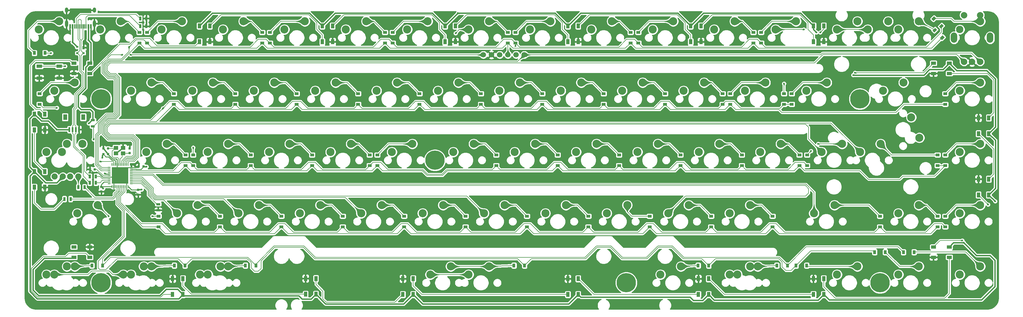
<source format=gbr>
G04 #@! TF.GenerationSoftware,KiCad,Pcbnew,(5.1.10)-1*
G04 #@! TF.CreationDate,2021-06-22T17:57:11+07:00*
G04 #@! TF.ProjectId,averange65,61766572-616e-4676-9536-352e6b696361,rev?*
G04 #@! TF.SameCoordinates,Original*
G04 #@! TF.FileFunction,Copper,L2,Bot*
G04 #@! TF.FilePolarity,Positive*
%FSLAX46Y46*%
G04 Gerber Fmt 4.6, Leading zero omitted, Abs format (unit mm)*
G04 Created by KiCad (PCBNEW (5.1.10)-1) date 2021-06-22 17:57:11*
%MOMM*%
%LPD*%
G01*
G04 APERTURE LIST*
G04 #@! TA.AperFunction,SMDPad,CuDef*
%ADD10R,1.800000X1.100000*%
G04 #@! TD*
G04 #@! TA.AperFunction,SMDPad,CuDef*
%ADD11R,0.900000X1.200000*%
G04 #@! TD*
G04 #@! TA.AperFunction,ComponentPad*
%ADD12C,6.000000*%
G04 #@! TD*
G04 #@! TA.AperFunction,ComponentPad*
%ADD13C,1.000000*%
G04 #@! TD*
G04 #@! TA.AperFunction,SMDPad,CuDef*
%ADD14R,0.700000X1.300000*%
G04 #@! TD*
G04 #@! TA.AperFunction,SMDPad,CuDef*
%ADD15R,0.800000X0.750000*%
G04 #@! TD*
G04 #@! TA.AperFunction,SMDPad,CuDef*
%ADD16R,0.700000X1.000000*%
G04 #@! TD*
G04 #@! TA.AperFunction,SMDPad,CuDef*
%ADD17R,0.700000X0.600000*%
G04 #@! TD*
G04 #@! TA.AperFunction,SMDPad,CuDef*
%ADD18R,0.750000X0.800000*%
G04 #@! TD*
G04 #@! TA.AperFunction,SMDPad,CuDef*
%ADD19R,1.300000X0.700000*%
G04 #@! TD*
G04 #@! TA.AperFunction,ComponentPad*
%ADD20C,2.500000*%
G04 #@! TD*
G04 #@! TA.AperFunction,SMDPad,CuDef*
%ADD21R,1.200000X1.800000*%
G04 #@! TD*
G04 #@! TA.AperFunction,SMDPad,CuDef*
%ADD22R,0.600000X1.550000*%
G04 #@! TD*
G04 #@! TA.AperFunction,ComponentPad*
%ADD23C,1.700000*%
G04 #@! TD*
G04 #@! TA.AperFunction,SMDPad,CuDef*
%ADD24R,1.200000X0.900000*%
G04 #@! TD*
G04 #@! TA.AperFunction,ComponentPad*
%ADD25C,2.000000*%
G04 #@! TD*
G04 #@! TA.AperFunction,ComponentPad*
%ADD26O,2.000000X3.200000*%
G04 #@! TD*
G04 #@! TA.AperFunction,SMDPad,CuDef*
%ADD27R,5.150000X5.150000*%
G04 #@! TD*
G04 #@! TA.AperFunction,ComponentPad*
%ADD28C,1.905000*%
G04 #@! TD*
G04 #@! TA.AperFunction,SMDPad,CuDef*
%ADD29R,1.500000X1.000000*%
G04 #@! TD*
G04 #@! TA.AperFunction,SMDPad,CuDef*
%ADD30R,1.000000X1.500000*%
G04 #@! TD*
G04 #@! TA.AperFunction,SMDPad,CuDef*
%ADD31C,0.100000*%
G04 #@! TD*
G04 #@! TA.AperFunction,ComponentPad*
%ADD32O,1.000000X1.600000*%
G04 #@! TD*
G04 #@! TA.AperFunction,ComponentPad*
%ADD33O,1.000000X2.100000*%
G04 #@! TD*
G04 #@! TA.AperFunction,SMDPad,CuDef*
%ADD34R,0.300000X1.450000*%
G04 #@! TD*
G04 #@! TA.AperFunction,SMDPad,CuDef*
%ADD35R,0.600000X1.450000*%
G04 #@! TD*
G04 #@! TA.AperFunction,SMDPad,CuDef*
%ADD36R,1.400000X1.200000*%
G04 #@! TD*
G04 #@! TA.AperFunction,ComponentPad*
%ADD37C,2.300000*%
G04 #@! TD*
G04 #@! TA.AperFunction,ViaPad*
%ADD38C,0.600000*%
G04 #@! TD*
G04 #@! TA.AperFunction,Conductor*
%ADD39C,0.400000*%
G04 #@! TD*
G04 #@! TA.AperFunction,Conductor*
%ADD40C,0.250000*%
G04 #@! TD*
G04 #@! TA.AperFunction,Conductor*
%ADD41C,0.200000*%
G04 #@! TD*
G04 #@! TA.AperFunction,Conductor*
%ADD42C,0.254000*%
G04 #@! TD*
G04 #@! TA.AperFunction,Conductor*
%ADD43C,0.100000*%
G04 #@! TD*
G04 #@! TA.AperFunction,Conductor*
%ADD44C,0.025400*%
G04 #@! TD*
G04 APERTURE END LIST*
D10*
X40604845Y-69715910D03*
X34404845Y-66015910D03*
X40604845Y-66015910D03*
X34404845Y-69715910D03*
D11*
X185007020Y-127992725D03*
X181707020Y-127992725D03*
D12*
X157162500Y-95250000D03*
D13*
X157162500Y-93500000D03*
X158412500Y-93500000D03*
X155912500Y-93500000D03*
X157162500Y-97000000D03*
X158412500Y-97000000D03*
X155912500Y-97000000D03*
D14*
X51998347Y-102245523D03*
X50098347Y-102245523D03*
X51998347Y-100310746D03*
X50098347Y-100310746D03*
D15*
X50149518Y-98078311D03*
X51649518Y-98078311D03*
D11*
X269218325Y-127992725D03*
X272518325Y-127992725D03*
X266565175Y-127992725D03*
X263265175Y-127992725D03*
X79636265Y-127992725D03*
X76336265Y-127992725D03*
X54037720Y-127992725D03*
X50737720Y-127992725D03*
X302555965Y-123825520D03*
X305855965Y-123825520D03*
X242157260Y-127992725D03*
X238857260Y-127992725D03*
X293626240Y-123825520D03*
X296926240Y-123825520D03*
X101662920Y-127992725D03*
X98362920Y-127992725D03*
D14*
X42230000Y-107315000D03*
X44130000Y-107315000D03*
D16*
X48187600Y-60250000D03*
D17*
X46187600Y-60050000D03*
X48187600Y-61950000D03*
X46187600Y-61950000D03*
D15*
X66790000Y-97218500D03*
X65290000Y-97218500D03*
D18*
X65087500Y-104469500D03*
X65087500Y-105969500D03*
X53657500Y-103505000D03*
X53657500Y-105005000D03*
D19*
X71310500Y-110805000D03*
X71310500Y-108905000D03*
D20*
X210502680Y-111760000D03*
X216852680Y-109220000D03*
D21*
X48043940Y-81862840D03*
X42443940Y-81862840D03*
D22*
X43743940Y-85737840D03*
X44743940Y-85737840D03*
X46743940Y-85737840D03*
X45743940Y-85737840D03*
D23*
X174752000Y-62484000D03*
X172212000Y-62484000D03*
X182372000Y-62484000D03*
X179832000Y-62484000D03*
X177292000Y-62484000D03*
X184912000Y-62484000D03*
D24*
X315516950Y-115950480D03*
X315516950Y-112650480D03*
X242888520Y-115950480D03*
X242888520Y-112650480D03*
X261938600Y-115950480D03*
X261938600Y-112650480D03*
X204788360Y-115950480D03*
X204788360Y-112650480D03*
X147638120Y-115950480D03*
X147638120Y-112650480D03*
X128588040Y-115950480D03*
X128588040Y-112650480D03*
X166688200Y-115950480D03*
X166688200Y-112650480D03*
X313135690Y-115950480D03*
X313135690Y-112650480D03*
X185738280Y-115950480D03*
X185738280Y-112650480D03*
X109537960Y-115950480D03*
X109537960Y-112650480D03*
X90487880Y-115950480D03*
X90487880Y-112650480D03*
X71437800Y-115950480D03*
X71437800Y-112650480D03*
X295276240Y-115950480D03*
X295276240Y-112650480D03*
D20*
X320040272Y-111760000D03*
X326390272Y-109220000D03*
X67627560Y-92710000D03*
X73977560Y-90170000D03*
D25*
X326350000Y-50150000D03*
X321350000Y-50150000D03*
D26*
X329450000Y-57150000D03*
X318250000Y-57150000D03*
D25*
X326350000Y-64650000D03*
X323850000Y-64650000D03*
X321350000Y-64650000D03*
G04 #@! TA.AperFunction,SMDPad,CuDef*
G36*
G01*
X55656500Y-102575420D02*
X55656500Y-102450420D01*
G75*
G02*
X55719000Y-102387920I62500J0D01*
G01*
X56469000Y-102387920D01*
G75*
G02*
X56531500Y-102450420I0J-62500D01*
G01*
X56531500Y-102575420D01*
G75*
G02*
X56469000Y-102637920I-62500J0D01*
G01*
X55719000Y-102637920D01*
G75*
G02*
X55656500Y-102575420I0J62500D01*
G01*
G37*
G04 #@! TD.AperFunction*
G04 #@! TA.AperFunction,SMDPad,CuDef*
G36*
G01*
X55656500Y-102075420D02*
X55656500Y-101950420D01*
G75*
G02*
X55719000Y-101887920I62500J0D01*
G01*
X56469000Y-101887920D01*
G75*
G02*
X56531500Y-101950420I0J-62500D01*
G01*
X56531500Y-102075420D01*
G75*
G02*
X56469000Y-102137920I-62500J0D01*
G01*
X55719000Y-102137920D01*
G75*
G02*
X55656500Y-102075420I0J62500D01*
G01*
G37*
G04 #@! TD.AperFunction*
G04 #@! TA.AperFunction,SMDPad,CuDef*
G36*
G01*
X55656500Y-101575420D02*
X55656500Y-101450420D01*
G75*
G02*
X55719000Y-101387920I62500J0D01*
G01*
X56469000Y-101387920D01*
G75*
G02*
X56531500Y-101450420I0J-62500D01*
G01*
X56531500Y-101575420D01*
G75*
G02*
X56469000Y-101637920I-62500J0D01*
G01*
X55719000Y-101637920D01*
G75*
G02*
X55656500Y-101575420I0J62500D01*
G01*
G37*
G04 #@! TD.AperFunction*
G04 #@! TA.AperFunction,SMDPad,CuDef*
G36*
G01*
X55656500Y-101075420D02*
X55656500Y-100950420D01*
G75*
G02*
X55719000Y-100887920I62500J0D01*
G01*
X56469000Y-100887920D01*
G75*
G02*
X56531500Y-100950420I0J-62500D01*
G01*
X56531500Y-101075420D01*
G75*
G02*
X56469000Y-101137920I-62500J0D01*
G01*
X55719000Y-101137920D01*
G75*
G02*
X55656500Y-101075420I0J62500D01*
G01*
G37*
G04 #@! TD.AperFunction*
G04 #@! TA.AperFunction,SMDPad,CuDef*
G36*
G01*
X55656500Y-100575420D02*
X55656500Y-100450420D01*
G75*
G02*
X55719000Y-100387920I62500J0D01*
G01*
X56469000Y-100387920D01*
G75*
G02*
X56531500Y-100450420I0J-62500D01*
G01*
X56531500Y-100575420D01*
G75*
G02*
X56469000Y-100637920I-62500J0D01*
G01*
X55719000Y-100637920D01*
G75*
G02*
X55656500Y-100575420I0J62500D01*
G01*
G37*
G04 #@! TD.AperFunction*
G04 #@! TA.AperFunction,SMDPad,CuDef*
G36*
G01*
X55656500Y-100075420D02*
X55656500Y-99950420D01*
G75*
G02*
X55719000Y-99887920I62500J0D01*
G01*
X56469000Y-99887920D01*
G75*
G02*
X56531500Y-99950420I0J-62500D01*
G01*
X56531500Y-100075420D01*
G75*
G02*
X56469000Y-100137920I-62500J0D01*
G01*
X55719000Y-100137920D01*
G75*
G02*
X55656500Y-100075420I0J62500D01*
G01*
G37*
G04 #@! TD.AperFunction*
G04 #@! TA.AperFunction,SMDPad,CuDef*
G36*
G01*
X55656500Y-99575420D02*
X55656500Y-99450420D01*
G75*
G02*
X55719000Y-99387920I62500J0D01*
G01*
X56469000Y-99387920D01*
G75*
G02*
X56531500Y-99450420I0J-62500D01*
G01*
X56531500Y-99575420D01*
G75*
G02*
X56469000Y-99637920I-62500J0D01*
G01*
X55719000Y-99637920D01*
G75*
G02*
X55656500Y-99575420I0J62500D01*
G01*
G37*
G04 #@! TD.AperFunction*
G04 #@! TA.AperFunction,SMDPad,CuDef*
G36*
G01*
X55656500Y-99075420D02*
X55656500Y-98950420D01*
G75*
G02*
X55719000Y-98887920I62500J0D01*
G01*
X56469000Y-98887920D01*
G75*
G02*
X56531500Y-98950420I0J-62500D01*
G01*
X56531500Y-99075420D01*
G75*
G02*
X56469000Y-99137920I-62500J0D01*
G01*
X55719000Y-99137920D01*
G75*
G02*
X55656500Y-99075420I0J62500D01*
G01*
G37*
G04 #@! TD.AperFunction*
G04 #@! TA.AperFunction,SMDPad,CuDef*
G36*
G01*
X55656500Y-98575420D02*
X55656500Y-98450420D01*
G75*
G02*
X55719000Y-98387920I62500J0D01*
G01*
X56469000Y-98387920D01*
G75*
G02*
X56531500Y-98450420I0J-62500D01*
G01*
X56531500Y-98575420D01*
G75*
G02*
X56469000Y-98637920I-62500J0D01*
G01*
X55719000Y-98637920D01*
G75*
G02*
X55656500Y-98575420I0J62500D01*
G01*
G37*
G04 #@! TD.AperFunction*
G04 #@! TA.AperFunction,SMDPad,CuDef*
G36*
G01*
X55656500Y-98075420D02*
X55656500Y-97950420D01*
G75*
G02*
X55719000Y-97887920I62500J0D01*
G01*
X56469000Y-97887920D01*
G75*
G02*
X56531500Y-97950420I0J-62500D01*
G01*
X56531500Y-98075420D01*
G75*
G02*
X56469000Y-98137920I-62500J0D01*
G01*
X55719000Y-98137920D01*
G75*
G02*
X55656500Y-98075420I0J62500D01*
G01*
G37*
G04 #@! TD.AperFunction*
G04 #@! TA.AperFunction,SMDPad,CuDef*
G36*
G01*
X55656500Y-97575420D02*
X55656500Y-97450420D01*
G75*
G02*
X55719000Y-97387920I62500J0D01*
G01*
X56469000Y-97387920D01*
G75*
G02*
X56531500Y-97450420I0J-62500D01*
G01*
X56531500Y-97575420D01*
G75*
G02*
X56469000Y-97637920I-62500J0D01*
G01*
X55719000Y-97637920D01*
G75*
G02*
X55656500Y-97575420I0J62500D01*
G01*
G37*
G04 #@! TD.AperFunction*
G04 #@! TA.AperFunction,SMDPad,CuDef*
G36*
G01*
X56906500Y-96950420D02*
X56906500Y-96200420D01*
G75*
G02*
X56969000Y-96137920I62500J0D01*
G01*
X57094000Y-96137920D01*
G75*
G02*
X57156500Y-96200420I0J-62500D01*
G01*
X57156500Y-96950420D01*
G75*
G02*
X57094000Y-97012920I-62500J0D01*
G01*
X56969000Y-97012920D01*
G75*
G02*
X56906500Y-96950420I0J62500D01*
G01*
G37*
G04 #@! TD.AperFunction*
G04 #@! TA.AperFunction,SMDPad,CuDef*
G36*
G01*
X57406500Y-96950420D02*
X57406500Y-96200420D01*
G75*
G02*
X57469000Y-96137920I62500J0D01*
G01*
X57594000Y-96137920D01*
G75*
G02*
X57656500Y-96200420I0J-62500D01*
G01*
X57656500Y-96950420D01*
G75*
G02*
X57594000Y-97012920I-62500J0D01*
G01*
X57469000Y-97012920D01*
G75*
G02*
X57406500Y-96950420I0J62500D01*
G01*
G37*
G04 #@! TD.AperFunction*
G04 #@! TA.AperFunction,SMDPad,CuDef*
G36*
G01*
X57906500Y-96950420D02*
X57906500Y-96200420D01*
G75*
G02*
X57969000Y-96137920I62500J0D01*
G01*
X58094000Y-96137920D01*
G75*
G02*
X58156500Y-96200420I0J-62500D01*
G01*
X58156500Y-96950420D01*
G75*
G02*
X58094000Y-97012920I-62500J0D01*
G01*
X57969000Y-97012920D01*
G75*
G02*
X57906500Y-96950420I0J62500D01*
G01*
G37*
G04 #@! TD.AperFunction*
G04 #@! TA.AperFunction,SMDPad,CuDef*
G36*
G01*
X58406500Y-96950420D02*
X58406500Y-96200420D01*
G75*
G02*
X58469000Y-96137920I62500J0D01*
G01*
X58594000Y-96137920D01*
G75*
G02*
X58656500Y-96200420I0J-62500D01*
G01*
X58656500Y-96950420D01*
G75*
G02*
X58594000Y-97012920I-62500J0D01*
G01*
X58469000Y-97012920D01*
G75*
G02*
X58406500Y-96950420I0J62500D01*
G01*
G37*
G04 #@! TD.AperFunction*
G04 #@! TA.AperFunction,SMDPad,CuDef*
G36*
G01*
X58906500Y-96950420D02*
X58906500Y-96200420D01*
G75*
G02*
X58969000Y-96137920I62500J0D01*
G01*
X59094000Y-96137920D01*
G75*
G02*
X59156500Y-96200420I0J-62500D01*
G01*
X59156500Y-96950420D01*
G75*
G02*
X59094000Y-97012920I-62500J0D01*
G01*
X58969000Y-97012920D01*
G75*
G02*
X58906500Y-96950420I0J62500D01*
G01*
G37*
G04 #@! TD.AperFunction*
G04 #@! TA.AperFunction,SMDPad,CuDef*
G36*
G01*
X59406500Y-96950420D02*
X59406500Y-96200420D01*
G75*
G02*
X59469000Y-96137920I62500J0D01*
G01*
X59594000Y-96137920D01*
G75*
G02*
X59656500Y-96200420I0J-62500D01*
G01*
X59656500Y-96950420D01*
G75*
G02*
X59594000Y-97012920I-62500J0D01*
G01*
X59469000Y-97012920D01*
G75*
G02*
X59406500Y-96950420I0J62500D01*
G01*
G37*
G04 #@! TD.AperFunction*
G04 #@! TA.AperFunction,SMDPad,CuDef*
G36*
G01*
X59906500Y-96950420D02*
X59906500Y-96200420D01*
G75*
G02*
X59969000Y-96137920I62500J0D01*
G01*
X60094000Y-96137920D01*
G75*
G02*
X60156500Y-96200420I0J-62500D01*
G01*
X60156500Y-96950420D01*
G75*
G02*
X60094000Y-97012920I-62500J0D01*
G01*
X59969000Y-97012920D01*
G75*
G02*
X59906500Y-96950420I0J62500D01*
G01*
G37*
G04 #@! TD.AperFunction*
G04 #@! TA.AperFunction,SMDPad,CuDef*
G36*
G01*
X60406500Y-96950420D02*
X60406500Y-96200420D01*
G75*
G02*
X60469000Y-96137920I62500J0D01*
G01*
X60594000Y-96137920D01*
G75*
G02*
X60656500Y-96200420I0J-62500D01*
G01*
X60656500Y-96950420D01*
G75*
G02*
X60594000Y-97012920I-62500J0D01*
G01*
X60469000Y-97012920D01*
G75*
G02*
X60406500Y-96950420I0J62500D01*
G01*
G37*
G04 #@! TD.AperFunction*
G04 #@! TA.AperFunction,SMDPad,CuDef*
G36*
G01*
X60906500Y-96950420D02*
X60906500Y-96200420D01*
G75*
G02*
X60969000Y-96137920I62500J0D01*
G01*
X61094000Y-96137920D01*
G75*
G02*
X61156500Y-96200420I0J-62500D01*
G01*
X61156500Y-96950420D01*
G75*
G02*
X61094000Y-97012920I-62500J0D01*
G01*
X60969000Y-97012920D01*
G75*
G02*
X60906500Y-96950420I0J62500D01*
G01*
G37*
G04 #@! TD.AperFunction*
G04 #@! TA.AperFunction,SMDPad,CuDef*
G36*
G01*
X61406500Y-96950420D02*
X61406500Y-96200420D01*
G75*
G02*
X61469000Y-96137920I62500J0D01*
G01*
X61594000Y-96137920D01*
G75*
G02*
X61656500Y-96200420I0J-62500D01*
G01*
X61656500Y-96950420D01*
G75*
G02*
X61594000Y-97012920I-62500J0D01*
G01*
X61469000Y-97012920D01*
G75*
G02*
X61406500Y-96950420I0J62500D01*
G01*
G37*
G04 #@! TD.AperFunction*
G04 #@! TA.AperFunction,SMDPad,CuDef*
G36*
G01*
X61906500Y-96950420D02*
X61906500Y-96200420D01*
G75*
G02*
X61969000Y-96137920I62500J0D01*
G01*
X62094000Y-96137920D01*
G75*
G02*
X62156500Y-96200420I0J-62500D01*
G01*
X62156500Y-96950420D01*
G75*
G02*
X62094000Y-97012920I-62500J0D01*
G01*
X61969000Y-97012920D01*
G75*
G02*
X61906500Y-96950420I0J62500D01*
G01*
G37*
G04 #@! TD.AperFunction*
G04 #@! TA.AperFunction,SMDPad,CuDef*
G36*
G01*
X62531500Y-97575420D02*
X62531500Y-97450420D01*
G75*
G02*
X62594000Y-97387920I62500J0D01*
G01*
X63344000Y-97387920D01*
G75*
G02*
X63406500Y-97450420I0J-62500D01*
G01*
X63406500Y-97575420D01*
G75*
G02*
X63344000Y-97637920I-62500J0D01*
G01*
X62594000Y-97637920D01*
G75*
G02*
X62531500Y-97575420I0J62500D01*
G01*
G37*
G04 #@! TD.AperFunction*
G04 #@! TA.AperFunction,SMDPad,CuDef*
G36*
G01*
X62531500Y-98075420D02*
X62531500Y-97950420D01*
G75*
G02*
X62594000Y-97887920I62500J0D01*
G01*
X63344000Y-97887920D01*
G75*
G02*
X63406500Y-97950420I0J-62500D01*
G01*
X63406500Y-98075420D01*
G75*
G02*
X63344000Y-98137920I-62500J0D01*
G01*
X62594000Y-98137920D01*
G75*
G02*
X62531500Y-98075420I0J62500D01*
G01*
G37*
G04 #@! TD.AperFunction*
G04 #@! TA.AperFunction,SMDPad,CuDef*
G36*
G01*
X62531500Y-98575420D02*
X62531500Y-98450420D01*
G75*
G02*
X62594000Y-98387920I62500J0D01*
G01*
X63344000Y-98387920D01*
G75*
G02*
X63406500Y-98450420I0J-62500D01*
G01*
X63406500Y-98575420D01*
G75*
G02*
X63344000Y-98637920I-62500J0D01*
G01*
X62594000Y-98637920D01*
G75*
G02*
X62531500Y-98575420I0J62500D01*
G01*
G37*
G04 #@! TD.AperFunction*
G04 #@! TA.AperFunction,SMDPad,CuDef*
G36*
G01*
X62531500Y-99075420D02*
X62531500Y-98950420D01*
G75*
G02*
X62594000Y-98887920I62500J0D01*
G01*
X63344000Y-98887920D01*
G75*
G02*
X63406500Y-98950420I0J-62500D01*
G01*
X63406500Y-99075420D01*
G75*
G02*
X63344000Y-99137920I-62500J0D01*
G01*
X62594000Y-99137920D01*
G75*
G02*
X62531500Y-99075420I0J62500D01*
G01*
G37*
G04 #@! TD.AperFunction*
G04 #@! TA.AperFunction,SMDPad,CuDef*
G36*
G01*
X62531500Y-99575420D02*
X62531500Y-99450420D01*
G75*
G02*
X62594000Y-99387920I62500J0D01*
G01*
X63344000Y-99387920D01*
G75*
G02*
X63406500Y-99450420I0J-62500D01*
G01*
X63406500Y-99575420D01*
G75*
G02*
X63344000Y-99637920I-62500J0D01*
G01*
X62594000Y-99637920D01*
G75*
G02*
X62531500Y-99575420I0J62500D01*
G01*
G37*
G04 #@! TD.AperFunction*
G04 #@! TA.AperFunction,SMDPad,CuDef*
G36*
G01*
X62531500Y-100075420D02*
X62531500Y-99950420D01*
G75*
G02*
X62594000Y-99887920I62500J0D01*
G01*
X63344000Y-99887920D01*
G75*
G02*
X63406500Y-99950420I0J-62500D01*
G01*
X63406500Y-100075420D01*
G75*
G02*
X63344000Y-100137920I-62500J0D01*
G01*
X62594000Y-100137920D01*
G75*
G02*
X62531500Y-100075420I0J62500D01*
G01*
G37*
G04 #@! TD.AperFunction*
G04 #@! TA.AperFunction,SMDPad,CuDef*
G36*
G01*
X62531500Y-100575420D02*
X62531500Y-100450420D01*
G75*
G02*
X62594000Y-100387920I62500J0D01*
G01*
X63344000Y-100387920D01*
G75*
G02*
X63406500Y-100450420I0J-62500D01*
G01*
X63406500Y-100575420D01*
G75*
G02*
X63344000Y-100637920I-62500J0D01*
G01*
X62594000Y-100637920D01*
G75*
G02*
X62531500Y-100575420I0J62500D01*
G01*
G37*
G04 #@! TD.AperFunction*
G04 #@! TA.AperFunction,SMDPad,CuDef*
G36*
G01*
X62531500Y-101075420D02*
X62531500Y-100950420D01*
G75*
G02*
X62594000Y-100887920I62500J0D01*
G01*
X63344000Y-100887920D01*
G75*
G02*
X63406500Y-100950420I0J-62500D01*
G01*
X63406500Y-101075420D01*
G75*
G02*
X63344000Y-101137920I-62500J0D01*
G01*
X62594000Y-101137920D01*
G75*
G02*
X62531500Y-101075420I0J62500D01*
G01*
G37*
G04 #@! TD.AperFunction*
G04 #@! TA.AperFunction,SMDPad,CuDef*
G36*
G01*
X62531500Y-101575420D02*
X62531500Y-101450420D01*
G75*
G02*
X62594000Y-101387920I62500J0D01*
G01*
X63344000Y-101387920D01*
G75*
G02*
X63406500Y-101450420I0J-62500D01*
G01*
X63406500Y-101575420D01*
G75*
G02*
X63344000Y-101637920I-62500J0D01*
G01*
X62594000Y-101637920D01*
G75*
G02*
X62531500Y-101575420I0J62500D01*
G01*
G37*
G04 #@! TD.AperFunction*
G04 #@! TA.AperFunction,SMDPad,CuDef*
G36*
G01*
X62531500Y-102075420D02*
X62531500Y-101950420D01*
G75*
G02*
X62594000Y-101887920I62500J0D01*
G01*
X63344000Y-101887920D01*
G75*
G02*
X63406500Y-101950420I0J-62500D01*
G01*
X63406500Y-102075420D01*
G75*
G02*
X63344000Y-102137920I-62500J0D01*
G01*
X62594000Y-102137920D01*
G75*
G02*
X62531500Y-102075420I0J62500D01*
G01*
G37*
G04 #@! TD.AperFunction*
G04 #@! TA.AperFunction,SMDPad,CuDef*
G36*
G01*
X62531500Y-102575420D02*
X62531500Y-102450420D01*
G75*
G02*
X62594000Y-102387920I62500J0D01*
G01*
X63344000Y-102387920D01*
G75*
G02*
X63406500Y-102450420I0J-62500D01*
G01*
X63406500Y-102575420D01*
G75*
G02*
X63344000Y-102637920I-62500J0D01*
G01*
X62594000Y-102637920D01*
G75*
G02*
X62531500Y-102575420I0J62500D01*
G01*
G37*
G04 #@! TD.AperFunction*
G04 #@! TA.AperFunction,SMDPad,CuDef*
G36*
G01*
X61906500Y-103825420D02*
X61906500Y-103075420D01*
G75*
G02*
X61969000Y-103012920I62500J0D01*
G01*
X62094000Y-103012920D01*
G75*
G02*
X62156500Y-103075420I0J-62500D01*
G01*
X62156500Y-103825420D01*
G75*
G02*
X62094000Y-103887920I-62500J0D01*
G01*
X61969000Y-103887920D01*
G75*
G02*
X61906500Y-103825420I0J62500D01*
G01*
G37*
G04 #@! TD.AperFunction*
G04 #@! TA.AperFunction,SMDPad,CuDef*
G36*
G01*
X61406500Y-103825420D02*
X61406500Y-103075420D01*
G75*
G02*
X61469000Y-103012920I62500J0D01*
G01*
X61594000Y-103012920D01*
G75*
G02*
X61656500Y-103075420I0J-62500D01*
G01*
X61656500Y-103825420D01*
G75*
G02*
X61594000Y-103887920I-62500J0D01*
G01*
X61469000Y-103887920D01*
G75*
G02*
X61406500Y-103825420I0J62500D01*
G01*
G37*
G04 #@! TD.AperFunction*
G04 #@! TA.AperFunction,SMDPad,CuDef*
G36*
G01*
X60906500Y-103825420D02*
X60906500Y-103075420D01*
G75*
G02*
X60969000Y-103012920I62500J0D01*
G01*
X61094000Y-103012920D01*
G75*
G02*
X61156500Y-103075420I0J-62500D01*
G01*
X61156500Y-103825420D01*
G75*
G02*
X61094000Y-103887920I-62500J0D01*
G01*
X60969000Y-103887920D01*
G75*
G02*
X60906500Y-103825420I0J62500D01*
G01*
G37*
G04 #@! TD.AperFunction*
G04 #@! TA.AperFunction,SMDPad,CuDef*
G36*
G01*
X60406500Y-103825420D02*
X60406500Y-103075420D01*
G75*
G02*
X60469000Y-103012920I62500J0D01*
G01*
X60594000Y-103012920D01*
G75*
G02*
X60656500Y-103075420I0J-62500D01*
G01*
X60656500Y-103825420D01*
G75*
G02*
X60594000Y-103887920I-62500J0D01*
G01*
X60469000Y-103887920D01*
G75*
G02*
X60406500Y-103825420I0J62500D01*
G01*
G37*
G04 #@! TD.AperFunction*
G04 #@! TA.AperFunction,SMDPad,CuDef*
G36*
G01*
X59906500Y-103825420D02*
X59906500Y-103075420D01*
G75*
G02*
X59969000Y-103012920I62500J0D01*
G01*
X60094000Y-103012920D01*
G75*
G02*
X60156500Y-103075420I0J-62500D01*
G01*
X60156500Y-103825420D01*
G75*
G02*
X60094000Y-103887920I-62500J0D01*
G01*
X59969000Y-103887920D01*
G75*
G02*
X59906500Y-103825420I0J62500D01*
G01*
G37*
G04 #@! TD.AperFunction*
G04 #@! TA.AperFunction,SMDPad,CuDef*
G36*
G01*
X59406500Y-103825420D02*
X59406500Y-103075420D01*
G75*
G02*
X59469000Y-103012920I62500J0D01*
G01*
X59594000Y-103012920D01*
G75*
G02*
X59656500Y-103075420I0J-62500D01*
G01*
X59656500Y-103825420D01*
G75*
G02*
X59594000Y-103887920I-62500J0D01*
G01*
X59469000Y-103887920D01*
G75*
G02*
X59406500Y-103825420I0J62500D01*
G01*
G37*
G04 #@! TD.AperFunction*
G04 #@! TA.AperFunction,SMDPad,CuDef*
G36*
G01*
X58906500Y-103825420D02*
X58906500Y-103075420D01*
G75*
G02*
X58969000Y-103012920I62500J0D01*
G01*
X59094000Y-103012920D01*
G75*
G02*
X59156500Y-103075420I0J-62500D01*
G01*
X59156500Y-103825420D01*
G75*
G02*
X59094000Y-103887920I-62500J0D01*
G01*
X58969000Y-103887920D01*
G75*
G02*
X58906500Y-103825420I0J62500D01*
G01*
G37*
G04 #@! TD.AperFunction*
G04 #@! TA.AperFunction,SMDPad,CuDef*
G36*
G01*
X58406500Y-103825420D02*
X58406500Y-103075420D01*
G75*
G02*
X58469000Y-103012920I62500J0D01*
G01*
X58594000Y-103012920D01*
G75*
G02*
X58656500Y-103075420I0J-62500D01*
G01*
X58656500Y-103825420D01*
G75*
G02*
X58594000Y-103887920I-62500J0D01*
G01*
X58469000Y-103887920D01*
G75*
G02*
X58406500Y-103825420I0J62500D01*
G01*
G37*
G04 #@! TD.AperFunction*
G04 #@! TA.AperFunction,SMDPad,CuDef*
G36*
G01*
X57906500Y-103825420D02*
X57906500Y-103075420D01*
G75*
G02*
X57969000Y-103012920I62500J0D01*
G01*
X58094000Y-103012920D01*
G75*
G02*
X58156500Y-103075420I0J-62500D01*
G01*
X58156500Y-103825420D01*
G75*
G02*
X58094000Y-103887920I-62500J0D01*
G01*
X57969000Y-103887920D01*
G75*
G02*
X57906500Y-103825420I0J62500D01*
G01*
G37*
G04 #@! TD.AperFunction*
G04 #@! TA.AperFunction,SMDPad,CuDef*
G36*
G01*
X57406500Y-103825420D02*
X57406500Y-103075420D01*
G75*
G02*
X57469000Y-103012920I62500J0D01*
G01*
X57594000Y-103012920D01*
G75*
G02*
X57656500Y-103075420I0J-62500D01*
G01*
X57656500Y-103825420D01*
G75*
G02*
X57594000Y-103887920I-62500J0D01*
G01*
X57469000Y-103887920D01*
G75*
G02*
X57406500Y-103825420I0J62500D01*
G01*
G37*
G04 #@! TD.AperFunction*
G04 #@! TA.AperFunction,SMDPad,CuDef*
G36*
G01*
X56906500Y-103825420D02*
X56906500Y-103075420D01*
G75*
G02*
X56969000Y-103012920I62500J0D01*
G01*
X57094000Y-103012920D01*
G75*
G02*
X57156500Y-103075420I0J-62500D01*
G01*
X57156500Y-103825420D01*
G75*
G02*
X57094000Y-103887920I-62500J0D01*
G01*
X56969000Y-103887920D01*
G75*
G02*
X56906500Y-103825420I0J62500D01*
G01*
G37*
G04 #@! TD.AperFunction*
D27*
X59531500Y-100012920D03*
D20*
X229552696Y-111760000D03*
X235902696Y-109220000D03*
X115252600Y-111760000D03*
X121602600Y-109220000D03*
X227172220Y-130810560D03*
X233522220Y-128270560D03*
D14*
X46548000Y-103632000D03*
X48448000Y-103632000D03*
D28*
X43973788Y-100330000D03*
X46513788Y-100330000D03*
X41751284Y-100330000D03*
X39211284Y-100330000D03*
D20*
X272415232Y-73660000D03*
X278765232Y-71120000D03*
D29*
X311876320Y-125425520D03*
X311876320Y-122225520D03*
X316776320Y-125425520D03*
X316776320Y-122225520D03*
D30*
X274626160Y-132091190D03*
X277826160Y-132091190D03*
X274626160Y-136991190D03*
X277826160Y-136991190D03*
X238907260Y-132091190D03*
X242107260Y-132091190D03*
X238907260Y-136991190D03*
X242107260Y-136991190D03*
X198425840Y-132091190D03*
X201625840Y-132091190D03*
X198425840Y-136991190D03*
X201625840Y-136991190D03*
X147228750Y-132091190D03*
X150428750Y-132091190D03*
X147228750Y-136991190D03*
X150428750Y-136991190D03*
X117053630Y-132022450D03*
X120253630Y-132022450D03*
X117053630Y-136922450D03*
X120253630Y-136922450D03*
X75790950Y-132091190D03*
X78990950Y-132091190D03*
X75790950Y-136991190D03*
X78990950Y-136991190D03*
D29*
X50075200Y-122225520D03*
X50075200Y-125425520D03*
X45175200Y-122225520D03*
X45175200Y-125425520D03*
D30*
X36128270Y-103653550D03*
X32928270Y-103653550D03*
X36128270Y-98753550D03*
X32928270Y-98753550D03*
X36128270Y-85794100D03*
X32928270Y-85794100D03*
X36128270Y-80894100D03*
X32928270Y-80894100D03*
X325823250Y-101134810D03*
X329023250Y-101134810D03*
X325823250Y-106034810D03*
X329023250Y-106034810D03*
X325823250Y-82084730D03*
X329023250Y-82084730D03*
X325823250Y-86984730D03*
X329023250Y-86984730D03*
D29*
X311876320Y-68275280D03*
X311876320Y-65075280D03*
X316776320Y-68275280D03*
X316776320Y-65075280D03*
D30*
X277826160Y-58409610D03*
X274626160Y-58409610D03*
X277826160Y-53509610D03*
X274626160Y-53509610D03*
X239726000Y-58409610D03*
X236526000Y-58409610D03*
X239726000Y-53509610D03*
X236526000Y-53509610D03*
X201625840Y-58409610D03*
X198425840Y-58409610D03*
X201625840Y-53509610D03*
X198425840Y-53509610D03*
X163525680Y-58409610D03*
X160325680Y-58409610D03*
X163525680Y-53509610D03*
X160325680Y-53509610D03*
X125425520Y-58409610D03*
X122225520Y-58409610D03*
X125425520Y-53509610D03*
X122225520Y-53509610D03*
X87325360Y-58409610D03*
X84125360Y-58409610D03*
X87325360Y-53509610D03*
X84125360Y-53509610D03*
D29*
X45175200Y-68275280D03*
X45175200Y-65075280D03*
X50075200Y-68275280D03*
X50075200Y-65075280D03*
G04 #@! TA.AperFunction,SMDPad,CuDef*
D31*
G36*
X315044878Y-53448160D02*
G01*
X314196350Y-54296688D01*
X313559954Y-53660292D01*
X314408482Y-52811764D01*
X315044878Y-53448160D01*
G37*
G04 #@! TD.AperFunction*
G04 #@! TA.AperFunction,SMDPad,CuDef*
G36*
X312711426Y-51114708D02*
G01*
X311862898Y-51963236D01*
X311226502Y-51326840D01*
X312075030Y-50478312D01*
X312711426Y-51114708D01*
G37*
G04 #@! TD.AperFunction*
G04 #@! TA.AperFunction,SMDPad,CuDef*
G36*
X313011736Y-54686818D02*
G01*
X312163208Y-55535346D01*
X311526812Y-54898950D01*
X312375340Y-54050422D01*
X313011736Y-54686818D01*
G37*
G04 #@! TD.AperFunction*
G04 #@! TA.AperFunction,SMDPad,CuDef*
G36*
X315345188Y-57020270D02*
G01*
X314496660Y-57868798D01*
X313860264Y-57232402D01*
X314708792Y-56383874D01*
X315345188Y-57020270D01*
G37*
G04 #@! TD.AperFunction*
D24*
X265510490Y-77850320D03*
X265510490Y-74550320D03*
D20*
X248603560Y-130810560D03*
X254953560Y-128270560D03*
X167640720Y-130810560D03*
X173990720Y-128270560D03*
X86677880Y-130810560D03*
X93027880Y-128270560D03*
X62865280Y-130810560D03*
X69215280Y-128270560D03*
X39052680Y-130810560D03*
X45402680Y-128270560D03*
X155734420Y-130810560D03*
X162084420Y-128270560D03*
X84296620Y-130810560D03*
X90646620Y-128270560D03*
X60484020Y-130810560D03*
X66834020Y-128270560D03*
X36671420Y-130810560D03*
X43021420Y-128270560D03*
X250984820Y-130810560D03*
X257334820Y-128270560D03*
X281941200Y-130810560D03*
X288291200Y-128270560D03*
X320041360Y-130810560D03*
X326391360Y-128270560D03*
X300991280Y-130810560D03*
X307341280Y-128270560D03*
X307499004Y-88265000D03*
X304959004Y-81915000D03*
X277177736Y-92710000D03*
X283527736Y-90170000D03*
X274796484Y-111760000D03*
X281146484Y-109220000D03*
X46196292Y-111760000D03*
X52546292Y-109220000D03*
X300990256Y-111760000D03*
X307340256Y-109220000D03*
X248602712Y-111760000D03*
X254952712Y-109220000D03*
X191452664Y-111760000D03*
X197802664Y-109220000D03*
X172402648Y-111760000D03*
X178752648Y-109220000D03*
X153352632Y-111760000D03*
X159702632Y-109220000D03*
X134302616Y-111760000D03*
X140652616Y-109220000D03*
X96202584Y-111760000D03*
X102552584Y-109220000D03*
X77152568Y-111760000D03*
X83502568Y-109220000D03*
D24*
X223838440Y-115950480D03*
X223838440Y-112650480D03*
D20*
X243840000Y-54610000D03*
X250190000Y-52070000D03*
X289083996Y-92710000D03*
X295433996Y-90170000D03*
X320040272Y-92710000D03*
X326390272Y-90170000D03*
X258127720Y-92710000D03*
X264477720Y-90170000D03*
X239077704Y-92710000D03*
X245427704Y-90170000D03*
X220027688Y-92710000D03*
X226377688Y-90170000D03*
X200977672Y-92710000D03*
X207327672Y-90170000D03*
X181927656Y-92710000D03*
X188277656Y-90170000D03*
X162877640Y-92710000D03*
X169227640Y-90170000D03*
X143827624Y-92710000D03*
X150177624Y-90170000D03*
X124777608Y-92710000D03*
X131127608Y-90170000D03*
X105727592Y-92710000D03*
X112077592Y-90170000D03*
X86677576Y-92710000D03*
X93027576Y-90170000D03*
X41433788Y-92710000D03*
X47783788Y-90170000D03*
X36671284Y-92710000D03*
X43021284Y-90170000D03*
D24*
X315516950Y-96900400D03*
X315516950Y-93600400D03*
X313135690Y-96900400D03*
X313135690Y-93600400D03*
X270273010Y-96900400D03*
X270273010Y-93600400D03*
X252413560Y-96900400D03*
X252413560Y-93600400D03*
X233363480Y-96900400D03*
X233363480Y-93600400D03*
X214313400Y-96900400D03*
X214313400Y-93600400D03*
X195263320Y-96900400D03*
X195263320Y-93600400D03*
X176213240Y-96900400D03*
X176213240Y-93600400D03*
X139303710Y-96900400D03*
X139303710Y-93600400D03*
X136922450Y-96900400D03*
X136922450Y-93600400D03*
X119063000Y-96900400D03*
X119063000Y-93600400D03*
X100012920Y-96900400D03*
X100012920Y-93600400D03*
X79771875Y-93600000D03*
X79771875Y-96900000D03*
X82153125Y-96900000D03*
X82153125Y-93600000D03*
D20*
X296227752Y-73660000D03*
X302577752Y-71120000D03*
X320040272Y-73660000D03*
X326390272Y-71120000D03*
X253365216Y-73660000D03*
X259715216Y-71120000D03*
X234315200Y-73660000D03*
X240665200Y-71120000D03*
X215265184Y-73660000D03*
X221615184Y-71120000D03*
X196215168Y-73660000D03*
X202565168Y-71120000D03*
X177165152Y-73660000D03*
X183515152Y-71120000D03*
X158115136Y-73660000D03*
X164465136Y-71120000D03*
X139065120Y-73660000D03*
X145415120Y-71120000D03*
X120015104Y-73660000D03*
X126365104Y-71120000D03*
X100965088Y-73660000D03*
X107315088Y-71120000D03*
X81915072Y-73660000D03*
X88265072Y-71120000D03*
X62865056Y-73660000D03*
X69215056Y-71120000D03*
X39052536Y-73660000D03*
X45402536Y-71120000D03*
D24*
X315516950Y-77850320D03*
X315516950Y-74550320D03*
X272654270Y-96900400D03*
X272654270Y-93600400D03*
X267890850Y-77850000D03*
X267890850Y-74550000D03*
X248841670Y-77850320D03*
X248841670Y-74550320D03*
X246460410Y-77850320D03*
X246460410Y-74550320D03*
X228600960Y-77850320D03*
X228600960Y-74550320D03*
X209550176Y-77850000D03*
X209550176Y-74550000D03*
X190500800Y-77850320D03*
X190500800Y-74550320D03*
X171450144Y-77850000D03*
X171450144Y-74550000D03*
X152400128Y-77850000D03*
X152400128Y-74550000D03*
X133350112Y-77850000D03*
X133350112Y-74550000D03*
X114300096Y-77850000D03*
X114300096Y-74550000D03*
X95250080Y-77850000D03*
X95250080Y-74550000D03*
X76200320Y-77850320D03*
X76200320Y-74550320D03*
X34528270Y-77850320D03*
X34528270Y-74550320D03*
D32*
X51507600Y-48600000D03*
X42867600Y-48600000D03*
D33*
X51507600Y-52780000D03*
X42867600Y-52780000D03*
D34*
X46937600Y-53695000D03*
X47437600Y-53695000D03*
X47937600Y-53695000D03*
X46437600Y-53695000D03*
X48437600Y-53695000D03*
X45937600Y-53695000D03*
X48937600Y-53695000D03*
X45437600Y-53695000D03*
D35*
X44737600Y-53695000D03*
X49637600Y-53695000D03*
X43962600Y-53695000D03*
X50412600Y-53695000D03*
D20*
X291465000Y-54610000D03*
X297815000Y-52070000D03*
D12*
X53572500Y-76200000D03*
D13*
X53572500Y-74200000D03*
X55072500Y-74700000D03*
X52072500Y-74700000D03*
X53572500Y-78200000D03*
X55072500Y-77700000D03*
X52072500Y-77700000D03*
X55572500Y-76200000D03*
X51572500Y-76200000D03*
D36*
X60393130Y-91399630D03*
X58193130Y-91399630D03*
X58193130Y-93099630D03*
X60393130Y-93099630D03*
D19*
X51054000Y-82804000D03*
X51054000Y-84704000D03*
D14*
X67625280Y-53578350D03*
X65725280Y-53578350D03*
X67625280Y-51197090D03*
X65725280Y-51197090D03*
D37*
X320040000Y-54610000D03*
D20*
X326390000Y-52070000D03*
X300990000Y-54610000D03*
X307340000Y-52070000D03*
X281940000Y-54610000D03*
X288290000Y-52070000D03*
X262890000Y-54610000D03*
X269240000Y-52070000D03*
X224790000Y-54610000D03*
X231140000Y-52070000D03*
X205740000Y-54610000D03*
X212090000Y-52070000D03*
X186690000Y-54610000D03*
X193040000Y-52070000D03*
X167640000Y-54610000D03*
X173990000Y-52070000D03*
X148590000Y-54610000D03*
X154940000Y-52070000D03*
X129540000Y-54610000D03*
X135890000Y-52070000D03*
X110490000Y-54610000D03*
X116840000Y-52070000D03*
X91440000Y-54610000D03*
X97790000Y-52070000D03*
X72390000Y-54610000D03*
X78740000Y-52070000D03*
X53340000Y-54610000D03*
X59690000Y-52070000D03*
X34290000Y-54610000D03*
X40640000Y-52070000D03*
D12*
X53572500Y-133340000D03*
D13*
X53572500Y-131590000D03*
X54822500Y-131590000D03*
X52322500Y-131590000D03*
X53572500Y-135090000D03*
X54822500Y-135090000D03*
X52322500Y-135090000D03*
D12*
X295292500Y-133350000D03*
D13*
X295292500Y-131600000D03*
X296542500Y-131600000D03*
X294042500Y-131600000D03*
X295292500Y-135100000D03*
X296542500Y-135100000D03*
X294042500Y-135100000D03*
D12*
X216552500Y-133350000D03*
D13*
X216552500Y-131600000D03*
X217802500Y-131600000D03*
X215302500Y-131600000D03*
X216552500Y-135100000D03*
X217802500Y-135100000D03*
X215302500Y-135100000D03*
D12*
X289022500Y-76200000D03*
D13*
X289022500Y-74450000D03*
X290272500Y-74450000D03*
X287772500Y-74450000D03*
X289022500Y-77950000D03*
X290272500Y-77950000D03*
X287772500Y-77950000D03*
D24*
X258366710Y-55500240D03*
X258366710Y-58800240D03*
X255984590Y-55500000D03*
X255984590Y-58800000D03*
X220266550Y-55500000D03*
X220266550Y-58800000D03*
X217884558Y-55500000D03*
X217884558Y-58800000D03*
X182166390Y-55500000D03*
X182166390Y-58800000D03*
X179784526Y-55500000D03*
X179784526Y-58800000D03*
X144066230Y-55500000D03*
X144066230Y-58800000D03*
X141684494Y-55500000D03*
X141684494Y-58800000D03*
X105966070Y-55500240D03*
X105966070Y-58800240D03*
X103584462Y-55500000D03*
X103584462Y-58800000D03*
X67865910Y-55500240D03*
X67865910Y-58800240D03*
X65484650Y-58800240D03*
X65484650Y-55500240D03*
D11*
X36178270Y-61912760D03*
X32878270Y-61912760D03*
D15*
X54288630Y-93392630D03*
X55788630Y-93392630D03*
X54288630Y-91614630D03*
X55788630Y-91614630D03*
D18*
X62468130Y-91563130D03*
X62468130Y-93063130D03*
D38*
X164297140Y-49537990D03*
X275539200Y-55524400D03*
X286964399Y-68778399D03*
X321246500Y-120904000D03*
X331017510Y-108029070D03*
X54229000Y-104013000D03*
X54737000Y-99412920D03*
X53975000Y-94488000D03*
X67691000Y-97282000D03*
X66167000Y-104394000D03*
X44737600Y-58600000D03*
X49637600Y-57931400D03*
X39890840Y-85737840D03*
X49784000Y-83820000D03*
X138113080Y-120253630D03*
X157163160Y-120253630D03*
X62508075Y-89892565D03*
X60722130Y-89892565D03*
X203597730Y-58936185D03*
X241697890Y-58936185D03*
X279798050Y-58936185D03*
X168474145Y-58936185D03*
X127397410Y-58936185D03*
X89297250Y-58936185D03*
X276226160Y-50601775D03*
X48895000Y-56769000D03*
X43053000Y-68326000D03*
X37973000Y-86741000D03*
X49784000Y-86741000D03*
X41275000Y-87503000D03*
X34417000Y-106426000D03*
X52983035Y-70247170D03*
X122039575Y-50601775D03*
X160139735Y-50601775D03*
X198239895Y-50601775D03*
X236340055Y-50601775D03*
X267296435Y-63698705D03*
X248246355Y-63698705D03*
X229196275Y-63698705D03*
X210741510Y-63698705D03*
X191691430Y-63698705D03*
X278607420Y-85130045D03*
X80962840Y-119658315D03*
X100012920Y-120253630D03*
X124420835Y-120253630D03*
X219075920Y-120253630D03*
X219075920Y-139899025D03*
X150614695Y-139899025D03*
X90487880Y-100608235D03*
X109537960Y-100608235D03*
X128588040Y-100608235D03*
X147638120Y-100608235D03*
X204788360Y-100608235D03*
X185738280Y-100608235D03*
X166092885Y-100608235D03*
X223838440Y-100608235D03*
X242888520Y-100608235D03*
X238126000Y-81558155D03*
X219075920Y-81558155D03*
X200025840Y-81558155D03*
X180975760Y-81558155D03*
X161925680Y-81558155D03*
X142875600Y-81558155D03*
X123825520Y-81558155D03*
X104775440Y-81558155D03*
X85725360Y-81558155D03*
X273249585Y-61317445D03*
X265510490Y-71437800D03*
X62738000Y-62484000D03*
X60150890Y-62484000D03*
X51285970Y-88773000D03*
X53340000Y-95661029D03*
X42442090Y-66015910D03*
X82169000Y-91313000D03*
X276084670Y-90170000D03*
X273868835Y-92385835D03*
X69469000Y-112649000D03*
X55975292Y-112649000D03*
X72790010Y-79101990D03*
X39878000Y-78994000D03*
X163597140Y-55753000D03*
X271653000Y-54610000D03*
X62249010Y-60051990D03*
X38100000Y-61976000D03*
X182166390Y-59738390D03*
X276707600Y-55524400D03*
X287503361Y-68078399D03*
X328803000Y-109014560D03*
X320802739Y-120204000D03*
D39*
X236525840Y-53509610D02*
X240497460Y-49537990D01*
X270654380Y-49537990D02*
X274626000Y-53509610D01*
X240497460Y-49537990D02*
X270654380Y-49537990D01*
X198425680Y-53509610D02*
X202397300Y-49537990D01*
X232554220Y-49537990D02*
X236525840Y-53509610D01*
X202397300Y-49537990D02*
X232554220Y-49537990D01*
X160325520Y-53509610D02*
X164297140Y-49537990D01*
X194454060Y-49537990D02*
X198425680Y-53509610D01*
X164297140Y-49537990D02*
X194454060Y-49537990D01*
X122225360Y-53509610D02*
X126196980Y-49537990D01*
X156353900Y-49537990D02*
X160325520Y-53509610D01*
X126196980Y-49537990D02*
X156353900Y-49537990D01*
D40*
X55130000Y-94234000D02*
X54288630Y-93392630D01*
X55912536Y-94234000D02*
X55130000Y-94234000D01*
X56914555Y-95236019D02*
X55912536Y-94234000D01*
X57771019Y-95236019D02*
X56914555Y-95236019D01*
X58031500Y-95496500D02*
X57771019Y-95236019D01*
X58031500Y-96575420D02*
X58031500Y-95496500D01*
D39*
X84125360Y-53509610D02*
X88096980Y-49537990D01*
X118253900Y-49537990D02*
X122225520Y-53509610D01*
X88096980Y-49537990D02*
X118253900Y-49537990D01*
X164297140Y-49537990D02*
X164297140Y-49537990D01*
X274626160Y-54611360D02*
X275539200Y-55524400D01*
X274626160Y-53509610D02*
X274626160Y-54611360D01*
X286964399Y-68778399D02*
X286964399Y-68778399D01*
X308880323Y-68778399D02*
X310653522Y-67005200D01*
X314846400Y-67005200D02*
X316776320Y-65075280D01*
X310653522Y-67005200D02*
X314846400Y-67005200D01*
X286964399Y-68778399D02*
X308880323Y-68778399D01*
X319076319Y-67375279D02*
X316776320Y-65075280D01*
X328432399Y-67375279D02*
X319076319Y-67375279D01*
X331081010Y-70023890D02*
X328432399Y-67375279D01*
X331081010Y-84926970D02*
X331081010Y-70023890D01*
X329023250Y-86984730D02*
X331081010Y-84926970D01*
X329023250Y-86984730D02*
X331089000Y-89050480D01*
X331089000Y-103969060D02*
X329023250Y-106034810D01*
X331089000Y-89050480D02*
X331089000Y-103969060D01*
D40*
X65996090Y-98087910D02*
X66802000Y-97282000D01*
X64452500Y-98087910D02*
X65996090Y-98087910D01*
X64377510Y-98012920D02*
X64452500Y-98087910D01*
X62969000Y-98012920D02*
X64377510Y-98012920D01*
X63050580Y-104469500D02*
X62031500Y-103450420D01*
X65087500Y-104469500D02*
X63050580Y-104469500D01*
X54499580Y-102012920D02*
X56094000Y-102012920D01*
X53657500Y-102855000D02*
X54499580Y-102012920D01*
X53657500Y-103505000D02*
X53657500Y-102855000D01*
X57031500Y-103450420D02*
X53775580Y-103450420D01*
D39*
X318097840Y-120904000D02*
X316776320Y-122225520D01*
X321246500Y-120904000D02*
X318097840Y-120904000D01*
X331017510Y-108029070D02*
X329023250Y-106034810D01*
X277826160Y-136991190D02*
X276108955Y-138708395D01*
X243824465Y-138708395D02*
X242107260Y-136991190D01*
X276108955Y-138708395D02*
X243824465Y-138708395D01*
X201625840Y-136991190D02*
X202429650Y-137795000D01*
X202429650Y-137795000D02*
X236347000Y-137795000D01*
X236347000Y-137795000D02*
X237363000Y-138811000D01*
X240287450Y-138811000D02*
X242107260Y-136991190D01*
X237363000Y-138811000D02*
X240287450Y-138811000D01*
X150428750Y-136991190D02*
X147473930Y-139946010D01*
X123277190Y-139946010D02*
X120253630Y-136922450D01*
X147473930Y-139946010D02*
X123277190Y-139946010D01*
X150428750Y-136991190D02*
X153391560Y-139954000D01*
X198663030Y-139954000D02*
X201625840Y-136991190D01*
X153391560Y-139954000D02*
X198663030Y-139954000D01*
X71882000Y-137287000D02*
X73787000Y-135382000D01*
X34163000Y-137287000D02*
X71882000Y-137287000D01*
X73787000Y-135382000D02*
X77381760Y-135382000D01*
X32512000Y-135636000D02*
X34163000Y-137287000D01*
X32512000Y-129159000D02*
X32512000Y-135636000D01*
X77381760Y-135382000D02*
X78990950Y-136991190D01*
X35941000Y-125730000D02*
X32512000Y-129159000D01*
X44870720Y-125730000D02*
X35941000Y-125730000D01*
X45175200Y-125425520D02*
X44870720Y-125730000D01*
X120253630Y-136922450D02*
X118746080Y-138430000D01*
X115951000Y-138430000D02*
X114943460Y-137422460D01*
X118746080Y-138430000D02*
X115951000Y-138430000D01*
X114943460Y-137422460D02*
X79422220Y-137422460D01*
X321246500Y-120904000D02*
X325183500Y-124841000D01*
X325183500Y-124841000D02*
X329438000Y-124841000D01*
X329438000Y-124841000D02*
X330962000Y-126365000D01*
X330962000Y-126365000D02*
X330962000Y-134493000D01*
X330962000Y-134493000D02*
X326771000Y-138684000D01*
X279518970Y-138684000D02*
X277826160Y-136991190D01*
X326771000Y-138684000D02*
X279518970Y-138684000D01*
X53721000Y-103505000D02*
X54229000Y-104013000D01*
X53975000Y-93706260D02*
X54288630Y-93392630D01*
X53975000Y-94488000D02*
X53975000Y-93706260D01*
X66853500Y-97282000D02*
X66790000Y-97218500D01*
X67691000Y-97282000D02*
X66853500Y-97282000D01*
X65163000Y-104394000D02*
X65087500Y-104469500D01*
X66167000Y-104394000D02*
X65163000Y-104394000D01*
X78990950Y-136991190D02*
X77679140Y-138303000D01*
X31511980Y-136050220D02*
X31511980Y-100169840D01*
X33764760Y-138303000D02*
X31511980Y-136050220D01*
X31511980Y-100169840D02*
X32928270Y-98753550D01*
X77679140Y-138303000D02*
X33764760Y-138303000D01*
X36409720Y-102235000D02*
X32928270Y-98753550D01*
X39846284Y-102235000D02*
X36409720Y-102235000D01*
X41751284Y-100330000D02*
X39846284Y-102235000D01*
X32928270Y-80894100D02*
X31496000Y-82326370D01*
X31496000Y-97321280D02*
X32928270Y-98753550D01*
X31496000Y-82326370D02*
X31496000Y-97321280D01*
X44737600Y-58600000D02*
X44737600Y-58600000D01*
X44737600Y-53695000D02*
X44737600Y-58600000D01*
X44737600Y-58600000D02*
X46187600Y-60050000D01*
X49637600Y-53695000D02*
X49637600Y-57931400D01*
X49637600Y-57931400D02*
X49637600Y-57931400D01*
X50419000Y-58712800D02*
X49637600Y-57931400D01*
X50419000Y-64731480D02*
X50419000Y-58712800D01*
X43743940Y-85737840D02*
X39890840Y-85737840D01*
X39890840Y-85737840D02*
X37211000Y-83058000D01*
X35092170Y-83058000D02*
X32928270Y-80894100D01*
X37211000Y-83058000D02*
X35092170Y-83058000D01*
X50075200Y-65075280D02*
X48794510Y-66355970D01*
X48794510Y-66355970D02*
X48794510Y-72817310D01*
X48794510Y-72817310D02*
X46508510Y-75103310D01*
X46508510Y-75103310D02*
X46508510Y-78639510D01*
X51054000Y-80264000D02*
X51054000Y-82804000D01*
X46508510Y-78639510D02*
X47371000Y-79502000D01*
X47371000Y-79502000D02*
X50292000Y-79502000D01*
X50292000Y-79502000D02*
X51054000Y-80264000D01*
X39890840Y-85737840D02*
X39890840Y-85737840D01*
X50800000Y-82804000D02*
X49784000Y-83820000D01*
D40*
X54837000Y-99512920D02*
X54737000Y-99412920D01*
X56094000Y-99512920D02*
X54837000Y-99512920D01*
X57100956Y-94786010D02*
X55788630Y-93473684D01*
X58337010Y-94786010D02*
X57100956Y-94786010D01*
X58531500Y-94980500D02*
X58337010Y-94786010D01*
X58531500Y-96575420D02*
X58531500Y-94980500D01*
D39*
X60393130Y-91399630D02*
X58420000Y-92964000D01*
X54288630Y-91614630D02*
X55753000Y-93345000D01*
D40*
X59031500Y-100512920D02*
X59531500Y-100012920D01*
X56094000Y-100512920D02*
X59031500Y-100512920D01*
X58531500Y-99012920D02*
X59531500Y-100012920D01*
X58531500Y-96575420D02*
X58531500Y-99012920D01*
X62031500Y-97512920D02*
X59531500Y-100012920D01*
X62969000Y-97512920D02*
X62031500Y-97512920D01*
X61531500Y-102012920D02*
X59531500Y-100012920D01*
X61531500Y-103450420D02*
X61531500Y-102012920D01*
X57531500Y-102012920D02*
X59531500Y-100012920D01*
X57531500Y-103450420D02*
X57531500Y-102012920D01*
X62969000Y-97512920D02*
X65237580Y-97512920D01*
X61531500Y-103450420D02*
X61531500Y-104521000D01*
X61531500Y-104521000D02*
X62103000Y-105092500D01*
X64210500Y-105092500D02*
X65087500Y-105969500D01*
X62103000Y-105092500D02*
X64210500Y-105092500D01*
X54084010Y-100512920D02*
X52691204Y-99120114D01*
X56094000Y-100512920D02*
X54084010Y-100512920D01*
X51191321Y-99120114D02*
X50149518Y-98078311D01*
X52691204Y-99120114D02*
X51191321Y-99120114D01*
X53657500Y-105005000D02*
X57174000Y-105005000D01*
X57531500Y-104647500D02*
X57174000Y-105005000D01*
X57531500Y-103450420D02*
X57531500Y-104647500D01*
D41*
X60393130Y-93099630D02*
X62492630Y-93099630D01*
X59531500Y-96575420D02*
X59531500Y-94900500D01*
X59531500Y-94900500D02*
X60198000Y-94234000D01*
X60198000Y-94234000D02*
X60198000Y-93294760D01*
X57023000Y-92456000D02*
X58039000Y-91440000D01*
X57023000Y-94107000D02*
X57023000Y-92456000D01*
X57277000Y-94361000D02*
X57023000Y-94107000D01*
X58674000Y-94361000D02*
X57277000Y-94361000D01*
X59031500Y-94718500D02*
X58674000Y-94361000D01*
X59031500Y-96575420D02*
X59031500Y-94718500D01*
X55788630Y-91614630D02*
X57864370Y-91614630D01*
X56094000Y-100012920D02*
X54185064Y-100012920D01*
X52250455Y-98078311D02*
X51649518Y-98078311D01*
X54185064Y-100012920D02*
X52250455Y-98078311D01*
X40640000Y-52070000D02*
X33909000Y-52070000D01*
X33909000Y-52070000D02*
X31115000Y-54864000D01*
X31115000Y-60149490D02*
X32878270Y-61912760D01*
X31115000Y-54864000D02*
X31115000Y-60149490D01*
X62054410Y-52070000D02*
X65484650Y-55500240D01*
X59690000Y-52070000D02*
X62054410Y-52070000D01*
X71296150Y-52070000D02*
X67865910Y-55500240D01*
X78740000Y-52070000D02*
X71296150Y-52070000D01*
X100154462Y-52070000D02*
X103584462Y-55500000D01*
X97790000Y-52070000D02*
X100154462Y-52070000D01*
X109396310Y-52070000D02*
X105966070Y-55500240D01*
X116840000Y-52070000D02*
X109396310Y-52070000D01*
X138254494Y-52070000D02*
X141684494Y-55500000D01*
X135890000Y-52070000D02*
X138254494Y-52070000D01*
X147496230Y-52070000D02*
X144066230Y-55500000D01*
X154940000Y-52070000D02*
X147496230Y-52070000D01*
X176354526Y-52070000D02*
X179784526Y-55500000D01*
X173990000Y-52070000D02*
X176354526Y-52070000D01*
X185596390Y-52070000D02*
X182166390Y-55500000D01*
X193040000Y-52070000D02*
X185596390Y-52070000D01*
X214454558Y-52070000D02*
X217884558Y-55500000D01*
X212090000Y-52070000D02*
X214454558Y-52070000D01*
X223696550Y-52070000D02*
X220266550Y-55500000D01*
X231140000Y-52070000D02*
X223696550Y-52070000D01*
X252554590Y-52070000D02*
X255984590Y-55500000D01*
X250190000Y-52070000D02*
X252554590Y-52070000D01*
X261796950Y-52070000D02*
X258366710Y-55500240D01*
X269240000Y-52070000D02*
X261796950Y-52070000D01*
X265510490Y-71437800D02*
X265510490Y-74550320D01*
X312269274Y-54792884D02*
X307340000Y-52070000D01*
X311968964Y-51220774D02*
X317412774Y-51220774D01*
X318262000Y-52070000D02*
X326390000Y-52070000D01*
X317412774Y-51220774D02*
X318262000Y-52070000D01*
X45937600Y-51217400D02*
X45937600Y-53695000D01*
X47244000Y-49911000D02*
X45937600Y-51217400D01*
X64439190Y-49911000D02*
X47244000Y-49911000D01*
X65725280Y-51197090D02*
X64439190Y-49911000D01*
X48937600Y-53695000D02*
X48937600Y-50903410D01*
X48937600Y-50903410D02*
X49530000Y-50311010D01*
X62457940Y-50311010D02*
X65725280Y-53578350D01*
X49530000Y-50311010D02*
X62457940Y-50311010D01*
X56069000Y-101037920D02*
X56094000Y-101012920D01*
X53280782Y-100310746D02*
X51998347Y-100310746D01*
X53982956Y-101012920D02*
X53280782Y-100310746D01*
X56094000Y-101012920D02*
X53982956Y-101012920D01*
X56094000Y-101512920D02*
X54013385Y-101512920D01*
X53280782Y-102245523D02*
X51998347Y-102245523D01*
X54013385Y-101512920D02*
X53280782Y-102245523D01*
X172212000Y-62484000D02*
X62738000Y-62484000D01*
X56735861Y-62484000D02*
X53896792Y-65323070D01*
X60150890Y-62484000D02*
X56735861Y-62484000D01*
X53896790Y-68029175D02*
X55800357Y-69932743D01*
X53896792Y-65323070D02*
X53896790Y-68029175D01*
X55800357Y-69932743D02*
X57492545Y-69932743D01*
X57492545Y-69932743D02*
X57835959Y-70276157D01*
X57835959Y-70276157D02*
X57835959Y-80490247D01*
X57835959Y-80490247D02*
X57451594Y-80874612D01*
X51285970Y-84725953D02*
X51285970Y-88773000D01*
X55137311Y-80874612D02*
X51285970Y-84725953D01*
X57451594Y-80874612D02*
X55137311Y-80874612D01*
X57404000Y-95661029D02*
X54259029Y-95661029D01*
X57531500Y-96575420D02*
X57531500Y-95788529D01*
X57531500Y-95788529D02*
X57404000Y-95661029D01*
X54259029Y-95661029D02*
X53340000Y-95661029D01*
X40604845Y-66015910D02*
X34404845Y-66015910D01*
X40604845Y-66015910D02*
X42442090Y-66015910D01*
X42442090Y-66015910D02*
X42442090Y-66015910D01*
X62969000Y-102512920D02*
X66087128Y-102512920D01*
X68183920Y-106124849D02*
X70964071Y-108905000D01*
X68183920Y-104609712D02*
X68183920Y-106124849D01*
X66087128Y-102512920D02*
X68183920Y-104609712D01*
X32928270Y-103653550D02*
X32928270Y-108493270D01*
X32928270Y-108493270D02*
X34925000Y-110490000D01*
X39055000Y-110490000D02*
X42230000Y-107315000D01*
X34925000Y-110490000D02*
X39055000Y-110490000D01*
X57404000Y-107315000D02*
X44069000Y-107315000D01*
X58026460Y-106692540D02*
X57404000Y-107315000D01*
X58026460Y-105763244D02*
X58026460Y-106692540D01*
X59031500Y-104758206D02*
X58026460Y-105763244D01*
X59031500Y-103450420D02*
X59031500Y-104758206D01*
X254332462Y-60452000D02*
X255984462Y-58800000D01*
X219536410Y-60452000D02*
X254332462Y-60452000D01*
X217884650Y-58800240D02*
X219536410Y-60452000D01*
X216232462Y-60452000D02*
X217884462Y-58800000D01*
X181436410Y-60452000D02*
X216232462Y-60452000D01*
X179784650Y-58800240D02*
X181436410Y-60452000D01*
X178132462Y-60452000D02*
X179784462Y-58800000D01*
X143336410Y-60452000D02*
X178132462Y-60452000D01*
X141684650Y-58800240D02*
X143336410Y-60452000D01*
X140032462Y-60452000D02*
X141684462Y-58800000D01*
X105236410Y-60452000D02*
X140032462Y-60452000D01*
X103584650Y-58800240D02*
X105236410Y-60452000D01*
X65484650Y-58800240D02*
X67136410Y-60452000D01*
X101932462Y-60452000D02*
X103584462Y-58800000D01*
X67136410Y-60452000D02*
X101932462Y-60452000D01*
X311277062Y-60452000D02*
X314602726Y-57126336D01*
X257636410Y-60452000D02*
X311277062Y-60452000D01*
X255984650Y-58800240D02*
X257636410Y-60452000D01*
X56130107Y-64221151D02*
X60063739Y-64221151D01*
X56094000Y-98012920D02*
X53759221Y-98012920D01*
X52285980Y-87483321D02*
X53089542Y-86679759D01*
X53759221Y-98012920D02*
X52285980Y-96539679D01*
X52285980Y-96539679D02*
X52285980Y-87483321D01*
X54696809Y-65654448D02*
X56130107Y-64221151D01*
X53089543Y-84053784D02*
X55468689Y-81674632D01*
X58635979Y-80821623D02*
X58635979Y-69938979D01*
X53089542Y-86679759D02*
X53089543Y-84053784D01*
X55468689Y-81674632D02*
X57782970Y-81674632D01*
X57829723Y-69132723D02*
X56131735Y-69132723D01*
X57782970Y-81674632D02*
X58635979Y-80821623D01*
X56131735Y-69132723D02*
X54696808Y-67697796D01*
X60063739Y-64221151D02*
X65484650Y-58800240D01*
X58635979Y-69938979D02*
X57829723Y-69132723D01*
X54696808Y-67697796D02*
X54696809Y-65654448D01*
X179784526Y-58800000D02*
X179832000Y-62484000D01*
X248983160Y-90170000D02*
X252413560Y-93600400D01*
X245427704Y-90170000D02*
X248983160Y-90170000D01*
X37958590Y-71120000D02*
X34528270Y-74550320D01*
X45402536Y-71120000D02*
X37958590Y-71120000D01*
X72770000Y-71120000D02*
X76200320Y-74550320D01*
X69215056Y-71120000D02*
X72770000Y-71120000D01*
X91820080Y-71120000D02*
X95250080Y-74550000D01*
X88265072Y-71120000D02*
X91820080Y-71120000D01*
X110870096Y-71120000D02*
X114300096Y-74550000D01*
X107315088Y-71120000D02*
X110870096Y-71120000D01*
X129920112Y-71120000D02*
X133350112Y-74550000D01*
X126365104Y-71120000D02*
X129920112Y-71120000D01*
X148970128Y-71120000D02*
X152400128Y-74550000D01*
X145415120Y-71120000D02*
X148970128Y-71120000D01*
X168020144Y-71120000D02*
X171450144Y-74550000D01*
X164465136Y-71120000D02*
X168020144Y-71120000D01*
X187070480Y-71120000D02*
X190500800Y-74550320D01*
X183515152Y-71120000D02*
X187070480Y-71120000D01*
X206120176Y-71120000D02*
X209550176Y-74550000D01*
X202565168Y-71120000D02*
X206120176Y-71120000D01*
X225170640Y-71120000D02*
X228600960Y-74550320D01*
X221615184Y-71120000D02*
X225170640Y-71120000D01*
X243030090Y-71120000D02*
X246460410Y-74550320D01*
X240665200Y-71120000D02*
X243030090Y-71120000D01*
X252271990Y-71120000D02*
X248841670Y-74550320D01*
X259715216Y-71120000D02*
X252271990Y-71120000D01*
X271320850Y-71120000D02*
X267890850Y-74550000D01*
X278765232Y-71120000D02*
X271320850Y-71120000D01*
X82169000Y-91313000D02*
X82169000Y-93726000D01*
X276084670Y-90170000D02*
X276084670Y-90170000D01*
X283527736Y-90170000D02*
X276084670Y-90170000D01*
X273868835Y-92385835D02*
X272654270Y-93600400D01*
X318947270Y-71120000D02*
X315516950Y-74550320D01*
X326390272Y-71120000D02*
X318947270Y-71120000D01*
X76341875Y-90170000D02*
X79771875Y-93600000D01*
X73977560Y-90170000D02*
X76341875Y-90170000D01*
X96582520Y-90170000D02*
X100012920Y-93600400D01*
X93027576Y-90170000D02*
X96582520Y-90170000D01*
X115632600Y-90170000D02*
X119063000Y-93600400D01*
X112077592Y-90170000D02*
X115632600Y-90170000D01*
X133492050Y-90170000D02*
X136922450Y-93600400D01*
X131127608Y-90170000D02*
X133492050Y-90170000D01*
X142734110Y-90170000D02*
X139303710Y-93600400D01*
X150177624Y-90170000D02*
X142734110Y-90170000D01*
X172782840Y-90170000D02*
X176213240Y-93600400D01*
X169227640Y-90170000D02*
X172782840Y-90170000D01*
X191832920Y-90170000D02*
X195263320Y-93600400D01*
X188277656Y-90170000D02*
X191832920Y-90170000D01*
X210883000Y-90170000D02*
X214313400Y-93600400D01*
X207327672Y-90170000D02*
X210883000Y-90170000D01*
X229933080Y-90170000D02*
X233363480Y-93600400D01*
X226377688Y-90170000D02*
X229933080Y-90170000D01*
X266842610Y-90170000D02*
X270273010Y-93600400D01*
X264477720Y-90170000D02*
X266842610Y-90170000D01*
X298864396Y-93600400D02*
X295433996Y-90170000D01*
X313135690Y-93600400D02*
X298864396Y-93600400D01*
X69469000Y-112649000D02*
X71501000Y-112649000D01*
X55975292Y-112649000D02*
X55975292Y-112649000D01*
X55975292Y-112649000D02*
X52546292Y-109220000D01*
X318947350Y-90170000D02*
X315516950Y-93600400D01*
X326390272Y-90170000D02*
X318947350Y-90170000D01*
X117709990Y-79101990D02*
X132098186Y-79101990D01*
X132098186Y-79101990D02*
X133350176Y-77850000D01*
X115570000Y-76962000D02*
X113030000Y-76962000D01*
X110890010Y-79101990D02*
X96502166Y-79101990D01*
X96502166Y-79101990D02*
X95250176Y-77850000D01*
X117709990Y-79101990D02*
X115570000Y-76962000D01*
X113030000Y-76962000D02*
X110890010Y-79101990D01*
X155809990Y-79101990D02*
X170198186Y-79101990D01*
X170198186Y-79101990D02*
X171450176Y-77850000D01*
X153670000Y-76962000D02*
X151130000Y-76962000D01*
X148990010Y-79101990D02*
X134602166Y-79101990D01*
X134602166Y-79101990D02*
X133350176Y-77850000D01*
X155809990Y-79101990D02*
X153670000Y-76962000D01*
X151130000Y-76962000D02*
X148990010Y-79101990D01*
X187090010Y-79101990D02*
X172702166Y-79101990D01*
X172702166Y-79101990D02*
X171450176Y-77850000D01*
X189230000Y-76962000D02*
X187090010Y-79101990D01*
X191770000Y-76962000D02*
X189230000Y-76962000D01*
X193909990Y-79101990D02*
X191770000Y-76962000D01*
X246460410Y-77850320D02*
X245208740Y-79101990D01*
X245208740Y-79101990D02*
X232009990Y-79101990D01*
X232009990Y-79101990D02*
X229870000Y-76962000D01*
X229870000Y-76962000D02*
X227330000Y-76962000D01*
X227330000Y-76962000D02*
X225190010Y-79101990D01*
X210802166Y-79101990D02*
X209550176Y-77850000D01*
X225190010Y-79101990D02*
X210802166Y-79101990D01*
X208298186Y-79101990D02*
X209550176Y-77850000D01*
X193909990Y-79101990D02*
X208298186Y-79101990D01*
X246460410Y-77850320D02*
X247348730Y-76962000D01*
X247348730Y-76962000D02*
X249936000Y-76962000D01*
X249936000Y-76962000D02*
X252075990Y-79101990D01*
X264258820Y-79101990D02*
X265510490Y-77850320D01*
X252075990Y-79101990D02*
X264258820Y-79101990D01*
X267890530Y-77850320D02*
X267890850Y-77850000D01*
X265510490Y-77850320D02*
X267890530Y-77850320D01*
X79609990Y-79101990D02*
X77470000Y-76962000D01*
X93998186Y-79101990D02*
X95250176Y-77850000D01*
X77470000Y-76962000D02*
X74930000Y-76962000D01*
X74930000Y-76962000D02*
X72790010Y-79101990D01*
X79609990Y-79101990D02*
X93998186Y-79101990D01*
X55965756Y-82874662D02*
X55965767Y-82874662D01*
X54289572Y-84550846D02*
X55965756Y-82874662D01*
X55966043Y-88582730D02*
X54289572Y-86906258D01*
X64027011Y-93828189D02*
X64027011Y-89473107D01*
X64027011Y-89473107D02*
X63136634Y-88582730D01*
X54289572Y-86906258D02*
X54289572Y-84550846D01*
X63136634Y-88582730D02*
X55966043Y-88582730D01*
X60531500Y-95551502D02*
X61639491Y-94443511D01*
X63411689Y-94443511D02*
X64027011Y-93828189D01*
X61639491Y-94443511D02*
X63411689Y-94443511D01*
X60531500Y-96575420D02*
X60531500Y-95551502D01*
X72790010Y-79101990D02*
X72790010Y-79101990D01*
X69017338Y-82874662D02*
X72790010Y-79101990D01*
X55965756Y-82874662D02*
X69017338Y-82874662D01*
X35671950Y-78994000D02*
X34528270Y-77850320D01*
X39878000Y-78994000D02*
X35671950Y-78994000D01*
X228600320Y-77850320D02*
X230252000Y-79502000D01*
X192152000Y-79502000D02*
X226948096Y-79502000D01*
X190500320Y-77850320D02*
X192152000Y-79502000D01*
X226948096Y-79502000D02*
X228600096Y-77850000D01*
X154052000Y-79502000D02*
X188848096Y-79502000D01*
X152400320Y-77850320D02*
X154052000Y-79502000D01*
X188848096Y-79502000D02*
X190500096Y-77850000D01*
X115952000Y-79502000D02*
X150748096Y-79502000D01*
X114300320Y-77850320D02*
X115952000Y-79502000D01*
X150748096Y-79502000D02*
X152400096Y-77850000D01*
X112648096Y-79502000D02*
X114300096Y-77850000D01*
X76200320Y-77850320D02*
X77852000Y-79502000D01*
X77852000Y-79502000D02*
X112648096Y-79502000D01*
X247189990Y-79502000D02*
X248841670Y-77850320D01*
X230252000Y-79502000D02*
X247189990Y-79502000D01*
X61805180Y-94843522D02*
X63577378Y-94843522D01*
X54689583Y-86740569D02*
X54689583Y-84716546D01*
X64427022Y-89307418D02*
X63302323Y-88182719D01*
X61031500Y-96575420D02*
X61031500Y-95617202D01*
X54689583Y-84716546D02*
X56131458Y-83274671D01*
X63302323Y-88182719D02*
X56131732Y-88182719D01*
X64427022Y-93993878D02*
X64427022Y-89307418D01*
X63577378Y-94843522D02*
X64427022Y-93993878D01*
X61031500Y-95617202D02*
X61805180Y-94843522D01*
X56131732Y-88182719D02*
X54689583Y-86740569D01*
X70775969Y-83274671D02*
X76200320Y-77850320D01*
X56131458Y-83274671D02*
X70775969Y-83274671D01*
X315516950Y-77850320D02*
X302768680Y-77850320D01*
X302768680Y-77850320D02*
X300228000Y-80391000D01*
X300228000Y-80391000D02*
X264795000Y-80391000D01*
X264795000Y-80391000D02*
X263906000Y-79502000D01*
X250493350Y-79502000D02*
X248841670Y-77850320D01*
X263906000Y-79502000D02*
X250493350Y-79502000D01*
X100012920Y-96900400D02*
X98761330Y-98151990D01*
X83405115Y-98151990D02*
X82153125Y-96900000D01*
X98761330Y-98151990D02*
X83405115Y-98151990D01*
X136922450Y-96900400D02*
X135670860Y-98151990D01*
X135670860Y-98151990D02*
X122281990Y-98151990D01*
X122281990Y-98151990D02*
X120015000Y-95885000D01*
X120015000Y-95885000D02*
X117983000Y-95885000D01*
X117983000Y-95885000D02*
X115716010Y-98151990D01*
X101264510Y-98151990D02*
X100012920Y-96900400D01*
X115716010Y-98151990D02*
X101264510Y-98151990D01*
X136922450Y-96900400D02*
X137937850Y-95885000D01*
X137937850Y-95885000D02*
X140335000Y-95885000D01*
X140335000Y-95885000D02*
X142601990Y-98151990D01*
X142601990Y-98151990D02*
X153486439Y-98151990D01*
X153486439Y-98151990D02*
X154946939Y-99612490D01*
X174961650Y-98151990D02*
X176213240Y-96900400D01*
X159378062Y-99612490D02*
X160838561Y-98151990D01*
X154946939Y-99612490D02*
X159378062Y-99612490D01*
X160838561Y-98151990D02*
X174961650Y-98151990D01*
X213061810Y-98151990D02*
X214313400Y-96900400D01*
X198481990Y-98151990D02*
X213061810Y-98151990D01*
X196215000Y-95885000D02*
X198481990Y-98151990D01*
X194183000Y-95885000D02*
X196215000Y-95885000D01*
X191916010Y-98151990D02*
X194183000Y-95885000D01*
X177464510Y-98151990D02*
X191916010Y-98151990D01*
X176212920Y-96900400D02*
X177464510Y-98151990D01*
X251161970Y-98151990D02*
X252413560Y-96900400D01*
X236581990Y-98151990D02*
X251161970Y-98151990D01*
X234315000Y-95885000D02*
X236581990Y-98151990D01*
X232283000Y-95885000D02*
X234315000Y-95885000D01*
X230016010Y-98151990D02*
X232283000Y-95885000D01*
X215564510Y-98151990D02*
X230016010Y-98151990D01*
X214312920Y-96900400D02*
X215564510Y-98151990D01*
X272654270Y-96900400D02*
X271638870Y-95885000D01*
X271638870Y-95885000D02*
X268986000Y-95885000D01*
X268986000Y-95885000D02*
X266719010Y-98151990D01*
X253665150Y-98151990D02*
X252413560Y-96900400D01*
X266719010Y-98151990D02*
X253665150Y-98151990D01*
X81265125Y-96012000D02*
X82153125Y-96900000D01*
X78486000Y-96012000D02*
X81265125Y-96012000D01*
X75985080Y-98512920D02*
X78486000Y-96012000D01*
X62969000Y-98512920D02*
X75985080Y-98512920D01*
X161004250Y-98552000D02*
X159543750Y-100012500D01*
X119062848Y-96900320D02*
X120714528Y-98552000D01*
X117411400Y-98552000D02*
X119063000Y-96900400D01*
X81423896Y-98552000D02*
X117411400Y-98552000D01*
X79772216Y-96900320D02*
X81423896Y-98552000D01*
X137652110Y-98552000D02*
X139303710Y-96900400D01*
X120714528Y-98552000D02*
X137652110Y-98552000D01*
X140955310Y-98552000D02*
X139303710Y-96900400D01*
X140955310Y-98552000D02*
X153320750Y-98552000D01*
X153320750Y-98552000D02*
X154781250Y-100012500D01*
X193611720Y-98552000D02*
X195263320Y-96900400D01*
X161004250Y-98552000D02*
X193611720Y-98552000D01*
X154781250Y-100012500D02*
X159543750Y-100012500D01*
X231711880Y-98552000D02*
X233363480Y-96900400D01*
X268621410Y-98552000D02*
X270273010Y-96900400D01*
X315516950Y-96900400D02*
X313135690Y-96900400D01*
X291703125Y-101203125D02*
X289052000Y-98552000D01*
X301386875Y-101203125D02*
X291703125Y-101203125D01*
X302387000Y-100203000D02*
X301386875Y-101203125D01*
X312214350Y-100203000D02*
X302387000Y-100203000D01*
X315516950Y-96900400D02*
X312214350Y-100203000D01*
X271924610Y-98552000D02*
X270273010Y-96900400D01*
X289052000Y-98552000D02*
X271924610Y-98552000D01*
X235015080Y-98552000D02*
X233363480Y-96900400D01*
X268621410Y-98552000D02*
X235015080Y-98552000D01*
X196914920Y-98552000D02*
X195263320Y-96900400D01*
X231711880Y-98552000D02*
X196914920Y-98552000D01*
X77658955Y-99012920D02*
X79771875Y-96900000D01*
X62969000Y-99012920D02*
X77658955Y-99012920D01*
X62969000Y-102012920D02*
X66152826Y-102012920D01*
X66152826Y-102012920D02*
X68583930Y-104444024D01*
X68583930Y-104444024D02*
X68583930Y-105959160D01*
X68583930Y-105959160D02*
X70253652Y-107628881D01*
X73021449Y-107628881D02*
X77152568Y-111760000D01*
X70253652Y-107628881D02*
X73021449Y-107628881D01*
X39052680Y-130810560D02*
X49529440Y-130810560D01*
X50653990Y-129686010D02*
X56114990Y-129686010D01*
X49529440Y-130810560D02*
X50653990Y-129686010D01*
X57239540Y-130810560D02*
X60484020Y-130810560D01*
X56114990Y-129686010D02*
X57239540Y-130810560D01*
X62969000Y-101512920D02*
X66218524Y-101512920D01*
X66218524Y-101512920D02*
X68983940Y-104278336D01*
X68983940Y-105793471D02*
X70419342Y-107228873D01*
X68983940Y-104278336D02*
X68983940Y-105793471D01*
X91671457Y-107228873D02*
X96202584Y-111760000D01*
X70419342Y-107228873D02*
X91671457Y-107228873D01*
X134302616Y-111760000D02*
X129371479Y-106828863D01*
X70585031Y-106828863D02*
X69383950Y-105627782D01*
X129371479Y-106828863D02*
X70585031Y-106828863D01*
X69383950Y-105627782D02*
X69383950Y-104112648D01*
X66284222Y-101012920D02*
X62969000Y-101012920D01*
X69383950Y-104112648D02*
X66284222Y-101012920D01*
X155734420Y-130810560D02*
X167640720Y-130810560D01*
X164740140Y-54610000D02*
X163597140Y-55753000D01*
X167640000Y-54610000D02*
X164740140Y-54610000D01*
X62969000Y-100512920D02*
X66349920Y-100512920D01*
X66349920Y-100512920D02*
X69783960Y-103946960D01*
X69783960Y-105462093D02*
X70750720Y-106428853D01*
X69783960Y-103946960D02*
X69783960Y-105462093D01*
X167071501Y-106428853D02*
X172402648Y-111760000D01*
X70750720Y-106428853D02*
X167071501Y-106428853D01*
X273124164Y-105461146D02*
X272156101Y-106429209D01*
X272155904Y-103121313D02*
X273124164Y-104089573D01*
X273124164Y-104089573D02*
X273124164Y-105461146D01*
X234883487Y-106429209D02*
X229552696Y-111760000D01*
X272156101Y-106429209D02*
X234883487Y-106429209D01*
X272155904Y-103121313D02*
X72768313Y-103121313D01*
X69659920Y-100012920D02*
X62969000Y-100012920D01*
X72768313Y-103121313D02*
X69659920Y-100012920D01*
X274796484Y-111760000D02*
X274796484Y-105196195D01*
X62969000Y-99512920D02*
X69725618Y-99512920D01*
X69725618Y-99512920D02*
X72934001Y-102721303D01*
X274796484Y-105196195D02*
X272321593Y-102721303D01*
X72934001Y-102721303D02*
X272321593Y-102721303D01*
X291465000Y-54610000D02*
X281940000Y-54610000D01*
X271653000Y-54610000D02*
X262890000Y-54610000D01*
X277177736Y-92710000D02*
X273113500Y-88645764D01*
X273113500Y-88645764D02*
X273113500Y-85026500D01*
X63633701Y-87382697D02*
X65227044Y-88976040D01*
X65227044Y-94325256D02*
X63908758Y-95643542D01*
X272161692Y-84074692D02*
X56462836Y-84074693D01*
X62031500Y-95748598D02*
X62031500Y-96575420D01*
X65227044Y-88976040D02*
X65227044Y-94325256D01*
X56462836Y-84074693D02*
X55489605Y-85047924D01*
X55489605Y-85047924D02*
X55489605Y-86409191D01*
X55489605Y-86409191D02*
X56463110Y-87382697D01*
X273113500Y-85026500D02*
X272161692Y-84074692D01*
X56463110Y-87382697D02*
X63633701Y-87382697D01*
X63908758Y-95643542D02*
X62136556Y-95643542D01*
X62136556Y-95643542D02*
X62031500Y-95748598D01*
X280048678Y-83674682D02*
X289083996Y-92710000D01*
X56297147Y-83674682D02*
X280048678Y-83674682D01*
X55089594Y-84882235D02*
X56297147Y-83674682D01*
X56297421Y-87782708D02*
X55089594Y-86574880D01*
X55089594Y-86574880D02*
X55089594Y-84882235D01*
X64827033Y-94159567D02*
X64827033Y-89141729D01*
X63743068Y-95243532D02*
X64827033Y-94159567D01*
X61970868Y-95243532D02*
X63743068Y-95243532D01*
X63468012Y-87782708D02*
X56297421Y-87782708D01*
X64827033Y-89141729D02*
X63468012Y-87782708D01*
X61531500Y-95682900D02*
X61970868Y-95243532D01*
X61531500Y-96575420D02*
X61531500Y-95682900D01*
X87057400Y-109220000D02*
X90487880Y-112650480D01*
X83502568Y-109220000D02*
X87057400Y-109220000D01*
X106107480Y-109220000D02*
X109537960Y-112650480D01*
X102552584Y-109220000D02*
X106107480Y-109220000D01*
X125157560Y-109220000D02*
X128588040Y-112650480D01*
X121602600Y-109220000D02*
X125157560Y-109220000D01*
X144207640Y-109220000D02*
X147638120Y-112650480D01*
X140652616Y-109220000D02*
X144207640Y-109220000D01*
X163257720Y-109220000D02*
X166688200Y-112650480D01*
X159702632Y-109220000D02*
X163257720Y-109220000D01*
X182307800Y-109220000D02*
X185738280Y-112650480D01*
X178752648Y-109220000D02*
X182307800Y-109220000D01*
X201357880Y-109220000D02*
X204788360Y-112650480D01*
X197802664Y-109220000D02*
X201357880Y-109220000D01*
X216852680Y-111246380D02*
X218256780Y-112650480D01*
X218256780Y-112650480D02*
X223838440Y-112650480D01*
X216852680Y-109220000D02*
X216852680Y-111246380D01*
X239458040Y-109220000D02*
X242888520Y-112650480D01*
X235902696Y-109220000D02*
X239458040Y-109220000D01*
X258508120Y-109220000D02*
X261938600Y-112650480D01*
X254952712Y-109220000D02*
X258508120Y-109220000D01*
X291845760Y-109220000D02*
X295276240Y-112650480D01*
X281146484Y-109220000D02*
X291845760Y-109220000D01*
X309705210Y-109220000D02*
X313135690Y-112650480D01*
X307340256Y-109220000D02*
X309705210Y-109220000D01*
X318947430Y-109220000D02*
X315516950Y-112650480D01*
X326390272Y-109220000D02*
X318947430Y-109220000D01*
X50737720Y-127992725D02*
X45402680Y-128270560D01*
X76336265Y-127992725D02*
X69215280Y-128270560D01*
X98362920Y-127992725D02*
X93027880Y-128270560D01*
X238857260Y-127992725D02*
X233522220Y-128270560D01*
X263265175Y-127992725D02*
X257334820Y-128270560D01*
X288291200Y-128270560D02*
X272336790Y-128270560D01*
X301371280Y-128270560D02*
X296926240Y-123825520D01*
X307341280Y-128270560D02*
X301371280Y-128270560D01*
X321882300Y-123761500D02*
X305927890Y-123761500D01*
X326391360Y-128270560D02*
X321882300Y-123761500D01*
X258366070Y-58800240D02*
X257223830Y-57658000D01*
X252368010Y-60051990D02*
X221517660Y-60051990D01*
X257223830Y-57658000D02*
X254762000Y-57658000D01*
X254762000Y-57658000D02*
X252368010Y-60051990D01*
X221517660Y-60051990D02*
X220265910Y-58800240D01*
X220266070Y-58800240D02*
X219123830Y-57658000D01*
X214268010Y-60051990D02*
X183417660Y-60051990D01*
X219123830Y-57658000D02*
X216662000Y-57658000D01*
X216662000Y-57658000D02*
X214268010Y-60051990D01*
X183417660Y-60051990D02*
X182165910Y-58800240D01*
X182166070Y-58800240D02*
X181023830Y-57658000D01*
X176168010Y-60051990D02*
X145317660Y-60051990D01*
X181023830Y-57658000D02*
X178562000Y-57658000D01*
X178562000Y-57658000D02*
X176168010Y-60051990D01*
X145317660Y-60051990D02*
X144065910Y-58800240D01*
X144066070Y-58800240D02*
X142923830Y-57658000D01*
X138068010Y-60051990D02*
X107217660Y-60051990D01*
X142923830Y-57658000D02*
X140462000Y-57658000D01*
X140462000Y-57658000D02*
X138068010Y-60051990D01*
X107217660Y-60051990D02*
X105965910Y-58800240D01*
X105966070Y-58800240D02*
X104823830Y-57658000D01*
X104823830Y-57658000D02*
X102362000Y-57658000D01*
X102362000Y-57658000D02*
X99968010Y-60051990D01*
X69117660Y-60051990D02*
X67865910Y-58800240D01*
X99968010Y-60051990D02*
X69117660Y-60051990D01*
X314302416Y-55394584D02*
X314302416Y-53554226D01*
X309645010Y-60051990D02*
X314302416Y-55394584D01*
X259617660Y-60051990D02*
X309645010Y-60051990D01*
X258365910Y-58800240D02*
X259617660Y-60051990D01*
X66850670Y-57785000D02*
X67865910Y-58800240D01*
X64516000Y-57785000D02*
X66850670Y-57785000D01*
X64516000Y-57785000D02*
X62249010Y-60051990D01*
X62249010Y-60051990D02*
X62249010Y-60051990D01*
X38100000Y-61976000D02*
X36195000Y-61976000D01*
X51885970Y-96705368D02*
X53693523Y-98512920D01*
X51885970Y-87317632D02*
X51885970Y-96705368D01*
X54296798Y-67863485D02*
X55966046Y-69532733D01*
X55303000Y-81274622D02*
X52689534Y-83888094D01*
X59898051Y-63821141D02*
X55964418Y-63821141D01*
X62249010Y-60051990D02*
X62249010Y-61470182D01*
X58235969Y-70110469D02*
X58235969Y-80655935D01*
X55964418Y-63821141D02*
X54296801Y-65488758D01*
X54296801Y-65488758D02*
X54296798Y-67863485D01*
X62249010Y-61470182D02*
X59898051Y-63821141D01*
X57617282Y-81274622D02*
X55303000Y-81274622D01*
X55966046Y-69532733D02*
X57658233Y-69532733D01*
X53693523Y-98512920D02*
X56094000Y-98512920D01*
X52689533Y-86514069D02*
X51885970Y-87317632D01*
X58235969Y-80655935D02*
X57617282Y-81274622D01*
X57658233Y-69532733D02*
X58235969Y-70110469D01*
X52689534Y-83888094D02*
X52689533Y-86514069D01*
X182166390Y-58800000D02*
X182166390Y-59738390D01*
X182166390Y-59738390D02*
X182166390Y-59738390D01*
X70954980Y-59651980D02*
X82882990Y-59651980D01*
X68687990Y-57384990D02*
X70954980Y-59651980D01*
X62553302Y-59182000D02*
X64350311Y-57384990D01*
X64350311Y-57384990D02*
X68687990Y-57384990D01*
X59436000Y-59182000D02*
X62553302Y-59182000D01*
X82882990Y-59651980D02*
X84125360Y-58409610D01*
X50342720Y-68275280D02*
X59436000Y-59182000D01*
X34736170Y-79502000D02*
X36128270Y-80894100D01*
X33401000Y-79502000D02*
X34736170Y-79502000D01*
X31750000Y-77851000D02*
X33401000Y-79502000D01*
X31750000Y-65659000D02*
X31750000Y-77851000D01*
X33147000Y-64262000D02*
X31750000Y-65659000D01*
X43942000Y-64262000D02*
X33147000Y-64262000D01*
X44755280Y-65075280D02*
X43942000Y-64262000D01*
X122225520Y-56312520D02*
X122225520Y-58409610D01*
X120523000Y-54610000D02*
X122225520Y-56312520D01*
X120523000Y-54610000D02*
X120523000Y-52514210D01*
X120523000Y-52514210D02*
X118046790Y-50038000D01*
X90796970Y-50038000D02*
X87325360Y-53509610D01*
X118046790Y-50038000D02*
X90796970Y-50038000D01*
X158623000Y-54610000D02*
X160325520Y-56312520D01*
X160325520Y-56312520D02*
X160325520Y-58409610D01*
X156146790Y-50038000D02*
X128896970Y-50038000D01*
X158623000Y-54610000D02*
X158623000Y-52514210D01*
X128896970Y-50038000D02*
X125425360Y-53509610D01*
X158623000Y-52514210D02*
X156146790Y-50038000D01*
X196723160Y-54610000D02*
X198425680Y-56312520D01*
X198425680Y-56312520D02*
X198425680Y-58409610D01*
X194246950Y-50038000D02*
X166997130Y-50038000D01*
X196723160Y-54610000D02*
X196723160Y-52514210D01*
X166997130Y-50038000D02*
X163525520Y-53509610D01*
X196723160Y-52514210D02*
X194246950Y-50038000D01*
X234823320Y-54610000D02*
X236525840Y-56312520D01*
X236525840Y-56312520D02*
X236525840Y-58409610D01*
X232347110Y-50038000D02*
X205097290Y-50038000D01*
X234823320Y-54610000D02*
X234823320Y-52514210D01*
X205097290Y-50038000D02*
X201625680Y-53509610D01*
X234823320Y-52514210D02*
X232347110Y-50038000D01*
X272923480Y-54610000D02*
X274626000Y-56312520D01*
X274626000Y-56312520D02*
X274626000Y-58409610D01*
X270447270Y-50038000D02*
X243197450Y-50038000D01*
X272923480Y-54610000D02*
X272923480Y-52514210D01*
X243197450Y-50038000D02*
X239725840Y-53509610D01*
X272923480Y-52514210D02*
X270447270Y-50038000D01*
X277826160Y-54405840D02*
X276707600Y-55524400D01*
X277826160Y-53509610D02*
X277826160Y-54405840D01*
X311876320Y-65075282D02*
X311876320Y-65075280D01*
X308873203Y-68078399D02*
X311876320Y-65075282D01*
X287503361Y-68078399D02*
X308873203Y-68078399D01*
X316776320Y-68275280D02*
X328625280Y-68275280D01*
X328625280Y-68275280D02*
X330581000Y-70231000D01*
X330581000Y-80526980D02*
X329023250Y-82084730D01*
X330581000Y-70231000D02*
X330581000Y-80526980D01*
X325823250Y-86984730D02*
X330588990Y-91750470D01*
X330588990Y-99569070D02*
X329023250Y-101134810D01*
X330588990Y-91750470D02*
X330588990Y-99569070D01*
X325823250Y-106034810D02*
X328803000Y-109014560D01*
X328803000Y-109014560D02*
X328803000Y-109014560D01*
X313897840Y-120204000D02*
X320802739Y-120204000D01*
X311876320Y-122225520D02*
X313897840Y-120204000D01*
X32928270Y-95553550D02*
X36128270Y-98753550D01*
X32928270Y-85794100D02*
X32928270Y-95553550D01*
X50075200Y-125425520D02*
X48855680Y-124206000D01*
X43561000Y-124206000D02*
X42537010Y-125229990D01*
X48855680Y-124206000D02*
X43561000Y-124206000D01*
X32011990Y-135843110D02*
X33955890Y-137787010D01*
X32011990Y-128951890D02*
X32011990Y-135843110D01*
X35733890Y-125229990D02*
X32011990Y-128951890D01*
X42537010Y-125229990D02*
X35733890Y-125229990D01*
X33955890Y-137787010D02*
X72143990Y-137787010D01*
X72939810Y-136991190D02*
X75790950Y-136991190D01*
X72143990Y-137787010D02*
X72939810Y-136991190D01*
X117053630Y-136922450D02*
X81550450Y-136922450D01*
X78990950Y-134362950D02*
X78990950Y-132091190D01*
X81550450Y-136922450D02*
X78990950Y-134362950D01*
X120253630Y-132022450D02*
X120253630Y-133842630D01*
X122428000Y-136017000D02*
X122428000Y-138389700D01*
X120253630Y-133842630D02*
X122428000Y-136017000D01*
X122428000Y-138389700D02*
X123484300Y-139446000D01*
X144773940Y-139446000D02*
X147228750Y-136991190D01*
X123484300Y-139446000D02*
X144773940Y-139446000D01*
X198425840Y-136991190D02*
X153120190Y-136991190D01*
X150428750Y-134299750D02*
X150428750Y-132091190D01*
X153120190Y-136991190D02*
X150428750Y-134299750D01*
X206525840Y-136991190D02*
X201625840Y-132091190D01*
X238907260Y-136991190D02*
X206525840Y-136991190D01*
X247007260Y-136991190D02*
X242107260Y-132091190D01*
X274626160Y-136991190D02*
X247007260Y-136991190D01*
X281439990Y-138183990D02*
X277826160Y-134570160D01*
X277826160Y-134570160D02*
X277826160Y-132091190D01*
X315333010Y-138183990D02*
X281439990Y-138183990D01*
X316776320Y-136740680D02*
X315333010Y-138183990D01*
X316776320Y-125425520D02*
X316776320Y-136740680D01*
X55096819Y-65820137D02*
X56295796Y-64621161D01*
X182774839Y-64621161D02*
X184912000Y-62484000D01*
X56094000Y-97512920D02*
X53824920Y-97512920D01*
X59035990Y-80987312D02*
X59035990Y-69773290D01*
X53824920Y-97512920D02*
X52685990Y-96373990D01*
X52685990Y-96373990D02*
X52685990Y-87649009D01*
X52685990Y-87649009D02*
X53489553Y-86845446D01*
X53489553Y-86845446D02*
X53489553Y-84219473D01*
X55634379Y-82074643D02*
X57948659Y-82074643D01*
X56297424Y-68732712D02*
X55096819Y-67532107D01*
X56295796Y-64621161D02*
X182774839Y-64621161D01*
X57948659Y-82074643D02*
X59035990Y-80987312D01*
X59035990Y-69773290D02*
X57995412Y-68732712D01*
X57995412Y-68732712D02*
X56297424Y-68732712D01*
X53489553Y-84219473D02*
X55634379Y-82074643D01*
X55096819Y-67532107D02*
X55096819Y-65820137D01*
X323656990Y-61956990D02*
X326350000Y-64650000D01*
X277456312Y-61956990D02*
X323656990Y-61956990D01*
X276929302Y-62484000D02*
X277456312Y-61956990D01*
X184912000Y-62484000D02*
X276929302Y-62484000D01*
X63246000Y-94043500D02*
X61473802Y-94043500D01*
X63627000Y-89638796D02*
X63627000Y-93662500D01*
X62970945Y-88982741D02*
X63627000Y-89638796D01*
X60031500Y-95485802D02*
X60031500Y-96575420D01*
X55800355Y-88982741D02*
X62970945Y-88982741D01*
X61473802Y-94043500D02*
X60031500Y-95485802D01*
X321350000Y-64650000D02*
X319057000Y-62357000D01*
X319057000Y-62357000D02*
X277622000Y-62357000D01*
X59436001Y-69607601D02*
X59436001Y-81153001D01*
X277622000Y-62357000D02*
X274957828Y-65021172D01*
X55496830Y-67366417D02*
X56463115Y-68332701D01*
X59436001Y-81153001D02*
X58114348Y-82474654D01*
X56461485Y-65021172D02*
X55496830Y-65985826D01*
X58161101Y-68332701D02*
X59436001Y-69607601D01*
X55496830Y-65985826D02*
X55496830Y-67366417D01*
X63627000Y-93662500D02*
X63246000Y-94043500D01*
X56463115Y-68332701D02*
X58161101Y-68332701D01*
X53889564Y-84385161D02*
X53889564Y-87071950D01*
X58114348Y-82474654D02*
X55800070Y-82474654D01*
X53889564Y-87071950D02*
X55800355Y-88982741D01*
X274957828Y-65021172D02*
X56461485Y-65021172D01*
X55800070Y-82474654D02*
X53889564Y-84385161D01*
X46513788Y-100330000D02*
X46513788Y-103727212D01*
X107425520Y-118062920D02*
X109537960Y-115950480D01*
X73550240Y-118062920D02*
X107425520Y-118062920D01*
X71437800Y-115950480D02*
X73550240Y-118062920D01*
X145525680Y-118062920D02*
X147638120Y-115950480D01*
X183625840Y-118062920D02*
X185738280Y-115950480D01*
X221726000Y-118062920D02*
X223838440Y-115950480D01*
X259826160Y-118062920D02*
X261938600Y-115950480D01*
X225950880Y-118062920D02*
X223838440Y-115950480D01*
X259826160Y-118062920D02*
X225950880Y-118062920D01*
X187850720Y-118062920D02*
X185738280Y-115950480D01*
X221726000Y-118062920D02*
X187850720Y-118062920D01*
X149750560Y-118062920D02*
X147638120Y-115950480D01*
X183625840Y-118062920D02*
X149750560Y-118062920D01*
X111650400Y-118062920D02*
X109537960Y-115950480D01*
X145525680Y-118062920D02*
X111650400Y-118062920D01*
X311023250Y-118062920D02*
X313135690Y-115950480D01*
X264051040Y-118062920D02*
X261938600Y-115950480D01*
X311023250Y-118062920D02*
X264051040Y-118062920D01*
X66553282Y-115950480D02*
X71437800Y-115950480D01*
X59226490Y-108623688D02*
X66553282Y-115950480D01*
X59226490Y-106260311D02*
X59226490Y-108623688D01*
X60531500Y-104955302D02*
X59226490Y-106260311D01*
X60531500Y-103450420D02*
X60531500Y-104955302D01*
X204787880Y-115950480D02*
X206500310Y-117662910D01*
X206500310Y-117662910D02*
X220157090Y-117662910D01*
X220157090Y-117662910D02*
X222885000Y-114935000D01*
X241175610Y-117662910D02*
X242888040Y-115950480D01*
X222885000Y-114935000D02*
X224917000Y-114935000D01*
X227644910Y-117662910D02*
X241175610Y-117662910D01*
X224917000Y-114935000D02*
X227644910Y-117662910D01*
X166687880Y-115950480D02*
X168400310Y-117662910D01*
X168400310Y-117662910D02*
X182057090Y-117662910D01*
X182057090Y-117662910D02*
X184785000Y-114935000D01*
X203075610Y-117662910D02*
X204788040Y-115950480D01*
X184785000Y-114935000D02*
X186817000Y-114935000D01*
X189544910Y-117662910D02*
X203075610Y-117662910D01*
X186817000Y-114935000D02*
X189544910Y-117662910D01*
X128587880Y-115950480D02*
X130300310Y-117662910D01*
X130300310Y-117662910D02*
X143957090Y-117662910D01*
X143957090Y-117662910D02*
X146685000Y-114935000D01*
X164975610Y-117662910D02*
X166688040Y-115950480D01*
X146685000Y-114935000D02*
X148717000Y-114935000D01*
X151444910Y-117662910D02*
X164975610Y-117662910D01*
X148717000Y-114935000D02*
X151444910Y-117662910D01*
X90487880Y-115950480D02*
X92200310Y-117662910D01*
X92200310Y-117662910D02*
X105857090Y-117662910D01*
X105857090Y-117662910D02*
X108585000Y-114935000D01*
X108585000Y-114935000D02*
X110617000Y-114935000D01*
X110617000Y-114935000D02*
X113344910Y-117662910D01*
X126875610Y-117662910D02*
X128588040Y-115950480D01*
X113344910Y-117662910D02*
X126875610Y-117662910D01*
X293563810Y-117662910D02*
X295276240Y-115950480D01*
X265744910Y-117662910D02*
X293563810Y-117662910D01*
X263017000Y-114935000D02*
X265744910Y-117662910D01*
X260985000Y-114935000D02*
X263017000Y-114935000D01*
X258257090Y-117662910D02*
X260985000Y-114935000D01*
X244600310Y-117662910D02*
X258257090Y-117662910D01*
X242887880Y-115950480D02*
X244600310Y-117662910D01*
X315516950Y-115950480D02*
X314501470Y-114935000D01*
X314501470Y-114935000D02*
X312166000Y-114935000D01*
X312166000Y-114935000D02*
X309438090Y-117662910D01*
X296988670Y-117662910D02*
X295276240Y-115950480D01*
X309438090Y-117662910D02*
X296988670Y-117662910D01*
X88775450Y-117662910D02*
X90487880Y-115950480D01*
X75244910Y-117662910D02*
X88775450Y-117662910D01*
X72517000Y-114935000D02*
X75244910Y-117662910D01*
X66103500Y-114935000D02*
X72517000Y-114935000D01*
X59626500Y-108458000D02*
X66103500Y-114935000D01*
X59626500Y-106426000D02*
X59626500Y-108458000D01*
X61031500Y-105021000D02*
X59626500Y-106426000D01*
X61031500Y-103450420D02*
X61031500Y-105021000D01*
X57626450Y-105597555D02*
X57626450Y-106526852D01*
X58531500Y-104692507D02*
X57626450Y-105597555D01*
X58531500Y-103450420D02*
X58531500Y-104692507D01*
X57626450Y-106526852D02*
X57238312Y-106914990D01*
X51730990Y-106914990D02*
X48448000Y-103632000D01*
X57238312Y-106914990D02*
X51730990Y-106914990D01*
X45018940Y-87175341D02*
X44743940Y-86900341D01*
X44743940Y-86900341D02*
X44743940Y-85737840D01*
X45018940Y-91057140D02*
X45018940Y-87175341D01*
X48035000Y-94073200D02*
X45018940Y-91057140D01*
X48035000Y-100182176D02*
X50098347Y-102245523D01*
X48035000Y-94073200D02*
X48035000Y-100182176D01*
X46962600Y-58202800D02*
X46962600Y-61175000D01*
X46437600Y-57677800D02*
X46962600Y-58202800D01*
X46962600Y-61175000D02*
X46187600Y-61950000D01*
X46437600Y-53695000D02*
X46437600Y-57677800D01*
X47437600Y-51802701D02*
X47437600Y-53695000D01*
X47103289Y-51468390D02*
X47437600Y-51802701D01*
X46437600Y-51802701D02*
X46771911Y-51468390D01*
X46771911Y-51468390D02*
X47103289Y-51468390D01*
X46437600Y-53695000D02*
X46437600Y-51802701D01*
X46962600Y-67537300D02*
X46962600Y-62725000D01*
X47844500Y-72423800D02*
X47844500Y-68419200D01*
X45558500Y-74709800D02*
X47844500Y-72423800D01*
X46962600Y-62725000D02*
X46187600Y-61950000D01*
X45558500Y-78773800D02*
X45558500Y-74709800D01*
X45018940Y-79313360D02*
X45558500Y-78773800D01*
X45018940Y-84300339D02*
X45018940Y-79313360D01*
X47844500Y-68419200D02*
X46962600Y-67537300D01*
X44743940Y-84575339D02*
X45018940Y-84300339D01*
X44743940Y-85737840D02*
X44743940Y-84575339D01*
X45743940Y-86900341D02*
X45743940Y-85737840D01*
X45468940Y-87175341D02*
X45743940Y-86900341D01*
X48485000Y-93886800D02*
X45468940Y-90870740D01*
X45468940Y-90870740D02*
X45468940Y-87175341D01*
X48485000Y-98697399D02*
X50098347Y-100310746D01*
X48485000Y-93886800D02*
X48485000Y-98697399D01*
X47412600Y-58016400D02*
X47412600Y-61175000D01*
X47412600Y-61175000D02*
X48187600Y-61950000D01*
X46937600Y-57541400D02*
X47412600Y-58016400D01*
X46937600Y-53695000D02*
X46937600Y-57541400D01*
X47937600Y-57491400D02*
X47412600Y-58016400D01*
X47937600Y-53695000D02*
X47937600Y-57491400D01*
X47412600Y-62725000D02*
X48187600Y-61950000D01*
X47412600Y-67350900D02*
X47412600Y-62725000D01*
X48294500Y-72610200D02*
X48294500Y-68232800D01*
X46008500Y-74896200D02*
X48294500Y-72610200D01*
X46008500Y-78960200D02*
X46008500Y-74896200D01*
X45468940Y-79499760D02*
X46008500Y-78960200D01*
X48294500Y-68232800D02*
X47412600Y-67350900D01*
X45468940Y-84300339D02*
X45468940Y-79499760D01*
X45743940Y-84575339D02*
X45468940Y-84300339D01*
X45743940Y-85737840D02*
X45743940Y-84575339D01*
X162084420Y-128270560D02*
X173990720Y-128270560D01*
X181707020Y-127992725D02*
X173990720Y-128270560D01*
X54037720Y-127992725D02*
X56554915Y-125475530D01*
X99145725Y-125475530D02*
X101662920Y-127992725D01*
X56554915Y-125475530D02*
X99145725Y-125475530D01*
X264051839Y-125479389D02*
X266565175Y-127992725D01*
X262083588Y-125479389D02*
X264051839Y-125479389D01*
X234409084Y-125475509D02*
X262083588Y-125479389D01*
X101662920Y-127992725D02*
X101662920Y-127542398D01*
X101662920Y-127542398D02*
X107285318Y-121920000D01*
X107285318Y-121920000D02*
X116553122Y-121920000D01*
X116553122Y-121920000D02*
X120108652Y-125475530D01*
X120108652Y-125475530D02*
X203742708Y-125475530D01*
X211787162Y-121903640D02*
X215359052Y-125475530D01*
X215359052Y-125475530D02*
X222792788Y-125475530D01*
X222792788Y-125475530D02*
X226364678Y-121903640D01*
X207314598Y-121903640D02*
X211787162Y-121903640D01*
X226364678Y-121903640D02*
X230837242Y-121903640D01*
X230837242Y-121903640D02*
X234313652Y-125380050D01*
X203742708Y-125475530D02*
X207314598Y-121903640D01*
X234313652Y-125380050D02*
X234409084Y-125475509D01*
X302555965Y-123825520D02*
X300904445Y-122174000D01*
X300904445Y-122174000D02*
X272383900Y-122174000D01*
X272383900Y-122174000D02*
X266565175Y-127992725D01*
X54037720Y-125851979D02*
X54037720Y-127992725D01*
X60852010Y-110814906D02*
X60852010Y-119037689D01*
X58826480Y-108789377D02*
X60852010Y-110814906D01*
X58826480Y-106094622D02*
X58826480Y-108789377D01*
X60852010Y-119037689D02*
X54037720Y-125851979D01*
X60031500Y-104889604D02*
X58826480Y-106094622D01*
X60031500Y-103450420D02*
X60031500Y-104889604D01*
X58426470Y-105928933D02*
X58426470Y-108955065D01*
X59531500Y-104823905D02*
X58426470Y-105928933D01*
X59531500Y-103450420D02*
X59531500Y-104823905D01*
X58426470Y-108955065D02*
X60452000Y-110980595D01*
X273785538Y-123425512D02*
X269218325Y-127992725D01*
X293226232Y-123425512D02*
X273785538Y-123425512D01*
X293626240Y-123825520D02*
X293226232Y-123425512D01*
X269218325Y-127992725D02*
X267671050Y-129540000D01*
X267671050Y-129540000D02*
X266065000Y-129540000D01*
X264922000Y-128397000D02*
X264922000Y-126915248D01*
X266065000Y-129540000D02*
X264922000Y-128397000D01*
X264922000Y-126915248D02*
X263886151Y-125879399D01*
X244270586Y-125879399D02*
X242157260Y-127992725D01*
X263886151Y-125879399D02*
X244270586Y-125879399D01*
X242157260Y-127992725D02*
X240040843Y-125876308D01*
X232410000Y-124042156D02*
X232410000Y-124042096D01*
X234243338Y-125875494D02*
X232410000Y-124042156D01*
X240040843Y-125876308D02*
X234243338Y-125875494D01*
X232410000Y-124042096D02*
X230671554Y-122303650D01*
X230671554Y-122303650D02*
X226530366Y-122303650D01*
X226530366Y-122303650D02*
X222958477Y-125875540D01*
X215193363Y-125875540D02*
X211621473Y-122303650D01*
X222958477Y-125875540D02*
X215193363Y-125875540D01*
X211621473Y-122303650D02*
X207480286Y-122303650D01*
X207480286Y-122303650D02*
X203908397Y-125875540D01*
X187124205Y-125875540D02*
X185007020Y-127992725D01*
X203908397Y-125875540D02*
X187124205Y-125875540D01*
X100203000Y-127098503D02*
X98980037Y-125875540D01*
X101219000Y-129794000D02*
X100203000Y-128778000D01*
X81753450Y-125875540D02*
X79636265Y-127992725D01*
X100203000Y-128778000D02*
X100203000Y-127098503D01*
X102362000Y-129794000D02*
X101219000Y-129794000D01*
X103251000Y-128905000D02*
X102362000Y-129794000D01*
X116387433Y-122320010D02*
X107451006Y-122320010D01*
X119942963Y-125875540D02*
X116387433Y-122320010D01*
X107451006Y-122320010D02*
X103251000Y-126520016D01*
X182889835Y-125875540D02*
X119942963Y-125875540D01*
X98980037Y-125875540D02*
X81753450Y-125875540D01*
X103251000Y-126520016D02*
X103251000Y-128905000D01*
X185007020Y-127992725D02*
X182889835Y-125875540D01*
X79636265Y-127992725D02*
X77519080Y-125875540D01*
X55118000Y-129286000D02*
X53213000Y-129286000D01*
X53213000Y-129286000D02*
X52705000Y-128778000D01*
X52705000Y-128778000D02*
X52705000Y-126619000D01*
X60452000Y-118872000D02*
X60452000Y-110980595D01*
X52705000Y-126619000D02*
X60452000Y-118872000D01*
X58528460Y-125875540D02*
X55118000Y-129286000D01*
X77519080Y-125875540D02*
X58528460Y-125875540D01*
D42*
X50372600Y-48473000D02*
X51380600Y-48473000D01*
X51380600Y-48453000D01*
X51634600Y-48453000D01*
X51634600Y-48473000D01*
X51654600Y-48473000D01*
X51654600Y-48727000D01*
X51634600Y-48727000D01*
X51634600Y-48747000D01*
X51380600Y-48747000D01*
X51380600Y-48727000D01*
X50372600Y-48727000D01*
X50372600Y-49027000D01*
X50419185Y-49245987D01*
X50454609Y-49328400D01*
X47272611Y-49328400D01*
X47244000Y-49325582D01*
X47215389Y-49328400D01*
X47129791Y-49336831D01*
X47019970Y-49370144D01*
X46918759Y-49424243D01*
X46830047Y-49497047D01*
X46811809Y-49519270D01*
X45545875Y-50785205D01*
X45523647Y-50803447D01*
X45450843Y-50892160D01*
X45407601Y-50973060D01*
X45396744Y-50993371D01*
X45365267Y-51097141D01*
X45363431Y-51103192D01*
X45355000Y-51188790D01*
X45355000Y-51188797D01*
X45352183Y-51217400D01*
X45355000Y-51246003D01*
X45355001Y-52485065D01*
X45287600Y-52485065D01*
X45192994Y-52494383D01*
X45162600Y-52503603D01*
X45132206Y-52494383D01*
X45072932Y-52488545D01*
X45074165Y-52485568D01*
X45105200Y-52329542D01*
X45105200Y-52170458D01*
X45074165Y-52014432D01*
X45013286Y-51867458D01*
X44924904Y-51735185D01*
X44812415Y-51622696D01*
X44680142Y-51534314D01*
X44533168Y-51473435D01*
X44377142Y-51442400D01*
X44218058Y-51442400D01*
X44062032Y-51473435D01*
X43915058Y-51534314D01*
X43814698Y-51601372D01*
X43740761Y-51493831D01*
X43580364Y-51337631D01*
X43392576Y-51215724D01*
X43169474Y-51135881D01*
X42994600Y-51262046D01*
X42994600Y-52653000D01*
X43014600Y-52653000D01*
X43014600Y-52907000D01*
X42994600Y-52907000D01*
X42994600Y-54297954D01*
X43025227Y-54320050D01*
X43024528Y-54420000D01*
X43036788Y-54544482D01*
X43073098Y-54664180D01*
X43132063Y-54774494D01*
X43211415Y-54871185D01*
X43308106Y-54950537D01*
X43418420Y-55009502D01*
X43538118Y-55045812D01*
X43662600Y-55058072D01*
X43676850Y-55055000D01*
X43835600Y-54896250D01*
X43835600Y-53928226D01*
X43867603Y-53881678D01*
X43952665Y-53683781D01*
X43952665Y-54420000D01*
X43961983Y-54514606D01*
X43989578Y-54605577D01*
X44034391Y-54689415D01*
X44055000Y-54714528D01*
X44055000Y-56105063D01*
X44045420Y-56095483D01*
X43823065Y-55946910D01*
X43575997Y-55844572D01*
X43313712Y-55792400D01*
X43046288Y-55792400D01*
X42784003Y-55844572D01*
X42536935Y-55946910D01*
X42314580Y-56095483D01*
X42125483Y-56284580D01*
X41976910Y-56506935D01*
X41874572Y-56754003D01*
X41822400Y-57016288D01*
X41822400Y-57283712D01*
X41874572Y-57545997D01*
X41976910Y-57793065D01*
X42125483Y-58015420D01*
X42314580Y-58204517D01*
X42536935Y-58353090D01*
X42784003Y-58455428D01*
X43046288Y-58507600D01*
X43313712Y-58507600D01*
X43575997Y-58455428D01*
X43823065Y-58353090D01*
X44045420Y-58204517D01*
X44054982Y-58194955D01*
X44054961Y-58203053D01*
X44054915Y-58213068D01*
X44044069Y-58229300D01*
X43985075Y-58371724D01*
X43955000Y-58522921D01*
X43955000Y-58677079D01*
X43985075Y-58828276D01*
X44044069Y-58970700D01*
X44129715Y-59098879D01*
X44238721Y-59207885D01*
X44366900Y-59293531D01*
X44509324Y-59352525D01*
X44528469Y-59356333D01*
X44535425Y-59363225D01*
X44543467Y-59371225D01*
X44552214Y-59379956D01*
X45352665Y-60180407D01*
X45352665Y-60350000D01*
X45361983Y-60444606D01*
X45389578Y-60535577D01*
X45434391Y-60619415D01*
X45494699Y-60692901D01*
X45568185Y-60753209D01*
X45652023Y-60798022D01*
X45742994Y-60825617D01*
X45837600Y-60834935D01*
X46380001Y-60834935D01*
X46380001Y-60933678D01*
X46148615Y-61165065D01*
X45837600Y-61165065D01*
X45742994Y-61174383D01*
X45652023Y-61201978D01*
X45568185Y-61246791D01*
X45494699Y-61307099D01*
X45434391Y-61380585D01*
X45389578Y-61464423D01*
X45361983Y-61555394D01*
X45352665Y-61650000D01*
X45352665Y-62250000D01*
X45361983Y-62344606D01*
X45389578Y-62435577D01*
X45434391Y-62519415D01*
X45494699Y-62592901D01*
X45568185Y-62653209D01*
X45652023Y-62698022D01*
X45742994Y-62725617D01*
X45837600Y-62734935D01*
X46148615Y-62734935D01*
X46380001Y-62966322D01*
X46380001Y-64412050D01*
X46373222Y-64389703D01*
X46328409Y-64305865D01*
X46268101Y-64232379D01*
X46194615Y-64172071D01*
X46110777Y-64127258D01*
X46019806Y-64099663D01*
X45925200Y-64090345D01*
X44594265Y-64090345D01*
X44374195Y-63870275D01*
X44355953Y-63848047D01*
X44267241Y-63775243D01*
X44166030Y-63721144D01*
X44056209Y-63687831D01*
X43970611Y-63679400D01*
X43970603Y-63679400D01*
X43942000Y-63676583D01*
X43913397Y-63679400D01*
X33175602Y-63679400D01*
X33146999Y-63676583D01*
X33118396Y-63679400D01*
X33118389Y-63679400D01*
X33043516Y-63686775D01*
X33032790Y-63687831D01*
X33013733Y-63693612D01*
X32922970Y-63721144D01*
X32821759Y-63775243D01*
X32733047Y-63848047D01*
X32714809Y-63870270D01*
X31358275Y-65226805D01*
X31336047Y-65245047D01*
X31263243Y-65333760D01*
X31225590Y-65404203D01*
X31209144Y-65434971D01*
X31179031Y-65534244D01*
X31175831Y-65544792D01*
X31167400Y-65630390D01*
X31167400Y-65630397D01*
X31164583Y-65659000D01*
X31167400Y-65687603D01*
X31167401Y-77822387D01*
X31164583Y-77851000D01*
X31175831Y-77965209D01*
X31209144Y-78075029D01*
X31209145Y-78075030D01*
X31263244Y-78176241D01*
X31305115Y-78227261D01*
X31316989Y-78241729D01*
X31336048Y-78264953D01*
X31358270Y-78283191D01*
X32734244Y-79659165D01*
X32428270Y-79659165D01*
X32333664Y-79668483D01*
X32242693Y-79696078D01*
X32158855Y-79740891D01*
X32085369Y-79801199D01*
X32025061Y-79874685D01*
X31980248Y-79958523D01*
X31952653Y-80049494D01*
X31943335Y-80144100D01*
X31943335Y-80913693D01*
X31037039Y-81819990D01*
X31010994Y-81841365D01*
X30925693Y-81945304D01*
X30862309Y-82063888D01*
X30832732Y-82161389D01*
X30823277Y-82192558D01*
X30810098Y-82326370D01*
X30813400Y-82359897D01*
X30813401Y-97287743D01*
X30810098Y-97321280D01*
X30823277Y-97455092D01*
X30862310Y-97583763D01*
X30925693Y-97702346D01*
X30967322Y-97753071D01*
X31010995Y-97806286D01*
X31037038Y-97827659D01*
X31943335Y-98733957D01*
X31943335Y-98773143D01*
X31053018Y-99663461D01*
X31026975Y-99684834D01*
X31005602Y-99710877D01*
X30941673Y-99788774D01*
X30878290Y-99907357D01*
X30839257Y-100036028D01*
X30826078Y-100169840D01*
X30829381Y-100203377D01*
X30829380Y-136016693D01*
X30826078Y-136050220D01*
X30837713Y-136168351D01*
X30839257Y-136184032D01*
X30878289Y-136312702D01*
X30941673Y-136431286D01*
X31026974Y-136535225D01*
X31053019Y-136556600D01*
X33258381Y-138761963D01*
X33279754Y-138788006D01*
X33383693Y-138873307D01*
X33502277Y-138936691D01*
X33630947Y-138975723D01*
X33731233Y-138985600D01*
X33731235Y-138985600D01*
X33764759Y-138988902D01*
X33798283Y-138985600D01*
X77645613Y-138985600D01*
X77679140Y-138988902D01*
X77712667Y-138985600D01*
X77812953Y-138975723D01*
X77941623Y-138936691D01*
X78060207Y-138873307D01*
X78164146Y-138788006D01*
X78185524Y-138761957D01*
X78721356Y-138226125D01*
X79490950Y-138226125D01*
X79585556Y-138216807D01*
X79676527Y-138189212D01*
X79760365Y-138144399D01*
X79808300Y-138105060D01*
X114660719Y-138105060D01*
X115015265Y-138459606D01*
X114886024Y-138406073D01*
X114498353Y-138328960D01*
X114103087Y-138328960D01*
X113715416Y-138406073D01*
X113350239Y-138557334D01*
X113021587Y-138776932D01*
X112742092Y-139056427D01*
X112522494Y-139385079D01*
X112371233Y-139750256D01*
X112294120Y-140137927D01*
X112294120Y-140533193D01*
X112371233Y-140920864D01*
X112522494Y-141286041D01*
X112681259Y-141523650D01*
X111163981Y-141523650D01*
X111322746Y-141286041D01*
X111474007Y-140920864D01*
X111551120Y-140533193D01*
X111551120Y-140137927D01*
X111474007Y-139750256D01*
X111322746Y-139385079D01*
X111103148Y-139056427D01*
X110823653Y-138776932D01*
X110495001Y-138557334D01*
X110129824Y-138406073D01*
X109742153Y-138328960D01*
X109346887Y-138328960D01*
X108959216Y-138406073D01*
X108594039Y-138557334D01*
X108265387Y-138776932D01*
X107985892Y-139056427D01*
X107766294Y-139385079D01*
X107615033Y-139750256D01*
X107537920Y-140137927D01*
X107537920Y-140533193D01*
X107615033Y-140920864D01*
X107766294Y-141286041D01*
X107925059Y-141523650D01*
X33364773Y-141523650D01*
X32675455Y-141456062D01*
X32038632Y-141263794D01*
X31451278Y-140951492D01*
X30935771Y-140531054D01*
X30511743Y-140018493D01*
X30195352Y-139433337D01*
X29998641Y-138797868D01*
X29926350Y-138110065D01*
X29926350Y-54864000D01*
X30529583Y-54864000D01*
X30532400Y-54892603D01*
X30532401Y-60120877D01*
X30529583Y-60149490D01*
X30540831Y-60263699D01*
X30574144Y-60373519D01*
X30599327Y-60420631D01*
X30628244Y-60474731D01*
X30666208Y-60520990D01*
X30680781Y-60538747D01*
X30701048Y-60563443D01*
X30723270Y-60581681D01*
X31943335Y-61801746D01*
X31943335Y-62512760D01*
X31952653Y-62607366D01*
X31980248Y-62698337D01*
X32025061Y-62782175D01*
X32085369Y-62855661D01*
X32158855Y-62915969D01*
X32242693Y-62960782D01*
X32333664Y-62988377D01*
X32428270Y-62997695D01*
X33328270Y-62997695D01*
X33422876Y-62988377D01*
X33513847Y-62960782D01*
X33597685Y-62915969D01*
X33671171Y-62855661D01*
X33731479Y-62782175D01*
X33776292Y-62698337D01*
X33803887Y-62607366D01*
X33813205Y-62512760D01*
X33813205Y-61312760D01*
X35243335Y-61312760D01*
X35243335Y-62512760D01*
X35252653Y-62607366D01*
X35280248Y-62698337D01*
X35325061Y-62782175D01*
X35385369Y-62855661D01*
X35458855Y-62915969D01*
X35542693Y-62960782D01*
X35633664Y-62988377D01*
X35728270Y-62997695D01*
X36628270Y-62997695D01*
X36722876Y-62988377D01*
X36813847Y-62960782D01*
X36897685Y-62915969D01*
X36971171Y-62855661D01*
X37031479Y-62782175D01*
X37076292Y-62698337D01*
X37103887Y-62607366D01*
X37108690Y-62558600D01*
X37575836Y-62558600D01*
X37601121Y-62583885D01*
X37729300Y-62669531D01*
X37871724Y-62728525D01*
X38022921Y-62758600D01*
X38177079Y-62758600D01*
X38328276Y-62728525D01*
X38470700Y-62669531D01*
X38598879Y-62583885D01*
X38707885Y-62474879D01*
X38793531Y-62346700D01*
X38852525Y-62204276D01*
X38882600Y-62053079D01*
X38882600Y-61898921D01*
X38852525Y-61747724D01*
X38793531Y-61605300D01*
X38707885Y-61477121D01*
X38598879Y-61368115D01*
X38470700Y-61282469D01*
X38328276Y-61223475D01*
X38177079Y-61193400D01*
X38022921Y-61193400D01*
X37871724Y-61223475D01*
X37729300Y-61282469D01*
X37601121Y-61368115D01*
X37575836Y-61393400D01*
X37113205Y-61393400D01*
X37113205Y-61312760D01*
X37103887Y-61218154D01*
X37076292Y-61127183D01*
X37031479Y-61043345D01*
X36971171Y-60969859D01*
X36897685Y-60909551D01*
X36813847Y-60864738D01*
X36722876Y-60837143D01*
X36628270Y-60827825D01*
X35728270Y-60827825D01*
X35633664Y-60837143D01*
X35542693Y-60864738D01*
X35458855Y-60909551D01*
X35385369Y-60969859D01*
X35325061Y-61043345D01*
X35280248Y-61127183D01*
X35252653Y-61218154D01*
X35243335Y-61312760D01*
X33813205Y-61312760D01*
X33803887Y-61218154D01*
X33776292Y-61127183D01*
X33731479Y-61043345D01*
X33671171Y-60969859D01*
X33597685Y-60909551D01*
X33513847Y-60864738D01*
X33422876Y-60837143D01*
X33328270Y-60827825D01*
X32617256Y-60827825D01*
X31697600Y-59908170D01*
X31697600Y-57460673D01*
X31714572Y-57545997D01*
X31816910Y-57793065D01*
X31965483Y-58015420D01*
X32154580Y-58204517D01*
X32376935Y-58353090D01*
X32624003Y-58455428D01*
X32886288Y-58507600D01*
X33153712Y-58507600D01*
X33415997Y-58455428D01*
X33663065Y-58353090D01*
X33885420Y-58204517D01*
X34074517Y-58015420D01*
X34223090Y-57793065D01*
X34325428Y-57545997D01*
X34377600Y-57283712D01*
X34377600Y-57016288D01*
X34355680Y-56906086D01*
X35623500Y-56906086D01*
X35623500Y-57393914D01*
X35718670Y-57872368D01*
X35905354Y-58323063D01*
X36176377Y-58728677D01*
X36521323Y-59073623D01*
X36926937Y-59344646D01*
X37377632Y-59531330D01*
X37856086Y-59626500D01*
X38343914Y-59626500D01*
X38822368Y-59531330D01*
X39273063Y-59344646D01*
X39678677Y-59073623D01*
X40023623Y-58728677D01*
X40294646Y-58323063D01*
X40481330Y-57872368D01*
X40576500Y-57393914D01*
X40576500Y-56906086D01*
X40481330Y-56427632D01*
X40294646Y-55976937D01*
X40023623Y-55571323D01*
X39678677Y-55226377D01*
X39273063Y-54955354D01*
X38822368Y-54768670D01*
X38343914Y-54673500D01*
X37856086Y-54673500D01*
X37377632Y-54768670D01*
X36926937Y-54955354D01*
X36521323Y-55226377D01*
X36176377Y-55571323D01*
X35905354Y-55976937D01*
X35718670Y-56427632D01*
X35623500Y-56906086D01*
X34355680Y-56906086D01*
X34325428Y-56754003D01*
X34223090Y-56506935D01*
X34112354Y-56341208D01*
X34119354Y-56342600D01*
X34460646Y-56342600D01*
X34795381Y-56276017D01*
X35110694Y-56145410D01*
X35394468Y-55955798D01*
X35635798Y-55714468D01*
X35825410Y-55430694D01*
X35956017Y-55115381D01*
X36022600Y-54780646D01*
X36022600Y-54439354D01*
X35956017Y-54104619D01*
X35825410Y-53789306D01*
X35635798Y-53505532D01*
X35394468Y-53264202D01*
X35110694Y-53074590D01*
X34795381Y-52943983D01*
X34460646Y-52877400D01*
X34119354Y-52877400D01*
X33877391Y-52925529D01*
X34150321Y-52652600D01*
X37860865Y-52652600D01*
X37926971Y-52653364D01*
X37989237Y-52655545D01*
X38050499Y-52659163D01*
X38110747Y-52664200D01*
X38169975Y-52670639D01*
X38228260Y-52678472D01*
X38285607Y-52687686D01*
X38341960Y-52698256D01*
X38397454Y-52710194D01*
X38452087Y-52723487D01*
X38505828Y-52738116D01*
X38558765Y-52754093D01*
X38610919Y-52771416D01*
X38662283Y-52790075D01*
X38712933Y-52810090D01*
X38762881Y-52831463D01*
X38812162Y-52854207D01*
X38860824Y-52878344D01*
X38908812Y-52903845D01*
X38956268Y-52930792D01*
X39003155Y-52959169D01*
X39049475Y-52988984D01*
X39095317Y-53020304D01*
X39140628Y-53053106D01*
X39185449Y-53087432D01*
X39229813Y-53123321D01*
X39273712Y-53160784D01*
X39317134Y-53199832D01*
X39360121Y-53240520D01*
X39388013Y-53268279D01*
X39535532Y-53415798D01*
X39819306Y-53605410D01*
X40134619Y-53736017D01*
X40469354Y-53802600D01*
X40810646Y-53802600D01*
X41145381Y-53736017D01*
X41460694Y-53605410D01*
X41732600Y-53423728D01*
X41732600Y-53457000D01*
X41779185Y-53675987D01*
X41867597Y-53881678D01*
X41994439Y-54066169D01*
X42154836Y-54222369D01*
X42342624Y-54344276D01*
X42565726Y-54424119D01*
X42740600Y-54297954D01*
X42740600Y-52907000D01*
X42720600Y-52907000D01*
X42720600Y-52653000D01*
X42740600Y-52653000D01*
X42740600Y-51262046D01*
X42565726Y-51135881D01*
X42342624Y-51215724D01*
X42199883Y-51308388D01*
X42175410Y-51249306D01*
X41985798Y-50965532D01*
X41744468Y-50724202D01*
X41460694Y-50534590D01*
X41145381Y-50403983D01*
X40810646Y-50337400D01*
X40469354Y-50337400D01*
X40134619Y-50403983D01*
X39819306Y-50534590D01*
X39535532Y-50724202D01*
X39387900Y-50871834D01*
X39360143Y-50899458D01*
X39317134Y-50940167D01*
X39273712Y-50979215D01*
X39229813Y-51016678D01*
X39185449Y-51052567D01*
X39140628Y-51086893D01*
X39095317Y-51119695D01*
X39049475Y-51151015D01*
X39003153Y-51180832D01*
X38956256Y-51209215D01*
X38908826Y-51236147D01*
X38860824Y-51261655D01*
X38812162Y-51285792D01*
X38762881Y-51308536D01*
X38712933Y-51329909D01*
X38662283Y-51349924D01*
X38610919Y-51368583D01*
X38558765Y-51385906D01*
X38505828Y-51401883D01*
X38452087Y-51416512D01*
X38397454Y-51429805D01*
X38341960Y-51441743D01*
X38285607Y-51452313D01*
X38228260Y-51461527D01*
X38169975Y-51469360D01*
X38110747Y-51475799D01*
X38050499Y-51480836D01*
X37989237Y-51484454D01*
X37926970Y-51486635D01*
X37860856Y-51487400D01*
X33937611Y-51487400D01*
X33909000Y-51484582D01*
X33880389Y-51487400D01*
X33794791Y-51495831D01*
X33684970Y-51529144D01*
X33583759Y-51583243D01*
X33495047Y-51656047D01*
X33476809Y-51678270D01*
X30723275Y-54431805D01*
X30701047Y-54450047D01*
X30628243Y-54538760D01*
X30579722Y-54629535D01*
X30574144Y-54639971D01*
X30542010Y-54745906D01*
X30540831Y-54749792D01*
X30532400Y-54835390D01*
X30532400Y-54835397D01*
X30529583Y-54864000D01*
X29926350Y-54864000D01*
X29926350Y-52414773D01*
X29993938Y-51725454D01*
X30186206Y-51088634D01*
X30498508Y-50501278D01*
X30918944Y-49985772D01*
X31431502Y-49561746D01*
X32016663Y-49245352D01*
X32652132Y-49048641D01*
X33339935Y-48976350D01*
X41302383Y-48976350D01*
X41326222Y-48974002D01*
X41331078Y-48974036D01*
X41338826Y-48973276D01*
X41492892Y-48957083D01*
X41542400Y-48946921D01*
X41592041Y-48937451D01*
X41599494Y-48935201D01*
X41732600Y-48893998D01*
X41732600Y-49027000D01*
X41779185Y-49245987D01*
X41867597Y-49451678D01*
X41994439Y-49636169D01*
X42154836Y-49792369D01*
X42342624Y-49914276D01*
X42565726Y-49994119D01*
X42740600Y-49867954D01*
X42740600Y-48727000D01*
X42994600Y-48727000D01*
X42994600Y-49867954D01*
X43169474Y-49994119D01*
X43392576Y-49914276D01*
X43580364Y-49792369D01*
X43740761Y-49636169D01*
X43867603Y-49451678D01*
X43956015Y-49245987D01*
X44002600Y-49027000D01*
X44002600Y-48727000D01*
X42994600Y-48727000D01*
X42740600Y-48727000D01*
X42720600Y-48727000D01*
X42720600Y-48473000D01*
X42740600Y-48473000D01*
X42740600Y-48453000D01*
X42994600Y-48453000D01*
X42994600Y-48473000D01*
X44002600Y-48473000D01*
X44002600Y-48182600D01*
X50372600Y-48182600D01*
X50372600Y-48473000D01*
G04 #@! TA.AperFunction,Conductor*
D43*
G36*
X50372600Y-48473000D02*
G01*
X51380600Y-48473000D01*
X51380600Y-48453000D01*
X51634600Y-48453000D01*
X51634600Y-48473000D01*
X51654600Y-48473000D01*
X51654600Y-48727000D01*
X51634600Y-48727000D01*
X51634600Y-48747000D01*
X51380600Y-48747000D01*
X51380600Y-48727000D01*
X50372600Y-48727000D01*
X50372600Y-49027000D01*
X50419185Y-49245987D01*
X50454609Y-49328400D01*
X47272611Y-49328400D01*
X47244000Y-49325582D01*
X47215389Y-49328400D01*
X47129791Y-49336831D01*
X47019970Y-49370144D01*
X46918759Y-49424243D01*
X46830047Y-49497047D01*
X46811809Y-49519270D01*
X45545875Y-50785205D01*
X45523647Y-50803447D01*
X45450843Y-50892160D01*
X45407601Y-50973060D01*
X45396744Y-50993371D01*
X45365267Y-51097141D01*
X45363431Y-51103192D01*
X45355000Y-51188790D01*
X45355000Y-51188797D01*
X45352183Y-51217400D01*
X45355000Y-51246003D01*
X45355001Y-52485065D01*
X45287600Y-52485065D01*
X45192994Y-52494383D01*
X45162600Y-52503603D01*
X45132206Y-52494383D01*
X45072932Y-52488545D01*
X45074165Y-52485568D01*
X45105200Y-52329542D01*
X45105200Y-52170458D01*
X45074165Y-52014432D01*
X45013286Y-51867458D01*
X44924904Y-51735185D01*
X44812415Y-51622696D01*
X44680142Y-51534314D01*
X44533168Y-51473435D01*
X44377142Y-51442400D01*
X44218058Y-51442400D01*
X44062032Y-51473435D01*
X43915058Y-51534314D01*
X43814698Y-51601372D01*
X43740761Y-51493831D01*
X43580364Y-51337631D01*
X43392576Y-51215724D01*
X43169474Y-51135881D01*
X42994600Y-51262046D01*
X42994600Y-52653000D01*
X43014600Y-52653000D01*
X43014600Y-52907000D01*
X42994600Y-52907000D01*
X42994600Y-54297954D01*
X43025227Y-54320050D01*
X43024528Y-54420000D01*
X43036788Y-54544482D01*
X43073098Y-54664180D01*
X43132063Y-54774494D01*
X43211415Y-54871185D01*
X43308106Y-54950537D01*
X43418420Y-55009502D01*
X43538118Y-55045812D01*
X43662600Y-55058072D01*
X43676850Y-55055000D01*
X43835600Y-54896250D01*
X43835600Y-53928226D01*
X43867603Y-53881678D01*
X43952665Y-53683781D01*
X43952665Y-54420000D01*
X43961983Y-54514606D01*
X43989578Y-54605577D01*
X44034391Y-54689415D01*
X44055000Y-54714528D01*
X44055000Y-56105063D01*
X44045420Y-56095483D01*
X43823065Y-55946910D01*
X43575997Y-55844572D01*
X43313712Y-55792400D01*
X43046288Y-55792400D01*
X42784003Y-55844572D01*
X42536935Y-55946910D01*
X42314580Y-56095483D01*
X42125483Y-56284580D01*
X41976910Y-56506935D01*
X41874572Y-56754003D01*
X41822400Y-57016288D01*
X41822400Y-57283712D01*
X41874572Y-57545997D01*
X41976910Y-57793065D01*
X42125483Y-58015420D01*
X42314580Y-58204517D01*
X42536935Y-58353090D01*
X42784003Y-58455428D01*
X43046288Y-58507600D01*
X43313712Y-58507600D01*
X43575997Y-58455428D01*
X43823065Y-58353090D01*
X44045420Y-58204517D01*
X44054982Y-58194955D01*
X44054961Y-58203053D01*
X44054915Y-58213068D01*
X44044069Y-58229300D01*
X43985075Y-58371724D01*
X43955000Y-58522921D01*
X43955000Y-58677079D01*
X43985075Y-58828276D01*
X44044069Y-58970700D01*
X44129715Y-59098879D01*
X44238721Y-59207885D01*
X44366900Y-59293531D01*
X44509324Y-59352525D01*
X44528469Y-59356333D01*
X44535425Y-59363225D01*
X44543467Y-59371225D01*
X44552214Y-59379956D01*
X45352665Y-60180407D01*
X45352665Y-60350000D01*
X45361983Y-60444606D01*
X45389578Y-60535577D01*
X45434391Y-60619415D01*
X45494699Y-60692901D01*
X45568185Y-60753209D01*
X45652023Y-60798022D01*
X45742994Y-60825617D01*
X45837600Y-60834935D01*
X46380001Y-60834935D01*
X46380001Y-60933678D01*
X46148615Y-61165065D01*
X45837600Y-61165065D01*
X45742994Y-61174383D01*
X45652023Y-61201978D01*
X45568185Y-61246791D01*
X45494699Y-61307099D01*
X45434391Y-61380585D01*
X45389578Y-61464423D01*
X45361983Y-61555394D01*
X45352665Y-61650000D01*
X45352665Y-62250000D01*
X45361983Y-62344606D01*
X45389578Y-62435577D01*
X45434391Y-62519415D01*
X45494699Y-62592901D01*
X45568185Y-62653209D01*
X45652023Y-62698022D01*
X45742994Y-62725617D01*
X45837600Y-62734935D01*
X46148615Y-62734935D01*
X46380001Y-62966322D01*
X46380001Y-64412050D01*
X46373222Y-64389703D01*
X46328409Y-64305865D01*
X46268101Y-64232379D01*
X46194615Y-64172071D01*
X46110777Y-64127258D01*
X46019806Y-64099663D01*
X45925200Y-64090345D01*
X44594265Y-64090345D01*
X44374195Y-63870275D01*
X44355953Y-63848047D01*
X44267241Y-63775243D01*
X44166030Y-63721144D01*
X44056209Y-63687831D01*
X43970611Y-63679400D01*
X43970603Y-63679400D01*
X43942000Y-63676583D01*
X43913397Y-63679400D01*
X33175602Y-63679400D01*
X33146999Y-63676583D01*
X33118396Y-63679400D01*
X33118389Y-63679400D01*
X33043516Y-63686775D01*
X33032790Y-63687831D01*
X33013733Y-63693612D01*
X32922970Y-63721144D01*
X32821759Y-63775243D01*
X32733047Y-63848047D01*
X32714809Y-63870270D01*
X31358275Y-65226805D01*
X31336047Y-65245047D01*
X31263243Y-65333760D01*
X31225590Y-65404203D01*
X31209144Y-65434971D01*
X31179031Y-65534244D01*
X31175831Y-65544792D01*
X31167400Y-65630390D01*
X31167400Y-65630397D01*
X31164583Y-65659000D01*
X31167400Y-65687603D01*
X31167401Y-77822387D01*
X31164583Y-77851000D01*
X31175831Y-77965209D01*
X31209144Y-78075029D01*
X31209145Y-78075030D01*
X31263244Y-78176241D01*
X31305115Y-78227261D01*
X31316989Y-78241729D01*
X31336048Y-78264953D01*
X31358270Y-78283191D01*
X32734244Y-79659165D01*
X32428270Y-79659165D01*
X32333664Y-79668483D01*
X32242693Y-79696078D01*
X32158855Y-79740891D01*
X32085369Y-79801199D01*
X32025061Y-79874685D01*
X31980248Y-79958523D01*
X31952653Y-80049494D01*
X31943335Y-80144100D01*
X31943335Y-80913693D01*
X31037039Y-81819990D01*
X31010994Y-81841365D01*
X30925693Y-81945304D01*
X30862309Y-82063888D01*
X30832732Y-82161389D01*
X30823277Y-82192558D01*
X30810098Y-82326370D01*
X30813400Y-82359897D01*
X30813401Y-97287743D01*
X30810098Y-97321280D01*
X30823277Y-97455092D01*
X30862310Y-97583763D01*
X30925693Y-97702346D01*
X30967322Y-97753071D01*
X31010995Y-97806286D01*
X31037038Y-97827659D01*
X31943335Y-98733957D01*
X31943335Y-98773143D01*
X31053018Y-99663461D01*
X31026975Y-99684834D01*
X31005602Y-99710877D01*
X30941673Y-99788774D01*
X30878290Y-99907357D01*
X30839257Y-100036028D01*
X30826078Y-100169840D01*
X30829381Y-100203377D01*
X30829380Y-136016693D01*
X30826078Y-136050220D01*
X30837713Y-136168351D01*
X30839257Y-136184032D01*
X30878289Y-136312702D01*
X30941673Y-136431286D01*
X31026974Y-136535225D01*
X31053019Y-136556600D01*
X33258381Y-138761963D01*
X33279754Y-138788006D01*
X33383693Y-138873307D01*
X33502277Y-138936691D01*
X33630947Y-138975723D01*
X33731233Y-138985600D01*
X33731235Y-138985600D01*
X33764759Y-138988902D01*
X33798283Y-138985600D01*
X77645613Y-138985600D01*
X77679140Y-138988902D01*
X77712667Y-138985600D01*
X77812953Y-138975723D01*
X77941623Y-138936691D01*
X78060207Y-138873307D01*
X78164146Y-138788006D01*
X78185524Y-138761957D01*
X78721356Y-138226125D01*
X79490950Y-138226125D01*
X79585556Y-138216807D01*
X79676527Y-138189212D01*
X79760365Y-138144399D01*
X79808300Y-138105060D01*
X114660719Y-138105060D01*
X115015265Y-138459606D01*
X114886024Y-138406073D01*
X114498353Y-138328960D01*
X114103087Y-138328960D01*
X113715416Y-138406073D01*
X113350239Y-138557334D01*
X113021587Y-138776932D01*
X112742092Y-139056427D01*
X112522494Y-139385079D01*
X112371233Y-139750256D01*
X112294120Y-140137927D01*
X112294120Y-140533193D01*
X112371233Y-140920864D01*
X112522494Y-141286041D01*
X112681259Y-141523650D01*
X111163981Y-141523650D01*
X111322746Y-141286041D01*
X111474007Y-140920864D01*
X111551120Y-140533193D01*
X111551120Y-140137927D01*
X111474007Y-139750256D01*
X111322746Y-139385079D01*
X111103148Y-139056427D01*
X110823653Y-138776932D01*
X110495001Y-138557334D01*
X110129824Y-138406073D01*
X109742153Y-138328960D01*
X109346887Y-138328960D01*
X108959216Y-138406073D01*
X108594039Y-138557334D01*
X108265387Y-138776932D01*
X107985892Y-139056427D01*
X107766294Y-139385079D01*
X107615033Y-139750256D01*
X107537920Y-140137927D01*
X107537920Y-140533193D01*
X107615033Y-140920864D01*
X107766294Y-141286041D01*
X107925059Y-141523650D01*
X33364773Y-141523650D01*
X32675455Y-141456062D01*
X32038632Y-141263794D01*
X31451278Y-140951492D01*
X30935771Y-140531054D01*
X30511743Y-140018493D01*
X30195352Y-139433337D01*
X29998641Y-138797868D01*
X29926350Y-138110065D01*
X29926350Y-54864000D01*
X30529583Y-54864000D01*
X30532400Y-54892603D01*
X30532401Y-60120877D01*
X30529583Y-60149490D01*
X30540831Y-60263699D01*
X30574144Y-60373519D01*
X30599327Y-60420631D01*
X30628244Y-60474731D01*
X30666208Y-60520990D01*
X30680781Y-60538747D01*
X30701048Y-60563443D01*
X30723270Y-60581681D01*
X31943335Y-61801746D01*
X31943335Y-62512760D01*
X31952653Y-62607366D01*
X31980248Y-62698337D01*
X32025061Y-62782175D01*
X32085369Y-62855661D01*
X32158855Y-62915969D01*
X32242693Y-62960782D01*
X32333664Y-62988377D01*
X32428270Y-62997695D01*
X33328270Y-62997695D01*
X33422876Y-62988377D01*
X33513847Y-62960782D01*
X33597685Y-62915969D01*
X33671171Y-62855661D01*
X33731479Y-62782175D01*
X33776292Y-62698337D01*
X33803887Y-62607366D01*
X33813205Y-62512760D01*
X33813205Y-61312760D01*
X35243335Y-61312760D01*
X35243335Y-62512760D01*
X35252653Y-62607366D01*
X35280248Y-62698337D01*
X35325061Y-62782175D01*
X35385369Y-62855661D01*
X35458855Y-62915969D01*
X35542693Y-62960782D01*
X35633664Y-62988377D01*
X35728270Y-62997695D01*
X36628270Y-62997695D01*
X36722876Y-62988377D01*
X36813847Y-62960782D01*
X36897685Y-62915969D01*
X36971171Y-62855661D01*
X37031479Y-62782175D01*
X37076292Y-62698337D01*
X37103887Y-62607366D01*
X37108690Y-62558600D01*
X37575836Y-62558600D01*
X37601121Y-62583885D01*
X37729300Y-62669531D01*
X37871724Y-62728525D01*
X38022921Y-62758600D01*
X38177079Y-62758600D01*
X38328276Y-62728525D01*
X38470700Y-62669531D01*
X38598879Y-62583885D01*
X38707885Y-62474879D01*
X38793531Y-62346700D01*
X38852525Y-62204276D01*
X38882600Y-62053079D01*
X38882600Y-61898921D01*
X38852525Y-61747724D01*
X38793531Y-61605300D01*
X38707885Y-61477121D01*
X38598879Y-61368115D01*
X38470700Y-61282469D01*
X38328276Y-61223475D01*
X38177079Y-61193400D01*
X38022921Y-61193400D01*
X37871724Y-61223475D01*
X37729300Y-61282469D01*
X37601121Y-61368115D01*
X37575836Y-61393400D01*
X37113205Y-61393400D01*
X37113205Y-61312760D01*
X37103887Y-61218154D01*
X37076292Y-61127183D01*
X37031479Y-61043345D01*
X36971171Y-60969859D01*
X36897685Y-60909551D01*
X36813847Y-60864738D01*
X36722876Y-60837143D01*
X36628270Y-60827825D01*
X35728270Y-60827825D01*
X35633664Y-60837143D01*
X35542693Y-60864738D01*
X35458855Y-60909551D01*
X35385369Y-60969859D01*
X35325061Y-61043345D01*
X35280248Y-61127183D01*
X35252653Y-61218154D01*
X35243335Y-61312760D01*
X33813205Y-61312760D01*
X33803887Y-61218154D01*
X33776292Y-61127183D01*
X33731479Y-61043345D01*
X33671171Y-60969859D01*
X33597685Y-60909551D01*
X33513847Y-60864738D01*
X33422876Y-60837143D01*
X33328270Y-60827825D01*
X32617256Y-60827825D01*
X31697600Y-59908170D01*
X31697600Y-57460673D01*
X31714572Y-57545997D01*
X31816910Y-57793065D01*
X31965483Y-58015420D01*
X32154580Y-58204517D01*
X32376935Y-58353090D01*
X32624003Y-58455428D01*
X32886288Y-58507600D01*
X33153712Y-58507600D01*
X33415997Y-58455428D01*
X33663065Y-58353090D01*
X33885420Y-58204517D01*
X34074517Y-58015420D01*
X34223090Y-57793065D01*
X34325428Y-57545997D01*
X34377600Y-57283712D01*
X34377600Y-57016288D01*
X34355680Y-56906086D01*
X35623500Y-56906086D01*
X35623500Y-57393914D01*
X35718670Y-57872368D01*
X35905354Y-58323063D01*
X36176377Y-58728677D01*
X36521323Y-59073623D01*
X36926937Y-59344646D01*
X37377632Y-59531330D01*
X37856086Y-59626500D01*
X38343914Y-59626500D01*
X38822368Y-59531330D01*
X39273063Y-59344646D01*
X39678677Y-59073623D01*
X40023623Y-58728677D01*
X40294646Y-58323063D01*
X40481330Y-57872368D01*
X40576500Y-57393914D01*
X40576500Y-56906086D01*
X40481330Y-56427632D01*
X40294646Y-55976937D01*
X40023623Y-55571323D01*
X39678677Y-55226377D01*
X39273063Y-54955354D01*
X38822368Y-54768670D01*
X38343914Y-54673500D01*
X37856086Y-54673500D01*
X37377632Y-54768670D01*
X36926937Y-54955354D01*
X36521323Y-55226377D01*
X36176377Y-55571323D01*
X35905354Y-55976937D01*
X35718670Y-56427632D01*
X35623500Y-56906086D01*
X34355680Y-56906086D01*
X34325428Y-56754003D01*
X34223090Y-56506935D01*
X34112354Y-56341208D01*
X34119354Y-56342600D01*
X34460646Y-56342600D01*
X34795381Y-56276017D01*
X35110694Y-56145410D01*
X35394468Y-55955798D01*
X35635798Y-55714468D01*
X35825410Y-55430694D01*
X35956017Y-55115381D01*
X36022600Y-54780646D01*
X36022600Y-54439354D01*
X35956017Y-54104619D01*
X35825410Y-53789306D01*
X35635798Y-53505532D01*
X35394468Y-53264202D01*
X35110694Y-53074590D01*
X34795381Y-52943983D01*
X34460646Y-52877400D01*
X34119354Y-52877400D01*
X33877391Y-52925529D01*
X34150321Y-52652600D01*
X37860865Y-52652600D01*
X37926971Y-52653364D01*
X37989237Y-52655545D01*
X38050499Y-52659163D01*
X38110747Y-52664200D01*
X38169975Y-52670639D01*
X38228260Y-52678472D01*
X38285607Y-52687686D01*
X38341960Y-52698256D01*
X38397454Y-52710194D01*
X38452087Y-52723487D01*
X38505828Y-52738116D01*
X38558765Y-52754093D01*
X38610919Y-52771416D01*
X38662283Y-52790075D01*
X38712933Y-52810090D01*
X38762881Y-52831463D01*
X38812162Y-52854207D01*
X38860824Y-52878344D01*
X38908812Y-52903845D01*
X38956268Y-52930792D01*
X39003155Y-52959169D01*
X39049475Y-52988984D01*
X39095317Y-53020304D01*
X39140628Y-53053106D01*
X39185449Y-53087432D01*
X39229813Y-53123321D01*
X39273712Y-53160784D01*
X39317134Y-53199832D01*
X39360121Y-53240520D01*
X39388013Y-53268279D01*
X39535532Y-53415798D01*
X39819306Y-53605410D01*
X40134619Y-53736017D01*
X40469354Y-53802600D01*
X40810646Y-53802600D01*
X41145381Y-53736017D01*
X41460694Y-53605410D01*
X41732600Y-53423728D01*
X41732600Y-53457000D01*
X41779185Y-53675987D01*
X41867597Y-53881678D01*
X41994439Y-54066169D01*
X42154836Y-54222369D01*
X42342624Y-54344276D01*
X42565726Y-54424119D01*
X42740600Y-54297954D01*
X42740600Y-52907000D01*
X42720600Y-52907000D01*
X42720600Y-52653000D01*
X42740600Y-52653000D01*
X42740600Y-51262046D01*
X42565726Y-51135881D01*
X42342624Y-51215724D01*
X42199883Y-51308388D01*
X42175410Y-51249306D01*
X41985798Y-50965532D01*
X41744468Y-50724202D01*
X41460694Y-50534590D01*
X41145381Y-50403983D01*
X40810646Y-50337400D01*
X40469354Y-50337400D01*
X40134619Y-50403983D01*
X39819306Y-50534590D01*
X39535532Y-50724202D01*
X39387900Y-50871834D01*
X39360143Y-50899458D01*
X39317134Y-50940167D01*
X39273712Y-50979215D01*
X39229813Y-51016678D01*
X39185449Y-51052567D01*
X39140628Y-51086893D01*
X39095317Y-51119695D01*
X39049475Y-51151015D01*
X39003153Y-51180832D01*
X38956256Y-51209215D01*
X38908826Y-51236147D01*
X38860824Y-51261655D01*
X38812162Y-51285792D01*
X38762881Y-51308536D01*
X38712933Y-51329909D01*
X38662283Y-51349924D01*
X38610919Y-51368583D01*
X38558765Y-51385906D01*
X38505828Y-51401883D01*
X38452087Y-51416512D01*
X38397454Y-51429805D01*
X38341960Y-51441743D01*
X38285607Y-51452313D01*
X38228260Y-51461527D01*
X38169975Y-51469360D01*
X38110747Y-51475799D01*
X38050499Y-51480836D01*
X37989237Y-51484454D01*
X37926970Y-51486635D01*
X37860856Y-51487400D01*
X33937611Y-51487400D01*
X33909000Y-51484582D01*
X33880389Y-51487400D01*
X33794791Y-51495831D01*
X33684970Y-51529144D01*
X33583759Y-51583243D01*
X33495047Y-51656047D01*
X33476809Y-51678270D01*
X30723275Y-54431805D01*
X30701047Y-54450047D01*
X30628243Y-54538760D01*
X30579722Y-54629535D01*
X30574144Y-54639971D01*
X30542010Y-54745906D01*
X30540831Y-54749792D01*
X30532400Y-54835390D01*
X30532400Y-54835397D01*
X30529583Y-54864000D01*
X29926350Y-54864000D01*
X29926350Y-52414773D01*
X29993938Y-51725454D01*
X30186206Y-51088634D01*
X30498508Y-50501278D01*
X30918944Y-49985772D01*
X31431502Y-49561746D01*
X32016663Y-49245352D01*
X32652132Y-49048641D01*
X33339935Y-48976350D01*
X41302383Y-48976350D01*
X41326222Y-48974002D01*
X41331078Y-48974036D01*
X41338826Y-48973276D01*
X41492892Y-48957083D01*
X41542400Y-48946921D01*
X41592041Y-48937451D01*
X41599494Y-48935201D01*
X41732600Y-48893998D01*
X41732600Y-49027000D01*
X41779185Y-49245987D01*
X41867597Y-49451678D01*
X41994439Y-49636169D01*
X42154836Y-49792369D01*
X42342624Y-49914276D01*
X42565726Y-49994119D01*
X42740600Y-49867954D01*
X42740600Y-48727000D01*
X42994600Y-48727000D01*
X42994600Y-49867954D01*
X43169474Y-49994119D01*
X43392576Y-49914276D01*
X43580364Y-49792369D01*
X43740761Y-49636169D01*
X43867603Y-49451678D01*
X43956015Y-49245987D01*
X44002600Y-49027000D01*
X44002600Y-48727000D01*
X42994600Y-48727000D01*
X42740600Y-48727000D01*
X42720600Y-48727000D01*
X42720600Y-48473000D01*
X42740600Y-48473000D01*
X42740600Y-48453000D01*
X42994600Y-48453000D01*
X42994600Y-48473000D01*
X44002600Y-48473000D01*
X44002600Y-48182600D01*
X50372600Y-48182600D01*
X50372600Y-48473000D01*
G37*
G04 #@! TD.AperFunction*
D42*
X122770811Y-140404973D02*
X122792184Y-140431016D01*
X122896123Y-140516317D01*
X123014706Y-140579701D01*
X123143377Y-140618733D01*
X123277190Y-140631912D01*
X123310717Y-140628610D01*
X147440403Y-140628610D01*
X147473930Y-140631912D01*
X147507457Y-140628610D01*
X147607743Y-140618733D01*
X147736413Y-140579701D01*
X147854997Y-140516317D01*
X147958936Y-140431016D01*
X147980314Y-140404967D01*
X150159157Y-138226125D01*
X150698344Y-138226125D01*
X152885181Y-140412963D01*
X152906554Y-140439006D01*
X153010493Y-140524307D01*
X153129077Y-140587691D01*
X153257747Y-140626723D01*
X153358033Y-140636600D01*
X153358035Y-140636600D01*
X153391559Y-140639902D01*
X153425083Y-140636600D01*
X198629503Y-140636600D01*
X198663030Y-140639902D01*
X198696557Y-140636600D01*
X198796843Y-140626723D01*
X198925513Y-140587691D01*
X199044097Y-140524307D01*
X199148036Y-140439006D01*
X199169414Y-140412957D01*
X201356247Y-138226125D01*
X201895433Y-138226125D01*
X201923270Y-138253962D01*
X201944644Y-138280006D01*
X202048583Y-138365307D01*
X202167167Y-138428691D01*
X202295837Y-138467723D01*
X202429649Y-138480902D01*
X202463176Y-138477600D01*
X208786334Y-138477600D01*
X208593839Y-138557334D01*
X208265187Y-138776932D01*
X207985692Y-139056427D01*
X207766094Y-139385079D01*
X207614833Y-139750256D01*
X207537720Y-140137927D01*
X207537720Y-140533193D01*
X207614833Y-140920864D01*
X207766094Y-141286041D01*
X207924859Y-141523650D01*
X115920181Y-141523650D01*
X116078946Y-141286041D01*
X116230207Y-140920864D01*
X116307320Y-140533193D01*
X116307320Y-140137927D01*
X116230207Y-139750256D01*
X116078946Y-139385079D01*
X115895431Y-139110429D01*
X115951000Y-139115902D01*
X115984527Y-139112600D01*
X118712553Y-139112600D01*
X118746080Y-139115902D01*
X118779607Y-139112600D01*
X118879893Y-139102723D01*
X119008563Y-139063691D01*
X119127147Y-139000307D01*
X119231086Y-138915006D01*
X119252464Y-138888957D01*
X119984037Y-138157385D01*
X120523224Y-138157385D01*
X122770811Y-140404973D01*
G04 #@! TA.AperFunction,Conductor*
D43*
G36*
X122770811Y-140404973D02*
G01*
X122792184Y-140431016D01*
X122896123Y-140516317D01*
X123014706Y-140579701D01*
X123143377Y-140618733D01*
X123277190Y-140631912D01*
X123310717Y-140628610D01*
X147440403Y-140628610D01*
X147473930Y-140631912D01*
X147507457Y-140628610D01*
X147607743Y-140618733D01*
X147736413Y-140579701D01*
X147854997Y-140516317D01*
X147958936Y-140431016D01*
X147980314Y-140404967D01*
X150159157Y-138226125D01*
X150698344Y-138226125D01*
X152885181Y-140412963D01*
X152906554Y-140439006D01*
X153010493Y-140524307D01*
X153129077Y-140587691D01*
X153257747Y-140626723D01*
X153358033Y-140636600D01*
X153358035Y-140636600D01*
X153391559Y-140639902D01*
X153425083Y-140636600D01*
X198629503Y-140636600D01*
X198663030Y-140639902D01*
X198696557Y-140636600D01*
X198796843Y-140626723D01*
X198925513Y-140587691D01*
X199044097Y-140524307D01*
X199148036Y-140439006D01*
X199169414Y-140412957D01*
X201356247Y-138226125D01*
X201895433Y-138226125D01*
X201923270Y-138253962D01*
X201944644Y-138280006D01*
X202048583Y-138365307D01*
X202167167Y-138428691D01*
X202295837Y-138467723D01*
X202429649Y-138480902D01*
X202463176Y-138477600D01*
X208786334Y-138477600D01*
X208593839Y-138557334D01*
X208265187Y-138776932D01*
X207985692Y-139056427D01*
X207766094Y-139385079D01*
X207614833Y-139750256D01*
X207537720Y-140137927D01*
X207537720Y-140533193D01*
X207614833Y-140920864D01*
X207766094Y-141286041D01*
X207924859Y-141523650D01*
X115920181Y-141523650D01*
X116078946Y-141286041D01*
X116230207Y-140920864D01*
X116307320Y-140533193D01*
X116307320Y-140137927D01*
X116230207Y-139750256D01*
X116078946Y-139385079D01*
X115895431Y-139110429D01*
X115951000Y-139115902D01*
X115984527Y-139112600D01*
X118712553Y-139112600D01*
X118746080Y-139115902D01*
X118779607Y-139112600D01*
X118879893Y-139102723D01*
X119008563Y-139063691D01*
X119127147Y-139000307D01*
X119231086Y-138915006D01*
X119252464Y-138888957D01*
X119984037Y-138157385D01*
X120523224Y-138157385D01*
X122770811Y-140404973D01*
G37*
G04 #@! TD.AperFunction*
D42*
X281590524Y-49214519D02*
X281439263Y-49579696D01*
X281362150Y-49967367D01*
X281362150Y-50362633D01*
X281439263Y-50750304D01*
X281590524Y-51115481D01*
X281810122Y-51444133D01*
X282089617Y-51723628D01*
X282418269Y-51943226D01*
X282783446Y-52094487D01*
X283171117Y-52171600D01*
X283566383Y-52171600D01*
X283954054Y-52094487D01*
X284319231Y-51943226D01*
X284384890Y-51899354D01*
X286557400Y-51899354D01*
X286557400Y-52240646D01*
X286623983Y-52575381D01*
X286754590Y-52890694D01*
X286944202Y-53174468D01*
X287185532Y-53415798D01*
X287469306Y-53605410D01*
X287784619Y-53736017D01*
X288119354Y-53802600D01*
X288460646Y-53802600D01*
X288795381Y-53736017D01*
X289110694Y-53605410D01*
X289394468Y-53415798D01*
X289635798Y-53174468D01*
X289825410Y-52890694D01*
X289956017Y-52575381D01*
X290022600Y-52240646D01*
X290022600Y-51899354D01*
X296082400Y-51899354D01*
X296082400Y-52240646D01*
X296148983Y-52575381D01*
X296279590Y-52890694D01*
X296469202Y-53174468D01*
X296710532Y-53415798D01*
X296994306Y-53605410D01*
X297309619Y-53736017D01*
X297644354Y-53802600D01*
X297985646Y-53802600D01*
X298320381Y-53736017D01*
X298635694Y-53605410D01*
X298919468Y-53415798D01*
X299160798Y-53174468D01*
X299350410Y-52890694D01*
X299481017Y-52575381D01*
X299547600Y-52240646D01*
X299547600Y-51899354D01*
X299481017Y-51564619D01*
X299350410Y-51249306D01*
X299160798Y-50965532D01*
X298919468Y-50724202D01*
X298635694Y-50534590D01*
X298320381Y-50403983D01*
X297985646Y-50337400D01*
X297644354Y-50337400D01*
X297309619Y-50403983D01*
X296994306Y-50534590D01*
X296710532Y-50724202D01*
X296469202Y-50965532D01*
X296279590Y-51249306D01*
X296148983Y-51564619D01*
X296082400Y-51899354D01*
X290022600Y-51899354D01*
X289956017Y-51564619D01*
X289825410Y-51249306D01*
X289635798Y-50965532D01*
X289394468Y-50724202D01*
X289110694Y-50534590D01*
X288795381Y-50403983D01*
X288460646Y-50337400D01*
X288119354Y-50337400D01*
X287784619Y-50403983D01*
X287469306Y-50534590D01*
X287185532Y-50724202D01*
X286944202Y-50965532D01*
X286754590Y-51249306D01*
X286623983Y-51564619D01*
X286557400Y-51899354D01*
X284384890Y-51899354D01*
X284647883Y-51723628D01*
X284927378Y-51444133D01*
X285146976Y-51115481D01*
X285298237Y-50750304D01*
X285375350Y-50362633D01*
X285375350Y-49967367D01*
X285298237Y-49579696D01*
X285146976Y-49214519D01*
X284987837Y-48976350D01*
X305562163Y-48976350D01*
X305403024Y-49214519D01*
X305251763Y-49579696D01*
X305174650Y-49967367D01*
X305174650Y-50362633D01*
X305251763Y-50750304D01*
X305403024Y-51115481D01*
X305622622Y-51444133D01*
X305694229Y-51515740D01*
X305673983Y-51564619D01*
X305607400Y-51899354D01*
X305607400Y-52240646D01*
X305673983Y-52575381D01*
X305804590Y-52890694D01*
X305994202Y-53174468D01*
X306235532Y-53415798D01*
X306519306Y-53605410D01*
X306834619Y-53736017D01*
X307169354Y-53802600D01*
X307510646Y-53802600D01*
X307845381Y-53736017D01*
X307909098Y-53709625D01*
X307951615Y-53698621D01*
X308008546Y-53685429D01*
X308065062Y-53673866D01*
X308121266Y-53663899D01*
X308177077Y-53655528D01*
X308232648Y-53648719D01*
X308287855Y-53643474D01*
X308342863Y-53639771D01*
X308397594Y-53637603D01*
X308452149Y-53636963D01*
X308506536Y-53637844D01*
X308560768Y-53640245D01*
X308614920Y-53644167D01*
X308668982Y-53649610D01*
X308722947Y-53656574D01*
X308777008Y-53665090D01*
X308830998Y-53675137D01*
X308885027Y-53686741D01*
X308939210Y-53699937D01*
X308993390Y-53714699D01*
X309047745Y-53731084D01*
X309102222Y-53749093D01*
X309156853Y-53768747D01*
X309211678Y-53790081D01*
X309266631Y-53813080D01*
X309321790Y-53837797D01*
X309377161Y-53864251D01*
X309432747Y-53892462D01*
X309490955Y-53923744D01*
X311056063Y-54788295D01*
X311051195Y-54804344D01*
X311041877Y-54898950D01*
X311051195Y-54993556D01*
X311078790Y-55084527D01*
X311123603Y-55168365D01*
X311183911Y-55241851D01*
X311820307Y-55878247D01*
X311893793Y-55938555D01*
X311977631Y-55983368D01*
X312068602Y-56010963D01*
X312163208Y-56020281D01*
X312257814Y-56010963D01*
X312348785Y-55983368D01*
X312432623Y-55938555D01*
X312506109Y-55878247D01*
X313354637Y-55029719D01*
X313414945Y-54956233D01*
X313459758Y-54872395D01*
X313487353Y-54781424D01*
X313496671Y-54686818D01*
X313487353Y-54592212D01*
X313459758Y-54501241D01*
X313414945Y-54417403D01*
X313354637Y-54343917D01*
X312718241Y-53707521D01*
X312644755Y-53647213D01*
X312560917Y-53602400D01*
X312469946Y-53574805D01*
X312375340Y-53565487D01*
X312280734Y-53574805D01*
X312189763Y-53602400D01*
X312105925Y-53647213D01*
X312032439Y-53707521D01*
X311846300Y-53893660D01*
X310054322Y-52903789D01*
X309996893Y-52871194D01*
X309943443Y-52839176D01*
X309891534Y-52806366D01*
X309841240Y-52772831D01*
X309792505Y-52738553D01*
X309745296Y-52703532D01*
X309699553Y-52667737D01*
X309655300Y-52631206D01*
X309612506Y-52593931D01*
X309571134Y-52555900D01*
X309531163Y-52517106D01*
X309492550Y-52477524D01*
X309455268Y-52437136D01*
X309419340Y-52395979D01*
X309384671Y-52353956D01*
X309351280Y-52311092D01*
X309319144Y-52267359D01*
X309288224Y-52222711D01*
X309258532Y-52177157D01*
X309230035Y-52130646D01*
X309202725Y-52083156D01*
X309176574Y-52034619D01*
X309151616Y-51985087D01*
X309127799Y-51934433D01*
X309105164Y-51882719D01*
X309083687Y-51829858D01*
X309063380Y-51775849D01*
X309044238Y-51720635D01*
X309026282Y-51664232D01*
X309024857Y-51659333D01*
X309006017Y-51564619D01*
X308875410Y-51249306D01*
X308872734Y-51245300D01*
X308959476Y-51115481D01*
X309110737Y-50750304D01*
X309187850Y-50362633D01*
X309187850Y-49967367D01*
X309110737Y-49579696D01*
X308959476Y-49214519D01*
X308800337Y-48976350D01*
X320437881Y-48976350D01*
X320404897Y-48998389D01*
X320198389Y-49204897D01*
X320036137Y-49447725D01*
X319924375Y-49717541D01*
X319867400Y-50003977D01*
X319867400Y-50296023D01*
X319924375Y-50582459D01*
X320036137Y-50852275D01*
X320198389Y-51095103D01*
X320404897Y-51301611D01*
X320647725Y-51463863D01*
X320704548Y-51487400D01*
X318503321Y-51487400D01*
X317844969Y-50829049D01*
X317826727Y-50806821D01*
X317738015Y-50734017D01*
X317636804Y-50679918D01*
X317526983Y-50646605D01*
X317441385Y-50638174D01*
X317441377Y-50638174D01*
X317412774Y-50635357D01*
X317384171Y-50638174D01*
X312920694Y-50638174D01*
X312417931Y-50135411D01*
X312344445Y-50075103D01*
X312260607Y-50030290D01*
X312169636Y-50002695D01*
X312075030Y-49993377D01*
X311980424Y-50002695D01*
X311889453Y-50030290D01*
X311805615Y-50075103D01*
X311732129Y-50135411D01*
X310883601Y-50983939D01*
X310823293Y-51057425D01*
X310778480Y-51141263D01*
X310750885Y-51232234D01*
X310741567Y-51326840D01*
X310750885Y-51421446D01*
X310778480Y-51512417D01*
X310823293Y-51596255D01*
X310883601Y-51669741D01*
X311519997Y-52306137D01*
X311593483Y-52366445D01*
X311677321Y-52411258D01*
X311768292Y-52438853D01*
X311862898Y-52448171D01*
X311957504Y-52438853D01*
X312048475Y-52411258D01*
X312132313Y-52366445D01*
X312205799Y-52306137D01*
X312708562Y-51803374D01*
X317171454Y-51803374D01*
X317829808Y-52461729D01*
X317848047Y-52483953D01*
X317936759Y-52556757D01*
X318006306Y-52593931D01*
X318037970Y-52610856D01*
X318147790Y-52644169D01*
X318157595Y-52645135D01*
X318233389Y-52652600D01*
X318233397Y-52652600D01*
X318262000Y-52655417D01*
X318290603Y-52652600D01*
X323610865Y-52652600D01*
X323676971Y-52653364D01*
X323739237Y-52655545D01*
X323800499Y-52659163D01*
X323860747Y-52664200D01*
X323919975Y-52670639D01*
X323978260Y-52678472D01*
X324035607Y-52687686D01*
X324091960Y-52698256D01*
X324147454Y-52710194D01*
X324202087Y-52723487D01*
X324255828Y-52738116D01*
X324308765Y-52754093D01*
X324360919Y-52771416D01*
X324412283Y-52790075D01*
X324462933Y-52810090D01*
X324512881Y-52831463D01*
X324562162Y-52854207D01*
X324610824Y-52878344D01*
X324658812Y-52903845D01*
X324706268Y-52930792D01*
X324753155Y-52959169D01*
X324799475Y-52988984D01*
X324845317Y-53020304D01*
X324890628Y-53053106D01*
X324935449Y-53087432D01*
X324979813Y-53123321D01*
X325023712Y-53160784D01*
X325067134Y-53199832D01*
X325110121Y-53240520D01*
X325138013Y-53268279D01*
X325285532Y-53415798D01*
X325569306Y-53605410D01*
X325884619Y-53736017D01*
X326219354Y-53802600D01*
X326560646Y-53802600D01*
X326895381Y-53736017D01*
X327210694Y-53605410D01*
X327494468Y-53415798D01*
X327735798Y-53174468D01*
X327925410Y-52890694D01*
X328056017Y-52575381D01*
X328122600Y-52240646D01*
X328122600Y-51899354D01*
X328056017Y-51564619D01*
X327925410Y-51249306D01*
X327735798Y-50965532D01*
X327647312Y-50877046D01*
X327663863Y-50852275D01*
X327775625Y-50582459D01*
X327832600Y-50296023D01*
X327832600Y-50003977D01*
X327775625Y-49717541D01*
X327663863Y-49447725D01*
X327501611Y-49204897D01*
X327295103Y-48998389D01*
X327262119Y-48976350D01*
X328585227Y-48976350D01*
X329274546Y-49043938D01*
X329911366Y-49236206D01*
X330498722Y-49548508D01*
X331014228Y-49968944D01*
X331438254Y-50481502D01*
X331754648Y-51066663D01*
X331951359Y-51702132D01*
X332023650Y-52389935D01*
X332023651Y-138085217D01*
X331956062Y-138774545D01*
X331763794Y-139411368D01*
X331451492Y-139998722D01*
X331031054Y-140514229D01*
X330518493Y-140938257D01*
X329933337Y-141254648D01*
X329297868Y-141451359D01*
X328610065Y-141523650D01*
X230220181Y-141523650D01*
X230378946Y-141286041D01*
X230530207Y-140920864D01*
X230607320Y-140533193D01*
X230607320Y-140137927D01*
X230530207Y-139750256D01*
X230378946Y-139385079D01*
X230159348Y-139056427D01*
X229879853Y-138776932D01*
X229551201Y-138557334D01*
X229358706Y-138477600D01*
X236064259Y-138477600D01*
X236856620Y-139269962D01*
X236877994Y-139296006D01*
X236981933Y-139381307D01*
X237100517Y-139444691D01*
X237229187Y-139483723D01*
X237363000Y-139496902D01*
X237396527Y-139493600D01*
X240253923Y-139493600D01*
X240287450Y-139496902D01*
X240320977Y-139493600D01*
X240421263Y-139483723D01*
X240549933Y-139444691D01*
X240668517Y-139381307D01*
X240772456Y-139296006D01*
X240793834Y-139269957D01*
X241837667Y-138226125D01*
X242376854Y-138226125D01*
X243318086Y-139167358D01*
X243339459Y-139193401D01*
X243443398Y-139278702D01*
X243561982Y-139342086D01*
X243678775Y-139377515D01*
X243690652Y-139381118D01*
X243824465Y-139394297D01*
X243857992Y-139390995D01*
X276075428Y-139390995D01*
X276108955Y-139394297D01*
X276142482Y-139390995D01*
X276242768Y-139381118D01*
X276371438Y-139342086D01*
X276490022Y-139278702D01*
X276593961Y-139193401D01*
X276615339Y-139167352D01*
X277556567Y-138226125D01*
X278095754Y-138226125D01*
X279012591Y-139142963D01*
X279033964Y-139169006D01*
X279137903Y-139254307D01*
X279256487Y-139317691D01*
X279383588Y-139356247D01*
X279385157Y-139356723D01*
X279518970Y-139369902D01*
X279552497Y-139366600D01*
X326737473Y-139366600D01*
X326771000Y-139369902D01*
X326804527Y-139366600D01*
X326904813Y-139356723D01*
X327033483Y-139317691D01*
X327152067Y-139254307D01*
X327256006Y-139169006D01*
X327277384Y-139142957D01*
X331420963Y-134999379D01*
X331447006Y-134978006D01*
X331532307Y-134874067D01*
X331595691Y-134755483D01*
X331634723Y-134626813D01*
X331644600Y-134526527D01*
X331644600Y-134526525D01*
X331647902Y-134493001D01*
X331644600Y-134459477D01*
X331644600Y-126398516D01*
X331647901Y-126364999D01*
X331644600Y-126331482D01*
X331644600Y-126331473D01*
X331634723Y-126231187D01*
X331595691Y-126102517D01*
X331532307Y-125983933D01*
X331484368Y-125925520D01*
X331468377Y-125906035D01*
X331468375Y-125906033D01*
X331447005Y-125879994D01*
X331420967Y-125858625D01*
X329944384Y-124382043D01*
X329923006Y-124355994D01*
X329819067Y-124270693D01*
X329700483Y-124207309D01*
X329571813Y-124168277D01*
X329471527Y-124158400D01*
X329438000Y-124155098D01*
X329404473Y-124158400D01*
X325466242Y-124158400D01*
X322026460Y-120718619D01*
X322026456Y-120718614D01*
X322017725Y-120709867D01*
X322009725Y-120701825D01*
X322002833Y-120694869D01*
X321999025Y-120675724D01*
X321940031Y-120533300D01*
X321854385Y-120405121D01*
X321745379Y-120296115D01*
X321617200Y-120210469D01*
X321585339Y-120197272D01*
X321585339Y-120126921D01*
X321555264Y-119975724D01*
X321496270Y-119833300D01*
X321410624Y-119705121D01*
X321301618Y-119596115D01*
X321173439Y-119510469D01*
X321031015Y-119451475D01*
X320879818Y-119421400D01*
X320725660Y-119421400D01*
X320574463Y-119451475D01*
X320432039Y-119510469D01*
X320303860Y-119596115D01*
X320278575Y-119621400D01*
X313926442Y-119621400D01*
X313897839Y-119618583D01*
X313869236Y-119621400D01*
X313869229Y-119621400D01*
X313794356Y-119628775D01*
X313783630Y-119629831D01*
X313673810Y-119663144D01*
X313572599Y-119717243D01*
X313483887Y-119790047D01*
X313465649Y-119812270D01*
X312037335Y-121240585D01*
X311126320Y-121240585D01*
X311031714Y-121249903D01*
X310940743Y-121277498D01*
X310856905Y-121322311D01*
X310783419Y-121382619D01*
X310723111Y-121456105D01*
X310678298Y-121539943D01*
X310650703Y-121630914D01*
X310641385Y-121725520D01*
X310641385Y-122725520D01*
X310650703Y-122820126D01*
X310678298Y-122911097D01*
X310723111Y-122994935D01*
X310783419Y-123068421D01*
X310856905Y-123128729D01*
X310940743Y-123173542D01*
X310958406Y-123178900D01*
X306786308Y-123178900D01*
X306781582Y-123130914D01*
X306753987Y-123039943D01*
X306709174Y-122956105D01*
X306648866Y-122882619D01*
X306575380Y-122822311D01*
X306491542Y-122777498D01*
X306400571Y-122749903D01*
X306305965Y-122740585D01*
X305405965Y-122740585D01*
X305311359Y-122749903D01*
X305220388Y-122777498D01*
X305136550Y-122822311D01*
X305063064Y-122882619D01*
X305002756Y-122956105D01*
X304957943Y-123039943D01*
X304930348Y-123130914D01*
X304921030Y-123225520D01*
X304921030Y-124425520D01*
X304930348Y-124520126D01*
X304957943Y-124611097D01*
X305002756Y-124694935D01*
X305063064Y-124768421D01*
X305136550Y-124828729D01*
X305220388Y-124873542D01*
X305311359Y-124901137D01*
X305405965Y-124910455D01*
X306305965Y-124910455D01*
X306400571Y-124901137D01*
X306491542Y-124873542D01*
X306575380Y-124828729D01*
X306648866Y-124768421D01*
X306709174Y-124694935D01*
X306753987Y-124611097D01*
X306781582Y-124520126D01*
X306790900Y-124425520D01*
X306790900Y-124344100D01*
X310867020Y-124344100D01*
X310771826Y-124394983D01*
X310675135Y-124474335D01*
X310595783Y-124571026D01*
X310536818Y-124681340D01*
X310500508Y-124801038D01*
X310488248Y-124925520D01*
X310491320Y-125139770D01*
X310650070Y-125298520D01*
X311749320Y-125298520D01*
X311749320Y-125278520D01*
X312003320Y-125278520D01*
X312003320Y-125298520D01*
X313102570Y-125298520D01*
X313261320Y-125139770D01*
X313264392Y-124925520D01*
X313252132Y-124801038D01*
X313215822Y-124681340D01*
X313156857Y-124571026D01*
X313077505Y-124474335D01*
X312980814Y-124394983D01*
X312885620Y-124344100D01*
X321640980Y-124344100D01*
X324014267Y-126717388D01*
X324060450Y-126764650D01*
X324102958Y-126810246D01*
X324143699Y-126856101D01*
X324182713Y-126902234D01*
X324220089Y-126948727D01*
X324255750Y-126995461D01*
X324289776Y-127042515D01*
X324322160Y-127089853D01*
X324352956Y-127137528D01*
X324382179Y-127185546D01*
X324409849Y-127233915D01*
X324435979Y-127282636D01*
X324460595Y-127331738D01*
X324483739Y-127381289D01*
X324505387Y-127431225D01*
X324525604Y-127481685D01*
X324544371Y-127532621D01*
X324561699Y-127584054D01*
X324577611Y-127636058D01*
X324592116Y-127688676D01*
X324605192Y-127741845D01*
X324616874Y-127795731D01*
X324627134Y-127850250D01*
X324635979Y-127905487D01*
X324643408Y-127961504D01*
X324649394Y-128018191D01*
X324653948Y-128075770D01*
X324657039Y-128134051D01*
X324658666Y-128193240D01*
X324658760Y-128232490D01*
X324658760Y-128441206D01*
X324725343Y-128775941D01*
X324855950Y-129091254D01*
X325045562Y-129375028D01*
X325286892Y-129616358D01*
X325570666Y-129805970D01*
X325885979Y-129936577D01*
X326220714Y-130003160D01*
X326562006Y-130003160D01*
X326896741Y-129936577D01*
X327212054Y-129805970D01*
X327495828Y-129616358D01*
X327737158Y-129375028D01*
X327926770Y-129091254D01*
X328057377Y-128775941D01*
X328123960Y-128441206D01*
X328123960Y-128099914D01*
X328057377Y-127765179D01*
X327926770Y-127449866D01*
X327737158Y-127166092D01*
X327495828Y-126924762D01*
X327212054Y-126735150D01*
X326896741Y-126604543D01*
X326562006Y-126537960D01*
X326353290Y-126537960D01*
X326314040Y-126537866D01*
X326254851Y-126536239D01*
X326196570Y-126533148D01*
X326138991Y-126528594D01*
X326082304Y-126522608D01*
X326026287Y-126515179D01*
X325971050Y-126506334D01*
X325916531Y-126496074D01*
X325862645Y-126484392D01*
X325809476Y-126471316D01*
X325756858Y-126456811D01*
X325704854Y-126440899D01*
X325653421Y-126423571D01*
X325602485Y-126404804D01*
X325552025Y-126384587D01*
X325502089Y-126362939D01*
X325452538Y-126339795D01*
X325403436Y-126315179D01*
X325354715Y-126289049D01*
X325306346Y-126261379D01*
X325258328Y-126232156D01*
X325210653Y-126201360D01*
X325163315Y-126168976D01*
X325116261Y-126134950D01*
X325069527Y-126099289D01*
X325023034Y-126061913D01*
X324976901Y-126022899D01*
X324931046Y-125982158D01*
X324885450Y-125939650D01*
X324838188Y-125893467D01*
X322314495Y-123369775D01*
X322296253Y-123347547D01*
X322207541Y-123274743D01*
X322106330Y-123220644D01*
X321996509Y-123187331D01*
X321910911Y-123178900D01*
X321910903Y-123178900D01*
X321882300Y-123176083D01*
X321853697Y-123178900D01*
X317694234Y-123178900D01*
X317711897Y-123173542D01*
X317795735Y-123128729D01*
X317869221Y-123068421D01*
X317929529Y-122994935D01*
X317974342Y-122911097D01*
X318001937Y-122820126D01*
X318011255Y-122725520D01*
X318011255Y-121955927D01*
X318380582Y-121586600D01*
X320827241Y-121586600D01*
X320838776Y-121586610D01*
X320849770Y-121586639D01*
X320859567Y-121586684D01*
X320875800Y-121597531D01*
X321018224Y-121656525D01*
X321037369Y-121660333D01*
X321044325Y-121667225D01*
X321052367Y-121675225D01*
X321061114Y-121683956D01*
X321061119Y-121683960D01*
X324677121Y-125299963D01*
X324698494Y-125326006D01*
X324802433Y-125411307D01*
X324921017Y-125474691D01*
X325049687Y-125513723D01*
X325183500Y-125526902D01*
X325217027Y-125523600D01*
X329155259Y-125523600D01*
X330279400Y-126647742D01*
X330279401Y-133168791D01*
X330236788Y-132954563D01*
X330134450Y-132707495D01*
X329985877Y-132485140D01*
X329796780Y-132296043D01*
X329574425Y-132147470D01*
X329327357Y-132045132D01*
X329065072Y-131992960D01*
X328797648Y-131992960D01*
X328535363Y-132045132D01*
X328288295Y-132147470D01*
X328065940Y-132296043D01*
X327876843Y-132485140D01*
X327728270Y-132707495D01*
X327625932Y-132954563D01*
X327573760Y-133216848D01*
X327573760Y-133484272D01*
X327625932Y-133746557D01*
X327728270Y-133993625D01*
X327876843Y-134215980D01*
X328065940Y-134405077D01*
X328288295Y-134553650D01*
X328535363Y-134655988D01*
X328797648Y-134708160D01*
X329065072Y-134708160D01*
X329327357Y-134655988D01*
X329574425Y-134553650D01*
X329796780Y-134405077D01*
X329985877Y-134215980D01*
X330134450Y-133993625D01*
X330236788Y-133746557D01*
X330279401Y-133532329D01*
X330279401Y-134210257D01*
X326488259Y-138001400D01*
X316339520Y-138001400D01*
X317168050Y-137172871D01*
X317190273Y-137154633D01*
X317263077Y-137065921D01*
X317317176Y-136964710D01*
X317350489Y-136854889D01*
X317358920Y-136769291D01*
X317361738Y-136740680D01*
X317358920Y-136712069D01*
X317358920Y-133216848D01*
X317413760Y-133216848D01*
X317413760Y-133484272D01*
X317465932Y-133746557D01*
X317568270Y-133993625D01*
X317716843Y-134215980D01*
X317905940Y-134405077D01*
X318128295Y-134553650D01*
X318375363Y-134655988D01*
X318637648Y-134708160D01*
X318905072Y-134708160D01*
X319167357Y-134655988D01*
X319414425Y-134553650D01*
X319636780Y-134405077D01*
X319825877Y-134215980D01*
X319974450Y-133993625D01*
X320076788Y-133746557D01*
X320128960Y-133484272D01*
X320128960Y-133216848D01*
X320107040Y-133106646D01*
X321374860Y-133106646D01*
X321374860Y-133594474D01*
X321470030Y-134072928D01*
X321656714Y-134523623D01*
X321927737Y-134929237D01*
X322272683Y-135274183D01*
X322678297Y-135545206D01*
X323128992Y-135731890D01*
X323607446Y-135827060D01*
X324095274Y-135827060D01*
X324573728Y-135731890D01*
X325024423Y-135545206D01*
X325430037Y-135274183D01*
X325774983Y-134929237D01*
X326046006Y-134523623D01*
X326232690Y-134072928D01*
X326327860Y-133594474D01*
X326327860Y-133106646D01*
X326232690Y-132628192D01*
X326046006Y-132177497D01*
X325774983Y-131771883D01*
X325430037Y-131426937D01*
X325024423Y-131155914D01*
X324573728Y-130969230D01*
X324095274Y-130874060D01*
X323607446Y-130874060D01*
X323128992Y-130969230D01*
X322678297Y-131155914D01*
X322272683Y-131426937D01*
X321927737Y-131771883D01*
X321656714Y-132177497D01*
X321470030Y-132628192D01*
X321374860Y-133106646D01*
X320107040Y-133106646D01*
X320076788Y-132954563D01*
X319974450Y-132707495D01*
X319863714Y-132541768D01*
X319870714Y-132543160D01*
X320212006Y-132543160D01*
X320546741Y-132476577D01*
X320862054Y-132345970D01*
X321145828Y-132156358D01*
X321387158Y-131915028D01*
X321576770Y-131631254D01*
X321707377Y-131315941D01*
X321773960Y-130981206D01*
X321773960Y-130639914D01*
X321707377Y-130305179D01*
X321576770Y-129989866D01*
X321387158Y-129706092D01*
X321145828Y-129464762D01*
X320862054Y-129275150D01*
X320546741Y-129144543D01*
X320212006Y-129077960D01*
X319870714Y-129077960D01*
X319535979Y-129144543D01*
X319220666Y-129275150D01*
X318936892Y-129464762D01*
X318695562Y-129706092D01*
X318505950Y-129989866D01*
X318375343Y-130305179D01*
X318308760Y-130639914D01*
X318308760Y-130981206D01*
X318375343Y-131315941D01*
X318505950Y-131631254D01*
X318695562Y-131915028D01*
X318773494Y-131992960D01*
X318637648Y-131992960D01*
X318375363Y-132045132D01*
X318128295Y-132147470D01*
X317905940Y-132296043D01*
X317716843Y-132485140D01*
X317568270Y-132707495D01*
X317465932Y-132954563D01*
X317413760Y-133216848D01*
X317358920Y-133216848D01*
X317358920Y-126410455D01*
X317526320Y-126410455D01*
X317620926Y-126401137D01*
X317711897Y-126373542D01*
X317795735Y-126328729D01*
X317869221Y-126268421D01*
X317929529Y-126194935D01*
X317974342Y-126111097D01*
X318001937Y-126020126D01*
X318011255Y-125925520D01*
X318011255Y-124925520D01*
X318001937Y-124830914D01*
X317974342Y-124739943D01*
X317929529Y-124656105D01*
X317869221Y-124582619D01*
X317795735Y-124522311D01*
X317711897Y-124477498D01*
X317620926Y-124449903D01*
X317526320Y-124440585D01*
X316026320Y-124440585D01*
X315931714Y-124449903D01*
X315840743Y-124477498D01*
X315756905Y-124522311D01*
X315683419Y-124582619D01*
X315623111Y-124656105D01*
X315578298Y-124739943D01*
X315550703Y-124830914D01*
X315541385Y-124925520D01*
X315541385Y-125925520D01*
X315550703Y-126020126D01*
X315578298Y-126111097D01*
X315623111Y-126194935D01*
X315683419Y-126268421D01*
X315756905Y-126328729D01*
X315840743Y-126373542D01*
X315931714Y-126401137D01*
X316026320Y-126410455D01*
X316193720Y-126410455D01*
X316193721Y-136499358D01*
X315091690Y-137601390D01*
X281681311Y-137601390D01*
X278408760Y-134328840D01*
X278408760Y-133317990D01*
X278420766Y-133316807D01*
X278511737Y-133289212D01*
X278595575Y-133244399D01*
X278629146Y-133216848D01*
X279313600Y-133216848D01*
X279313600Y-133484272D01*
X279365772Y-133746557D01*
X279468110Y-133993625D01*
X279616683Y-134215980D01*
X279805780Y-134405077D01*
X280028135Y-134553650D01*
X280275203Y-134655988D01*
X280537488Y-134708160D01*
X280804912Y-134708160D01*
X281067197Y-134655988D01*
X281314265Y-134553650D01*
X281536620Y-134405077D01*
X281725717Y-134215980D01*
X281874290Y-133993625D01*
X281976628Y-133746557D01*
X282028800Y-133484272D01*
X282028800Y-133216848D01*
X282006880Y-133106646D01*
X283274700Y-133106646D01*
X283274700Y-133594474D01*
X283369870Y-134072928D01*
X283556554Y-134523623D01*
X283827577Y-134929237D01*
X284172523Y-135274183D01*
X284578137Y-135545206D01*
X285028832Y-135731890D01*
X285507286Y-135827060D01*
X285995114Y-135827060D01*
X286473568Y-135731890D01*
X286924263Y-135545206D01*
X287329877Y-135274183D01*
X287674823Y-134929237D01*
X287945846Y-134523623D01*
X288132530Y-134072928D01*
X288227700Y-133594474D01*
X288227700Y-133216848D01*
X289473600Y-133216848D01*
X289473600Y-133484272D01*
X289525772Y-133746557D01*
X289628110Y-133993625D01*
X289776683Y-134215980D01*
X289965780Y-134405077D01*
X290188135Y-134553650D01*
X290435203Y-134655988D01*
X290697488Y-134708160D01*
X290964912Y-134708160D01*
X291227197Y-134655988D01*
X291474265Y-134553650D01*
X291696620Y-134405077D01*
X291885717Y-134215980D01*
X291907455Y-134183447D01*
X291943734Y-134365837D01*
X292206260Y-134999630D01*
X292587388Y-135570028D01*
X293072472Y-136055112D01*
X293642870Y-136436240D01*
X294276663Y-136698766D01*
X294949494Y-136832600D01*
X295635506Y-136832600D01*
X296308337Y-136698766D01*
X296942130Y-136436240D01*
X297512528Y-136055112D01*
X297997612Y-135570028D01*
X298378740Y-134999630D01*
X298641266Y-134365837D01*
X298670359Y-134219576D01*
X298855860Y-134405077D01*
X299078215Y-134553650D01*
X299325283Y-134655988D01*
X299587568Y-134708160D01*
X299854992Y-134708160D01*
X300117277Y-134655988D01*
X300364345Y-134553650D01*
X300586700Y-134405077D01*
X300775797Y-134215980D01*
X300924370Y-133993625D01*
X301026708Y-133746557D01*
X301078880Y-133484272D01*
X301078880Y-133216848D01*
X301056960Y-133106646D01*
X302324780Y-133106646D01*
X302324780Y-133594474D01*
X302419950Y-134072928D01*
X302606634Y-134523623D01*
X302877657Y-134929237D01*
X303222603Y-135274183D01*
X303628217Y-135545206D01*
X304078912Y-135731890D01*
X304557366Y-135827060D01*
X305045194Y-135827060D01*
X305523648Y-135731890D01*
X305974343Y-135545206D01*
X306379957Y-135274183D01*
X306724903Y-134929237D01*
X306995926Y-134523623D01*
X307182610Y-134072928D01*
X307277780Y-133594474D01*
X307277780Y-133216848D01*
X308523680Y-133216848D01*
X308523680Y-133484272D01*
X308575852Y-133746557D01*
X308678190Y-133993625D01*
X308826763Y-134215980D01*
X309015860Y-134405077D01*
X309238215Y-134553650D01*
X309485283Y-134655988D01*
X309747568Y-134708160D01*
X310014992Y-134708160D01*
X310277277Y-134655988D01*
X310524345Y-134553650D01*
X310746700Y-134405077D01*
X310935797Y-134215980D01*
X311084370Y-133993625D01*
X311186708Y-133746557D01*
X311238880Y-133484272D01*
X311238880Y-133216848D01*
X311186708Y-132954563D01*
X311084370Y-132707495D01*
X310935797Y-132485140D01*
X310746700Y-132296043D01*
X310524345Y-132147470D01*
X310277277Y-132045132D01*
X310014992Y-131992960D01*
X309747568Y-131992960D01*
X309485283Y-132045132D01*
X309238215Y-132147470D01*
X309015860Y-132296043D01*
X308826763Y-132485140D01*
X308678190Y-132707495D01*
X308575852Y-132954563D01*
X308523680Y-133216848D01*
X307277780Y-133216848D01*
X307277780Y-133106646D01*
X307182610Y-132628192D01*
X306995926Y-132177497D01*
X306724903Y-131771883D01*
X306379957Y-131426937D01*
X305974343Y-131155914D01*
X305523648Y-130969230D01*
X305045194Y-130874060D01*
X304557366Y-130874060D01*
X304078912Y-130969230D01*
X303628217Y-131155914D01*
X303222603Y-131426937D01*
X302877657Y-131771883D01*
X302606634Y-132177497D01*
X302419950Y-132628192D01*
X302324780Y-133106646D01*
X301056960Y-133106646D01*
X301026708Y-132954563D01*
X300924370Y-132707495D01*
X300813634Y-132541768D01*
X300820634Y-132543160D01*
X301161926Y-132543160D01*
X301496661Y-132476577D01*
X301811974Y-132345970D01*
X302095748Y-132156358D01*
X302337078Y-131915028D01*
X302526690Y-131631254D01*
X302657297Y-131315941D01*
X302723880Y-130981206D01*
X302723880Y-130639914D01*
X302657297Y-130305179D01*
X302526690Y-129989866D01*
X302337078Y-129706092D01*
X302095748Y-129464762D01*
X301811974Y-129275150D01*
X301496661Y-129144543D01*
X301161926Y-129077960D01*
X300820634Y-129077960D01*
X300485899Y-129144543D01*
X300170586Y-129275150D01*
X299886812Y-129464762D01*
X299645482Y-129706092D01*
X299455870Y-129989866D01*
X299325263Y-130305179D01*
X299258680Y-130639914D01*
X299258680Y-130981206D01*
X299325263Y-131315941D01*
X299455870Y-131631254D01*
X299645482Y-131915028D01*
X299723414Y-131992960D01*
X299587568Y-131992960D01*
X299325283Y-132045132D01*
X299078215Y-132147470D01*
X298855860Y-132296043D01*
X298670545Y-132481358D01*
X298641266Y-132334163D01*
X298378740Y-131700370D01*
X297997612Y-131129972D01*
X297512528Y-130644888D01*
X296942130Y-130263760D01*
X296308337Y-130001234D01*
X295635506Y-129867400D01*
X294949494Y-129867400D01*
X294276663Y-130001234D01*
X293642870Y-130263760D01*
X293072472Y-130644888D01*
X292587388Y-131129972D01*
X292206260Y-131700370D01*
X291943734Y-132334163D01*
X291907283Y-132517416D01*
X291885717Y-132485140D01*
X291696620Y-132296043D01*
X291474265Y-132147470D01*
X291227197Y-132045132D01*
X290964912Y-131992960D01*
X290697488Y-131992960D01*
X290435203Y-132045132D01*
X290188135Y-132147470D01*
X289965780Y-132296043D01*
X289776683Y-132485140D01*
X289628110Y-132707495D01*
X289525772Y-132954563D01*
X289473600Y-133216848D01*
X288227700Y-133216848D01*
X288227700Y-133106646D01*
X288132530Y-132628192D01*
X287945846Y-132177497D01*
X287674823Y-131771883D01*
X287329877Y-131426937D01*
X286924263Y-131155914D01*
X286473568Y-130969230D01*
X285995114Y-130874060D01*
X285507286Y-130874060D01*
X285028832Y-130969230D01*
X284578137Y-131155914D01*
X284172523Y-131426937D01*
X283827577Y-131771883D01*
X283556554Y-132177497D01*
X283369870Y-132628192D01*
X283274700Y-133106646D01*
X282006880Y-133106646D01*
X281976628Y-132954563D01*
X281874290Y-132707495D01*
X281763554Y-132541768D01*
X281770554Y-132543160D01*
X282111846Y-132543160D01*
X282446581Y-132476577D01*
X282761894Y-132345970D01*
X283045668Y-132156358D01*
X283286998Y-131915028D01*
X283476610Y-131631254D01*
X283607217Y-131315941D01*
X283673800Y-130981206D01*
X283673800Y-130639914D01*
X283607217Y-130305179D01*
X283476610Y-129989866D01*
X283286998Y-129706092D01*
X283045668Y-129464762D01*
X282761894Y-129275150D01*
X282446581Y-129144543D01*
X282111846Y-129077960D01*
X281770554Y-129077960D01*
X281435819Y-129144543D01*
X281120506Y-129275150D01*
X280836732Y-129464762D01*
X280595402Y-129706092D01*
X280405790Y-129989866D01*
X280275183Y-130305179D01*
X280208600Y-130639914D01*
X280208600Y-130981206D01*
X280275183Y-131315941D01*
X280405790Y-131631254D01*
X280595402Y-131915028D01*
X280673334Y-131992960D01*
X280537488Y-131992960D01*
X280275203Y-132045132D01*
X280028135Y-132147470D01*
X279805780Y-132296043D01*
X279616683Y-132485140D01*
X279468110Y-132707495D01*
X279365772Y-132954563D01*
X279313600Y-133216848D01*
X278629146Y-133216848D01*
X278669061Y-133184091D01*
X278729369Y-133110605D01*
X278774182Y-133026767D01*
X278801777Y-132935796D01*
X278811095Y-132841190D01*
X278811095Y-131341190D01*
X278801777Y-131246584D01*
X278774182Y-131155613D01*
X278729369Y-131071775D01*
X278669061Y-130998289D01*
X278595575Y-130937981D01*
X278511737Y-130893168D01*
X278420766Y-130865573D01*
X278326160Y-130856255D01*
X277326160Y-130856255D01*
X277231554Y-130865573D01*
X277140583Y-130893168D01*
X277056745Y-130937981D01*
X276983259Y-130998289D01*
X276922951Y-131071775D01*
X276878138Y-131155613D01*
X276850543Y-131246584D01*
X276841225Y-131341190D01*
X276841225Y-132841190D01*
X276850543Y-132935796D01*
X276878138Y-133026767D01*
X276922951Y-133110605D01*
X276983259Y-133184091D01*
X277056745Y-133244399D01*
X277140583Y-133289212D01*
X277231554Y-133316807D01*
X277243561Y-133317990D01*
X277243560Y-134541557D01*
X277240743Y-134570160D01*
X277243560Y-134598763D01*
X277243560Y-134598770D01*
X277247086Y-134634565D01*
X277251991Y-134684369D01*
X277254148Y-134691479D01*
X277285304Y-134794189D01*
X277339403Y-134895400D01*
X277412207Y-134984113D01*
X277434435Y-135002355D01*
X278188335Y-135756255D01*
X277326160Y-135756255D01*
X277231554Y-135765573D01*
X277140583Y-135793168D01*
X277056745Y-135837981D01*
X276983259Y-135898289D01*
X276922951Y-135971775D01*
X276878138Y-136055613D01*
X276850543Y-136146584D01*
X276841225Y-136241190D01*
X276841225Y-137010783D01*
X275826214Y-138025795D01*
X275516903Y-138025795D01*
X275529369Y-138010605D01*
X275574182Y-137926767D01*
X275601777Y-137835796D01*
X275611095Y-137741190D01*
X275611095Y-136241190D01*
X275601777Y-136146584D01*
X275574182Y-136055613D01*
X275529369Y-135971775D01*
X275469061Y-135898289D01*
X275395575Y-135837981D01*
X275311737Y-135793168D01*
X275220766Y-135765573D01*
X275126160Y-135756255D01*
X274126160Y-135756255D01*
X274031554Y-135765573D01*
X273940583Y-135793168D01*
X273856745Y-135837981D01*
X273783259Y-135898289D01*
X273722951Y-135971775D01*
X273678138Y-136055613D01*
X273650543Y-136146584D01*
X273641225Y-136241190D01*
X273641225Y-136408590D01*
X247248581Y-136408590D01*
X244056839Y-133216848D01*
X245975960Y-133216848D01*
X245975960Y-133484272D01*
X246028132Y-133746557D01*
X246130470Y-133993625D01*
X246279043Y-134215980D01*
X246468140Y-134405077D01*
X246690495Y-134553650D01*
X246937563Y-134655988D01*
X247199848Y-134708160D01*
X247467272Y-134708160D01*
X247729557Y-134655988D01*
X247976625Y-134553650D01*
X248198980Y-134405077D01*
X248388077Y-134215980D01*
X248524190Y-134012273D01*
X248660303Y-134215980D01*
X248849400Y-134405077D01*
X249071755Y-134553650D01*
X249318823Y-134655988D01*
X249581108Y-134708160D01*
X249848532Y-134708160D01*
X250110817Y-134655988D01*
X250264753Y-134592226D01*
X250489937Y-134929237D01*
X250834883Y-135274183D01*
X251240497Y-135545206D01*
X251691192Y-135731890D01*
X252169646Y-135827060D01*
X252657474Y-135827060D01*
X253135928Y-135731890D01*
X253586623Y-135545206D01*
X253604190Y-135533468D01*
X253621757Y-135545206D01*
X254072452Y-135731890D01*
X254550906Y-135827060D01*
X255038734Y-135827060D01*
X255517188Y-135731890D01*
X255967883Y-135545206D01*
X256373497Y-135274183D01*
X256718443Y-134929237D01*
X256943627Y-134592226D01*
X257097563Y-134655988D01*
X257359848Y-134708160D01*
X257627272Y-134708160D01*
X257889557Y-134655988D01*
X258136625Y-134553650D01*
X258358980Y-134405077D01*
X258548077Y-134215980D01*
X258684190Y-134012273D01*
X258820303Y-134215980D01*
X259009400Y-134405077D01*
X259231755Y-134553650D01*
X259478823Y-134655988D01*
X259741108Y-134708160D01*
X260008532Y-134708160D01*
X260270817Y-134655988D01*
X260517885Y-134553650D01*
X260740240Y-134405077D01*
X260929337Y-134215980D01*
X261077910Y-133993625D01*
X261180248Y-133746557D01*
X261232420Y-133484272D01*
X261232420Y-133216848D01*
X261180248Y-132954563D01*
X261133288Y-132841190D01*
X273488088Y-132841190D01*
X273500348Y-132965672D01*
X273536658Y-133085370D01*
X273595623Y-133195684D01*
X273674975Y-133292375D01*
X273771666Y-133371727D01*
X273881980Y-133430692D01*
X274001678Y-133467002D01*
X274126160Y-133479262D01*
X274340410Y-133476190D01*
X274499160Y-133317440D01*
X274499160Y-132218190D01*
X274753160Y-132218190D01*
X274753160Y-133317440D01*
X274911910Y-133476190D01*
X275126160Y-133479262D01*
X275250642Y-133467002D01*
X275370340Y-133430692D01*
X275480654Y-133371727D01*
X275577345Y-133292375D01*
X275656697Y-133195684D01*
X275715662Y-133085370D01*
X275751972Y-132965672D01*
X275764232Y-132841190D01*
X275761160Y-132376940D01*
X275602410Y-132218190D01*
X274753160Y-132218190D01*
X274499160Y-132218190D01*
X273649910Y-132218190D01*
X273491160Y-132376940D01*
X273488088Y-132841190D01*
X261133288Y-132841190D01*
X261077910Y-132707495D01*
X260929337Y-132485140D01*
X260740240Y-132296043D01*
X260517885Y-132147470D01*
X260270817Y-132045132D01*
X260008532Y-131992960D01*
X259741108Y-131992960D01*
X259478823Y-132045132D01*
X259231755Y-132147470D01*
X259009400Y-132296043D01*
X258820303Y-132485140D01*
X258684190Y-132688847D01*
X258548077Y-132485140D01*
X258358980Y-132296043D01*
X258136625Y-132147470D01*
X257889557Y-132045132D01*
X257627272Y-131992960D01*
X257359848Y-131992960D01*
X257097563Y-132045132D01*
X256943627Y-132108894D01*
X256718443Y-131771883D01*
X256373497Y-131426937D01*
X256245168Y-131341190D01*
X273488088Y-131341190D01*
X273491160Y-131805440D01*
X273649910Y-131964190D01*
X274499160Y-131964190D01*
X274499160Y-130864940D01*
X274753160Y-130864940D01*
X274753160Y-131964190D01*
X275602410Y-131964190D01*
X275761160Y-131805440D01*
X275764232Y-131341190D01*
X275751972Y-131216708D01*
X275715662Y-131097010D01*
X275656697Y-130986696D01*
X275577345Y-130890005D01*
X275480654Y-130810653D01*
X275370340Y-130751688D01*
X275250642Y-130715378D01*
X275126160Y-130703118D01*
X274911910Y-130706190D01*
X274753160Y-130864940D01*
X274499160Y-130864940D01*
X274340410Y-130706190D01*
X274126160Y-130703118D01*
X274001678Y-130715378D01*
X273881980Y-130751688D01*
X273771666Y-130810653D01*
X273674975Y-130890005D01*
X273595623Y-130986696D01*
X273536658Y-131097010D01*
X273500348Y-131216708D01*
X273488088Y-131341190D01*
X256245168Y-131341190D01*
X255967883Y-131155914D01*
X255517188Y-130969230D01*
X255038734Y-130874060D01*
X254550906Y-130874060D01*
X254072452Y-130969230D01*
X253621757Y-131155914D01*
X253604190Y-131167652D01*
X253586623Y-131155914D01*
X253135928Y-130969230D01*
X252717420Y-130885984D01*
X252717420Y-130639914D01*
X252650837Y-130305179D01*
X252520230Y-129989866D01*
X252330618Y-129706092D01*
X252089288Y-129464762D01*
X251805514Y-129275150D01*
X251490201Y-129144543D01*
X251155466Y-129077960D01*
X250814174Y-129077960D01*
X250479439Y-129144543D01*
X250164126Y-129275150D01*
X249880352Y-129464762D01*
X249794190Y-129550924D01*
X249708028Y-129464762D01*
X249424254Y-129275150D01*
X249108941Y-129144543D01*
X248774206Y-129077960D01*
X248432914Y-129077960D01*
X248098179Y-129144543D01*
X247782866Y-129275150D01*
X247499092Y-129464762D01*
X247257762Y-129706092D01*
X247068150Y-129989866D01*
X246937543Y-130305179D01*
X246870960Y-130639914D01*
X246870960Y-130981206D01*
X246937543Y-131315941D01*
X247068150Y-131631254D01*
X247257762Y-131915028D01*
X247335694Y-131992960D01*
X247199848Y-131992960D01*
X246937563Y-132045132D01*
X246690495Y-132147470D01*
X246468140Y-132296043D01*
X246279043Y-132485140D01*
X246130470Y-132707495D01*
X246028132Y-132954563D01*
X245975960Y-133216848D01*
X244056839Y-133216848D01*
X243092195Y-132252205D01*
X243092195Y-131341190D01*
X243082877Y-131246584D01*
X243055282Y-131155613D01*
X243010469Y-131071775D01*
X242950161Y-130998289D01*
X242876675Y-130937981D01*
X242792837Y-130893168D01*
X242701866Y-130865573D01*
X242607260Y-130856255D01*
X241607260Y-130856255D01*
X241512654Y-130865573D01*
X241421683Y-130893168D01*
X241337845Y-130937981D01*
X241264359Y-130998289D01*
X241204051Y-131071775D01*
X241159238Y-131155613D01*
X241131643Y-131246584D01*
X241122325Y-131341190D01*
X241122325Y-132841190D01*
X241131643Y-132935796D01*
X241159238Y-133026767D01*
X241204051Y-133110605D01*
X241264359Y-133184091D01*
X241337845Y-133244399D01*
X241421683Y-133289212D01*
X241512654Y-133316807D01*
X241607260Y-133326125D01*
X242518275Y-133326125D01*
X246575069Y-137382920D01*
X246593307Y-137405143D01*
X246682019Y-137477947D01*
X246783230Y-137532046D01*
X246893051Y-137565359D01*
X246978649Y-137573790D01*
X246978659Y-137573790D01*
X247007259Y-137576607D01*
X247035859Y-137573790D01*
X273641225Y-137573790D01*
X273641225Y-137741190D01*
X273650543Y-137835796D01*
X273678138Y-137926767D01*
X273722951Y-138010605D01*
X273735417Y-138025795D01*
X244107207Y-138025795D01*
X243092195Y-137010784D01*
X243092195Y-136241190D01*
X243082877Y-136146584D01*
X243055282Y-136055613D01*
X243010469Y-135971775D01*
X242950161Y-135898289D01*
X242876675Y-135837981D01*
X242792837Y-135793168D01*
X242701866Y-135765573D01*
X242607260Y-135756255D01*
X241607260Y-135756255D01*
X241512654Y-135765573D01*
X241421683Y-135793168D01*
X241337845Y-135837981D01*
X241264359Y-135898289D01*
X241204051Y-135971775D01*
X241159238Y-136055613D01*
X241131643Y-136146584D01*
X241122325Y-136241190D01*
X241122325Y-137010783D01*
X240004709Y-138128400D01*
X239696170Y-138128400D01*
X239750161Y-138084091D01*
X239810469Y-138010605D01*
X239855282Y-137926767D01*
X239882877Y-137835796D01*
X239892195Y-137741190D01*
X239892195Y-136241190D01*
X239882877Y-136146584D01*
X239855282Y-136055613D01*
X239810469Y-135971775D01*
X239750161Y-135898289D01*
X239676675Y-135837981D01*
X239592837Y-135793168D01*
X239501866Y-135765573D01*
X239407260Y-135756255D01*
X238407260Y-135756255D01*
X238312654Y-135765573D01*
X238221683Y-135793168D01*
X238137845Y-135837981D01*
X238064359Y-135898289D01*
X238004051Y-135971775D01*
X237959238Y-136055613D01*
X237931643Y-136146584D01*
X237922325Y-136241190D01*
X237922325Y-136408590D01*
X218243511Y-136408590D01*
X218772528Y-136055112D01*
X219257612Y-135570028D01*
X219638740Y-134999630D01*
X219901266Y-134365837D01*
X220035100Y-133693006D01*
X220035100Y-133216848D01*
X224544620Y-133216848D01*
X224544620Y-133484272D01*
X224596792Y-133746557D01*
X224699130Y-133993625D01*
X224847703Y-134215980D01*
X225036800Y-134405077D01*
X225259155Y-134553650D01*
X225506223Y-134655988D01*
X225768508Y-134708160D01*
X226035932Y-134708160D01*
X226298217Y-134655988D01*
X226545285Y-134553650D01*
X226767640Y-134405077D01*
X226956737Y-134215980D01*
X227105310Y-133993625D01*
X227207648Y-133746557D01*
X227259820Y-133484272D01*
X227259820Y-133216848D01*
X227237900Y-133106646D01*
X228505720Y-133106646D01*
X228505720Y-133594474D01*
X228600890Y-134072928D01*
X228787574Y-134523623D01*
X229058597Y-134929237D01*
X229403543Y-135274183D01*
X229809157Y-135545206D01*
X230259852Y-135731890D01*
X230738306Y-135827060D01*
X231226134Y-135827060D01*
X231704588Y-135731890D01*
X232155283Y-135545206D01*
X232560897Y-135274183D01*
X232905843Y-134929237D01*
X233176866Y-134523623D01*
X233363550Y-134072928D01*
X233458720Y-133594474D01*
X233458720Y-133216848D01*
X234704620Y-133216848D01*
X234704620Y-133484272D01*
X234756792Y-133746557D01*
X234859130Y-133993625D01*
X235007703Y-134215980D01*
X235196800Y-134405077D01*
X235419155Y-134553650D01*
X235666223Y-134655988D01*
X235928508Y-134708160D01*
X236195932Y-134708160D01*
X236458217Y-134655988D01*
X236705285Y-134553650D01*
X236927640Y-134405077D01*
X237116737Y-134215980D01*
X237265310Y-133993625D01*
X237367648Y-133746557D01*
X237419820Y-133484272D01*
X237419820Y-133216848D01*
X237367648Y-132954563D01*
X237320688Y-132841190D01*
X237769188Y-132841190D01*
X237781448Y-132965672D01*
X237817758Y-133085370D01*
X237876723Y-133195684D01*
X237956075Y-133292375D01*
X238052766Y-133371727D01*
X238163080Y-133430692D01*
X238282778Y-133467002D01*
X238407260Y-133479262D01*
X238621510Y-133476190D01*
X238780260Y-133317440D01*
X238780260Y-132218190D01*
X239034260Y-132218190D01*
X239034260Y-133317440D01*
X239193010Y-133476190D01*
X239407260Y-133479262D01*
X239531742Y-133467002D01*
X239651440Y-133430692D01*
X239761754Y-133371727D01*
X239858445Y-133292375D01*
X239937797Y-133195684D01*
X239996762Y-133085370D01*
X240033072Y-132965672D01*
X240045332Y-132841190D01*
X240042260Y-132376940D01*
X239883510Y-132218190D01*
X239034260Y-132218190D01*
X238780260Y-132218190D01*
X237931010Y-132218190D01*
X237772260Y-132376940D01*
X237769188Y-132841190D01*
X237320688Y-132841190D01*
X237265310Y-132707495D01*
X237116737Y-132485140D01*
X236927640Y-132296043D01*
X236705285Y-132147470D01*
X236458217Y-132045132D01*
X236195932Y-131992960D01*
X235928508Y-131992960D01*
X235666223Y-132045132D01*
X235419155Y-132147470D01*
X235196800Y-132296043D01*
X235007703Y-132485140D01*
X234859130Y-132707495D01*
X234756792Y-132954563D01*
X234704620Y-133216848D01*
X233458720Y-133216848D01*
X233458720Y-133106646D01*
X233363550Y-132628192D01*
X233176866Y-132177497D01*
X232905843Y-131771883D01*
X232560897Y-131426937D01*
X232432568Y-131341190D01*
X237769188Y-131341190D01*
X237772260Y-131805440D01*
X237931010Y-131964190D01*
X238780260Y-131964190D01*
X238780260Y-130864940D01*
X239034260Y-130864940D01*
X239034260Y-131964190D01*
X239883510Y-131964190D01*
X240042260Y-131805440D01*
X240045332Y-131341190D01*
X240033072Y-131216708D01*
X239996762Y-131097010D01*
X239937797Y-130986696D01*
X239858445Y-130890005D01*
X239761754Y-130810653D01*
X239651440Y-130751688D01*
X239531742Y-130715378D01*
X239407260Y-130703118D01*
X239193010Y-130706190D01*
X239034260Y-130864940D01*
X238780260Y-130864940D01*
X238621510Y-130706190D01*
X238407260Y-130703118D01*
X238282778Y-130715378D01*
X238163080Y-130751688D01*
X238052766Y-130810653D01*
X237956075Y-130890005D01*
X237876723Y-130986696D01*
X237817758Y-131097010D01*
X237781448Y-131216708D01*
X237769188Y-131341190D01*
X232432568Y-131341190D01*
X232155283Y-131155914D01*
X231704588Y-130969230D01*
X231226134Y-130874060D01*
X230738306Y-130874060D01*
X230259852Y-130969230D01*
X229809157Y-131155914D01*
X229403543Y-131426937D01*
X229058597Y-131771883D01*
X228787574Y-132177497D01*
X228600890Y-132628192D01*
X228505720Y-133106646D01*
X227237900Y-133106646D01*
X227207648Y-132954563D01*
X227105310Y-132707495D01*
X226994574Y-132541768D01*
X227001574Y-132543160D01*
X227342866Y-132543160D01*
X227677601Y-132476577D01*
X227992914Y-132345970D01*
X228276688Y-132156358D01*
X228518018Y-131915028D01*
X228707630Y-131631254D01*
X228838237Y-131315941D01*
X228904820Y-130981206D01*
X228904820Y-130639914D01*
X228838237Y-130305179D01*
X228707630Y-129989866D01*
X228518018Y-129706092D01*
X228276688Y-129464762D01*
X227992914Y-129275150D01*
X227677601Y-129144543D01*
X227342866Y-129077960D01*
X227001574Y-129077960D01*
X226666839Y-129144543D01*
X226351526Y-129275150D01*
X226067752Y-129464762D01*
X225826422Y-129706092D01*
X225636810Y-129989866D01*
X225506203Y-130305179D01*
X225439620Y-130639914D01*
X225439620Y-130981206D01*
X225506203Y-131315941D01*
X225636810Y-131631254D01*
X225826422Y-131915028D01*
X225904354Y-131992960D01*
X225768508Y-131992960D01*
X225506223Y-132045132D01*
X225259155Y-132147470D01*
X225036800Y-132296043D01*
X224847703Y-132485140D01*
X224699130Y-132707495D01*
X224596792Y-132954563D01*
X224544620Y-133216848D01*
X220035100Y-133216848D01*
X220035100Y-133006994D01*
X219901266Y-132334163D01*
X219638740Y-131700370D01*
X219257612Y-131129972D01*
X218772528Y-130644888D01*
X218202130Y-130263760D01*
X217568337Y-130001234D01*
X216895506Y-129867400D01*
X216209494Y-129867400D01*
X215536663Y-130001234D01*
X214902870Y-130263760D01*
X214332472Y-130644888D01*
X213847388Y-131129972D01*
X213466260Y-131700370D01*
X213203734Y-132334163D01*
X213069900Y-133006994D01*
X213069900Y-133693006D01*
X213203734Y-134365837D01*
X213466260Y-134999630D01*
X213847388Y-135570028D01*
X214332472Y-136055112D01*
X214861489Y-136408590D01*
X206767161Y-136408590D01*
X202610775Y-132252205D01*
X202610775Y-131341190D01*
X202601457Y-131246584D01*
X202573862Y-131155613D01*
X202529049Y-131071775D01*
X202468741Y-130998289D01*
X202395255Y-130937981D01*
X202311417Y-130893168D01*
X202220446Y-130865573D01*
X202125840Y-130856255D01*
X201125840Y-130856255D01*
X201031234Y-130865573D01*
X200940263Y-130893168D01*
X200856425Y-130937981D01*
X200782939Y-130998289D01*
X200722631Y-131071775D01*
X200677818Y-131155613D01*
X200650223Y-131246584D01*
X200640905Y-131341190D01*
X200640905Y-132841190D01*
X200650223Y-132935796D01*
X200677818Y-133026767D01*
X200722631Y-133110605D01*
X200782939Y-133184091D01*
X200856425Y-133244399D01*
X200940263Y-133289212D01*
X201031234Y-133316807D01*
X201125840Y-133326125D01*
X202036855Y-133326125D01*
X205823129Y-137112400D01*
X202712392Y-137112400D01*
X202610775Y-137010783D01*
X202610775Y-136241190D01*
X202601457Y-136146584D01*
X202573862Y-136055613D01*
X202529049Y-135971775D01*
X202468741Y-135898289D01*
X202395255Y-135837981D01*
X202311417Y-135793168D01*
X202220446Y-135765573D01*
X202125840Y-135756255D01*
X201125840Y-135756255D01*
X201031234Y-135765573D01*
X200940263Y-135793168D01*
X200856425Y-135837981D01*
X200782939Y-135898289D01*
X200722631Y-135971775D01*
X200677818Y-136055613D01*
X200650223Y-136146584D01*
X200640905Y-136241190D01*
X200640905Y-137010783D01*
X198380289Y-139271400D01*
X153674302Y-139271400D01*
X151413685Y-137010784D01*
X151413685Y-136241190D01*
X151404367Y-136146584D01*
X151383773Y-136078694D01*
X152687999Y-137382920D01*
X152706237Y-137405143D01*
X152794949Y-137477947D01*
X152850927Y-137507868D01*
X152896160Y-137532046D01*
X153005980Y-137565359D01*
X153015785Y-137566325D01*
X153091579Y-137573790D01*
X153091587Y-137573790D01*
X153120190Y-137576607D01*
X153148793Y-137573790D01*
X197440905Y-137573790D01*
X197440905Y-137741190D01*
X197450223Y-137835796D01*
X197477818Y-137926767D01*
X197522631Y-138010605D01*
X197582939Y-138084091D01*
X197656425Y-138144399D01*
X197740263Y-138189212D01*
X197831234Y-138216807D01*
X197925840Y-138226125D01*
X198925840Y-138226125D01*
X199020446Y-138216807D01*
X199111417Y-138189212D01*
X199195255Y-138144399D01*
X199268741Y-138084091D01*
X199329049Y-138010605D01*
X199373862Y-137926767D01*
X199401457Y-137835796D01*
X199410775Y-137741190D01*
X199410775Y-136241190D01*
X199401457Y-136146584D01*
X199373862Y-136055613D01*
X199329049Y-135971775D01*
X199268741Y-135898289D01*
X199195255Y-135837981D01*
X199111417Y-135793168D01*
X199020446Y-135765573D01*
X198925840Y-135756255D01*
X197925840Y-135756255D01*
X197831234Y-135765573D01*
X197740263Y-135793168D01*
X197656425Y-135837981D01*
X197582939Y-135898289D01*
X197522631Y-135971775D01*
X197477818Y-136055613D01*
X197450223Y-136146584D01*
X197440905Y-136241190D01*
X197440905Y-136408590D01*
X153361511Y-136408590D01*
X151011350Y-134058430D01*
X151011350Y-133317990D01*
X151023356Y-133316807D01*
X151114327Y-133289212D01*
X151198165Y-133244399D01*
X151231736Y-133216848D01*
X153106820Y-133216848D01*
X153106820Y-133484272D01*
X153158992Y-133746557D01*
X153261330Y-133993625D01*
X153409903Y-134215980D01*
X153599000Y-134405077D01*
X153821355Y-134553650D01*
X154068423Y-134655988D01*
X154330708Y-134708160D01*
X154598132Y-134708160D01*
X154860417Y-134655988D01*
X155107485Y-134553650D01*
X155329840Y-134405077D01*
X155518937Y-134215980D01*
X155667510Y-133993625D01*
X155769848Y-133746557D01*
X155822020Y-133484272D01*
X155822020Y-133216848D01*
X155769848Y-132954563D01*
X155667510Y-132707495D01*
X155556774Y-132541768D01*
X155563774Y-132543160D01*
X155905066Y-132543160D01*
X156239801Y-132476577D01*
X156555114Y-132345970D01*
X156838888Y-132156358D01*
X156986494Y-132008752D01*
X157014299Y-131981079D01*
X157057285Y-131940392D01*
X157100707Y-131901344D01*
X157144606Y-131863881D01*
X157188970Y-131827992D01*
X157233791Y-131793666D01*
X157279102Y-131760864D01*
X157324944Y-131729544D01*
X157371264Y-131699729D01*
X157418151Y-131671352D01*
X157465607Y-131644405D01*
X157513595Y-131618904D01*
X157562257Y-131594767D01*
X157611538Y-131572023D01*
X157661486Y-131550650D01*
X157712136Y-131530635D01*
X157763500Y-131511976D01*
X157815654Y-131494653D01*
X157868591Y-131478676D01*
X157922332Y-131464047D01*
X157930659Y-131462021D01*
X157620797Y-131771883D01*
X157349774Y-132177497D01*
X157163090Y-132628192D01*
X157067920Y-133106646D01*
X157067920Y-133594474D01*
X157163090Y-134072928D01*
X157349774Y-134523623D01*
X157620797Y-134929237D01*
X157965743Y-135274183D01*
X158371357Y-135545206D01*
X158822052Y-135731890D01*
X159300506Y-135827060D01*
X159788334Y-135827060D01*
X160266788Y-135731890D01*
X160717483Y-135545206D01*
X161123097Y-135274183D01*
X161468043Y-134929237D01*
X161739066Y-134523623D01*
X161925750Y-134072928D01*
X162020920Y-133594474D01*
X162020920Y-133106646D01*
X161925750Y-132628192D01*
X161739066Y-132177497D01*
X161468043Y-131771883D01*
X161123097Y-131426937D01*
X161072546Y-131393160D01*
X164861585Y-131393160D01*
X164927691Y-131393924D01*
X164989957Y-131396105D01*
X165051219Y-131399723D01*
X165111467Y-131404760D01*
X165170695Y-131411199D01*
X165228980Y-131419032D01*
X165286327Y-131428246D01*
X165342680Y-131438816D01*
X165398174Y-131450754D01*
X165452807Y-131464047D01*
X165506548Y-131478676D01*
X165559485Y-131494653D01*
X165611639Y-131511976D01*
X165663003Y-131530635D01*
X165713653Y-131550650D01*
X165763601Y-131572023D01*
X165812882Y-131594767D01*
X165861544Y-131618904D01*
X165909532Y-131644405D01*
X165956988Y-131671352D01*
X166003875Y-131699729D01*
X166050195Y-131729544D01*
X166096037Y-131760864D01*
X166141348Y-131793666D01*
X166186169Y-131827992D01*
X166230533Y-131863881D01*
X166274432Y-131901344D01*
X166317854Y-131940392D01*
X166360841Y-131981080D01*
X166372778Y-131992960D01*
X166237008Y-131992960D01*
X165974723Y-132045132D01*
X165727655Y-132147470D01*
X165505300Y-132296043D01*
X165497570Y-132303773D01*
X165489840Y-132296043D01*
X165267485Y-132147470D01*
X165020417Y-132045132D01*
X164758132Y-131992960D01*
X164490708Y-131992960D01*
X164228423Y-132045132D01*
X163981355Y-132147470D01*
X163759000Y-132296043D01*
X163569903Y-132485140D01*
X163421330Y-132707495D01*
X163318992Y-132954563D01*
X163266820Y-133216848D01*
X163266820Y-133484272D01*
X163318992Y-133746557D01*
X163421330Y-133993625D01*
X163569903Y-134215980D01*
X163759000Y-134405077D01*
X163981355Y-134553650D01*
X164228423Y-134655988D01*
X164490708Y-134708160D01*
X164758132Y-134708160D01*
X165020417Y-134655988D01*
X165267485Y-134553650D01*
X165489840Y-134405077D01*
X165497570Y-134397347D01*
X165505300Y-134405077D01*
X165727655Y-134553650D01*
X165974723Y-134655988D01*
X166237008Y-134708160D01*
X166504432Y-134708160D01*
X166766717Y-134655988D01*
X167013785Y-134553650D01*
X167236140Y-134405077D01*
X167425237Y-134215980D01*
X167573810Y-133993625D01*
X167676148Y-133746557D01*
X167728320Y-133484272D01*
X167728320Y-133216848D01*
X167706400Y-133106646D01*
X168974220Y-133106646D01*
X168974220Y-133594474D01*
X169069390Y-134072928D01*
X169256074Y-134523623D01*
X169527097Y-134929237D01*
X169872043Y-135274183D01*
X170277657Y-135545206D01*
X170728352Y-135731890D01*
X171206806Y-135827060D01*
X171694634Y-135827060D01*
X172173088Y-135731890D01*
X172623783Y-135545206D01*
X173029397Y-135274183D01*
X173374343Y-134929237D01*
X173645366Y-134523623D01*
X173832050Y-134072928D01*
X173927220Y-133594474D01*
X173927220Y-133216848D01*
X175173120Y-133216848D01*
X175173120Y-133484272D01*
X175225292Y-133746557D01*
X175327630Y-133993625D01*
X175476203Y-134215980D01*
X175665300Y-134405077D01*
X175887655Y-134553650D01*
X176134723Y-134655988D01*
X176397008Y-134708160D01*
X176664432Y-134708160D01*
X176926717Y-134655988D01*
X177173785Y-134553650D01*
X177396140Y-134405077D01*
X177585237Y-134215980D01*
X177733810Y-133993625D01*
X177836148Y-133746557D01*
X177888320Y-133484272D01*
X177888320Y-133216848D01*
X177836148Y-132954563D01*
X177789188Y-132841190D01*
X197287768Y-132841190D01*
X197300028Y-132965672D01*
X197336338Y-133085370D01*
X197395303Y-133195684D01*
X197474655Y-133292375D01*
X197571346Y-133371727D01*
X197681660Y-133430692D01*
X197801358Y-133467002D01*
X197925840Y-133479262D01*
X198140090Y-133476190D01*
X198298840Y-133317440D01*
X198298840Y-132218190D01*
X198552840Y-132218190D01*
X198552840Y-133317440D01*
X198711590Y-133476190D01*
X198925840Y-133479262D01*
X199050322Y-133467002D01*
X199170020Y-133430692D01*
X199280334Y-133371727D01*
X199377025Y-133292375D01*
X199456377Y-133195684D01*
X199515342Y-133085370D01*
X199551652Y-132965672D01*
X199563912Y-132841190D01*
X199560840Y-132376940D01*
X199402090Y-132218190D01*
X198552840Y-132218190D01*
X198298840Y-132218190D01*
X197449590Y-132218190D01*
X197290840Y-132376940D01*
X197287768Y-132841190D01*
X177789188Y-132841190D01*
X177733810Y-132707495D01*
X177585237Y-132485140D01*
X177396140Y-132296043D01*
X177173785Y-132147470D01*
X176926717Y-132045132D01*
X176664432Y-131992960D01*
X176397008Y-131992960D01*
X176134723Y-132045132D01*
X175887655Y-132147470D01*
X175665300Y-132296043D01*
X175476203Y-132485140D01*
X175327630Y-132707495D01*
X175225292Y-132954563D01*
X175173120Y-133216848D01*
X173927220Y-133216848D01*
X173927220Y-133106646D01*
X173832050Y-132628192D01*
X173645366Y-132177497D01*
X173374343Y-131771883D01*
X173029397Y-131426937D01*
X172901068Y-131341190D01*
X197287768Y-131341190D01*
X197290840Y-131805440D01*
X197449590Y-131964190D01*
X198298840Y-131964190D01*
X198298840Y-130864940D01*
X198552840Y-130864940D01*
X198552840Y-131964190D01*
X199402090Y-131964190D01*
X199560840Y-131805440D01*
X199563912Y-131341190D01*
X199551652Y-131216708D01*
X199515342Y-131097010D01*
X199456377Y-130986696D01*
X199377025Y-130890005D01*
X199280334Y-130810653D01*
X199170020Y-130751688D01*
X199050322Y-130715378D01*
X198925840Y-130703118D01*
X198711590Y-130706190D01*
X198552840Y-130864940D01*
X198298840Y-130864940D01*
X198140090Y-130706190D01*
X197925840Y-130703118D01*
X197801358Y-130715378D01*
X197681660Y-130751688D01*
X197571346Y-130810653D01*
X197474655Y-130890005D01*
X197395303Y-130986696D01*
X197336338Y-131097010D01*
X197300028Y-131216708D01*
X197287768Y-131341190D01*
X172901068Y-131341190D01*
X172623783Y-131155914D01*
X172173088Y-130969230D01*
X171694634Y-130874060D01*
X171206806Y-130874060D01*
X170728352Y-130969230D01*
X170277657Y-131155914D01*
X169872043Y-131426937D01*
X169527097Y-131771883D01*
X169256074Y-132177497D01*
X169069390Y-132628192D01*
X168974220Y-133106646D01*
X167706400Y-133106646D01*
X167676148Y-132954563D01*
X167573810Y-132707495D01*
X167463074Y-132541768D01*
X167470074Y-132543160D01*
X167811366Y-132543160D01*
X168146101Y-132476577D01*
X168461414Y-132345970D01*
X168745188Y-132156358D01*
X168986518Y-131915028D01*
X169176130Y-131631254D01*
X169306737Y-131315941D01*
X169373320Y-130981206D01*
X169373320Y-130639914D01*
X169306737Y-130305179D01*
X169176130Y-129989866D01*
X168986518Y-129706092D01*
X168745188Y-129464762D01*
X168461414Y-129275150D01*
X168146101Y-129144543D01*
X167811366Y-129077960D01*
X167470074Y-129077960D01*
X167135339Y-129144543D01*
X166820026Y-129275150D01*
X166536252Y-129464762D01*
X166388620Y-129612394D01*
X166360863Y-129640018D01*
X166317854Y-129680727D01*
X166274432Y-129719775D01*
X166230533Y-129757238D01*
X166186169Y-129793127D01*
X166141348Y-129827453D01*
X166096037Y-129860255D01*
X166050195Y-129891575D01*
X166003873Y-129921392D01*
X165956976Y-129949775D01*
X165909546Y-129976707D01*
X165861544Y-130002215D01*
X165812882Y-130026352D01*
X165763601Y-130049096D01*
X165713653Y-130070469D01*
X165663003Y-130090484D01*
X165611639Y-130109143D01*
X165559485Y-130126466D01*
X165506548Y-130142443D01*
X165452807Y-130157072D01*
X165398174Y-130170365D01*
X165342680Y-130182303D01*
X165286327Y-130192873D01*
X165228980Y-130202087D01*
X165170695Y-130209920D01*
X165111467Y-130216359D01*
X165051219Y-130221396D01*
X164989957Y-130225014D01*
X164927690Y-130227195D01*
X164861576Y-130227960D01*
X158513564Y-130227960D01*
X158447449Y-130227195D01*
X158385182Y-130225014D01*
X158323920Y-130221396D01*
X158263672Y-130216359D01*
X158204444Y-130209920D01*
X158146159Y-130202087D01*
X158088812Y-130192873D01*
X158032459Y-130182303D01*
X157976965Y-130170365D01*
X157922332Y-130157072D01*
X157868591Y-130142443D01*
X157815654Y-130126466D01*
X157763500Y-130109143D01*
X157712136Y-130090484D01*
X157661486Y-130070469D01*
X157611538Y-130049096D01*
X157562257Y-130026352D01*
X157513595Y-130002215D01*
X157465593Y-129976707D01*
X157418163Y-129949775D01*
X157371266Y-129921392D01*
X157324944Y-129891575D01*
X157279102Y-129860255D01*
X157233791Y-129827453D01*
X157188970Y-129793127D01*
X157144606Y-129757238D01*
X157100707Y-129719775D01*
X157057285Y-129680727D01*
X157014298Y-129640039D01*
X156986407Y-129612281D01*
X156838888Y-129464762D01*
X156555114Y-129275150D01*
X156239801Y-129144543D01*
X155905066Y-129077960D01*
X155563774Y-129077960D01*
X155229039Y-129144543D01*
X154913726Y-129275150D01*
X154629952Y-129464762D01*
X154388622Y-129706092D01*
X154199010Y-129989866D01*
X154068403Y-130305179D01*
X154001820Y-130639914D01*
X154001820Y-130981206D01*
X154068403Y-131315941D01*
X154199010Y-131631254D01*
X154388622Y-131915028D01*
X154466554Y-131992960D01*
X154330708Y-131992960D01*
X154068423Y-132045132D01*
X153821355Y-132147470D01*
X153599000Y-132296043D01*
X153409903Y-132485140D01*
X153261330Y-132707495D01*
X153158992Y-132954563D01*
X153106820Y-133216848D01*
X151231736Y-133216848D01*
X151271651Y-133184091D01*
X151331959Y-133110605D01*
X151376772Y-133026767D01*
X151404367Y-132935796D01*
X151413685Y-132841190D01*
X151413685Y-131341190D01*
X151404367Y-131246584D01*
X151376772Y-131155613D01*
X151331959Y-131071775D01*
X151271651Y-130998289D01*
X151198165Y-130937981D01*
X151114327Y-130893168D01*
X151023356Y-130865573D01*
X150928750Y-130856255D01*
X149928750Y-130856255D01*
X149834144Y-130865573D01*
X149743173Y-130893168D01*
X149659335Y-130937981D01*
X149585849Y-130998289D01*
X149525541Y-131071775D01*
X149480728Y-131155613D01*
X149453133Y-131246584D01*
X149443815Y-131341190D01*
X149443815Y-132841190D01*
X149453133Y-132935796D01*
X149480728Y-133026767D01*
X149525541Y-133110605D01*
X149585849Y-133184091D01*
X149659335Y-133244399D01*
X149743173Y-133289212D01*
X149834144Y-133316807D01*
X149846150Y-133317990D01*
X149846150Y-134271147D01*
X149843333Y-134299750D01*
X149846150Y-134328353D01*
X149846150Y-134328360D01*
X149851580Y-134383486D01*
X149854581Y-134413959D01*
X149873752Y-134477158D01*
X149887894Y-134523779D01*
X149941993Y-134624990D01*
X150014797Y-134713703D01*
X150037025Y-134731945D01*
X151091246Y-135786167D01*
X151023356Y-135765573D01*
X150928750Y-135756255D01*
X149928750Y-135756255D01*
X149834144Y-135765573D01*
X149743173Y-135793168D01*
X149659335Y-135837981D01*
X149585849Y-135898289D01*
X149525541Y-135971775D01*
X149480728Y-136055613D01*
X149453133Y-136146584D01*
X149443815Y-136241190D01*
X149443815Y-137010783D01*
X147191189Y-139263410D01*
X145780450Y-139263410D01*
X146817736Y-138226125D01*
X147728750Y-138226125D01*
X147823356Y-138216807D01*
X147914327Y-138189212D01*
X147998165Y-138144399D01*
X148071651Y-138084091D01*
X148131959Y-138010605D01*
X148176772Y-137926767D01*
X148204367Y-137835796D01*
X148213685Y-137741190D01*
X148213685Y-136241190D01*
X148204367Y-136146584D01*
X148176772Y-136055613D01*
X148131959Y-135971775D01*
X148071651Y-135898289D01*
X147998165Y-135837981D01*
X147914327Y-135793168D01*
X147823356Y-135765573D01*
X147728750Y-135756255D01*
X146728750Y-135756255D01*
X146634144Y-135765573D01*
X146543173Y-135793168D01*
X146459335Y-135837981D01*
X146385849Y-135898289D01*
X146325541Y-135971775D01*
X146280728Y-136055613D01*
X146253133Y-136146584D01*
X146243815Y-136241190D01*
X146243815Y-137152204D01*
X144532620Y-138863400D01*
X123725621Y-138863400D01*
X123010600Y-138148380D01*
X123010600Y-136045611D01*
X123013418Y-136017000D01*
X123002169Y-135902791D01*
X122968856Y-135792970D01*
X122914757Y-135691759D01*
X122860191Y-135625270D01*
X122841953Y-135603047D01*
X122819731Y-135584810D01*
X120836230Y-133601310D01*
X120836230Y-133249250D01*
X120848236Y-133248067D01*
X120939207Y-133220472D01*
X121023045Y-133175659D01*
X121096531Y-133115351D01*
X121156839Y-133041865D01*
X121201652Y-132958027D01*
X121229247Y-132867056D01*
X121231794Y-132841190D01*
X146090678Y-132841190D01*
X146102938Y-132965672D01*
X146139248Y-133085370D01*
X146198213Y-133195684D01*
X146277565Y-133292375D01*
X146374256Y-133371727D01*
X146484570Y-133430692D01*
X146604268Y-133467002D01*
X146728750Y-133479262D01*
X146943000Y-133476190D01*
X147101750Y-133317440D01*
X147101750Y-132218190D01*
X147355750Y-132218190D01*
X147355750Y-133317440D01*
X147514500Y-133476190D01*
X147728750Y-133479262D01*
X147853232Y-133467002D01*
X147972930Y-133430692D01*
X148083244Y-133371727D01*
X148179935Y-133292375D01*
X148259287Y-133195684D01*
X148318252Y-133085370D01*
X148354562Y-132965672D01*
X148366822Y-132841190D01*
X148363750Y-132376940D01*
X148205000Y-132218190D01*
X147355750Y-132218190D01*
X147101750Y-132218190D01*
X146252500Y-132218190D01*
X146093750Y-132376940D01*
X146090678Y-132841190D01*
X121231794Y-132841190D01*
X121238565Y-132772450D01*
X121238565Y-131341190D01*
X146090678Y-131341190D01*
X146093750Y-131805440D01*
X146252500Y-131964190D01*
X147101750Y-131964190D01*
X147101750Y-130864940D01*
X147355750Y-130864940D01*
X147355750Y-131964190D01*
X148205000Y-131964190D01*
X148363750Y-131805440D01*
X148366822Y-131341190D01*
X148354562Y-131216708D01*
X148318252Y-131097010D01*
X148259287Y-130986696D01*
X148179935Y-130890005D01*
X148083244Y-130810653D01*
X147972930Y-130751688D01*
X147853232Y-130715378D01*
X147728750Y-130703118D01*
X147514500Y-130706190D01*
X147355750Y-130864940D01*
X147101750Y-130864940D01*
X146943000Y-130706190D01*
X146728750Y-130703118D01*
X146604268Y-130715378D01*
X146484570Y-130751688D01*
X146374256Y-130810653D01*
X146277565Y-130890005D01*
X146198213Y-130986696D01*
X146139248Y-131097010D01*
X146102938Y-131216708D01*
X146090678Y-131341190D01*
X121238565Y-131341190D01*
X121238565Y-131272450D01*
X121229247Y-131177844D01*
X121201652Y-131086873D01*
X121156839Y-131003035D01*
X121096531Y-130929549D01*
X121023045Y-130869241D01*
X120939207Y-130824428D01*
X120848236Y-130796833D01*
X120753630Y-130787515D01*
X119753630Y-130787515D01*
X119659024Y-130796833D01*
X119568053Y-130824428D01*
X119484215Y-130869241D01*
X119410729Y-130929549D01*
X119350421Y-131003035D01*
X119305608Y-131086873D01*
X119278013Y-131177844D01*
X119268695Y-131272450D01*
X119268695Y-132772450D01*
X119278013Y-132867056D01*
X119305608Y-132958027D01*
X119350421Y-133041865D01*
X119410729Y-133115351D01*
X119484215Y-133175659D01*
X119568053Y-133220472D01*
X119659024Y-133248067D01*
X119671031Y-133249250D01*
X119671031Y-133814017D01*
X119668213Y-133842630D01*
X119679461Y-133956839D01*
X119712774Y-134066659D01*
X119712775Y-134066660D01*
X119766874Y-134167871D01*
X119806356Y-134215980D01*
X119817232Y-134229232D01*
X119839678Y-134256583D01*
X119861901Y-134274821D01*
X121845400Y-136258321D01*
X121845401Y-137548879D01*
X121238565Y-136942044D01*
X121238565Y-136172450D01*
X121229247Y-136077844D01*
X121201652Y-135986873D01*
X121156839Y-135903035D01*
X121096531Y-135829549D01*
X121023045Y-135769241D01*
X120939207Y-135724428D01*
X120848236Y-135696833D01*
X120753630Y-135687515D01*
X119753630Y-135687515D01*
X119659024Y-135696833D01*
X119568053Y-135724428D01*
X119484215Y-135769241D01*
X119410729Y-135829549D01*
X119350421Y-135903035D01*
X119305608Y-135986873D01*
X119278013Y-136077844D01*
X119268695Y-136172450D01*
X119268695Y-136942043D01*
X118463339Y-137747400D01*
X118031183Y-137747400D01*
X118038565Y-137672450D01*
X118038565Y-136172450D01*
X118029247Y-136077844D01*
X118001652Y-135986873D01*
X117956839Y-135903035D01*
X117896531Y-135829549D01*
X117823045Y-135769241D01*
X117739207Y-135724428D01*
X117648236Y-135696833D01*
X117553630Y-135687515D01*
X116553630Y-135687515D01*
X116459024Y-135696833D01*
X116368053Y-135724428D01*
X116284215Y-135769241D01*
X116210729Y-135829549D01*
X116150421Y-135903035D01*
X116105608Y-135986873D01*
X116078013Y-136077844D01*
X116068695Y-136172450D01*
X116068695Y-136339850D01*
X81791771Y-136339850D01*
X79573550Y-134121630D01*
X79573550Y-133317990D01*
X79585556Y-133316807D01*
X79676527Y-133289212D01*
X79760365Y-133244399D01*
X79793936Y-133216848D01*
X81669020Y-133216848D01*
X81669020Y-133484272D01*
X81721192Y-133746557D01*
X81823530Y-133993625D01*
X81972103Y-134215980D01*
X82161200Y-134405077D01*
X82383555Y-134553650D01*
X82630623Y-134655988D01*
X82892908Y-134708160D01*
X83160332Y-134708160D01*
X83422617Y-134655988D01*
X83669685Y-134553650D01*
X83892040Y-134405077D01*
X84081137Y-134215980D01*
X84217250Y-134012273D01*
X84353363Y-134215980D01*
X84542460Y-134405077D01*
X84764815Y-134553650D01*
X85011883Y-134655988D01*
X85274168Y-134708160D01*
X85541592Y-134708160D01*
X85803877Y-134655988D01*
X85957813Y-134592226D01*
X86182997Y-134929237D01*
X86527943Y-135274183D01*
X86933557Y-135545206D01*
X87384252Y-135731890D01*
X87862706Y-135827060D01*
X88350534Y-135827060D01*
X88828988Y-135731890D01*
X89279683Y-135545206D01*
X89297250Y-135533468D01*
X89314817Y-135545206D01*
X89765512Y-135731890D01*
X90243966Y-135827060D01*
X90731794Y-135827060D01*
X91210248Y-135731890D01*
X91660943Y-135545206D01*
X92066557Y-135274183D01*
X92411503Y-134929237D01*
X92636687Y-134592226D01*
X92790623Y-134655988D01*
X93052908Y-134708160D01*
X93320332Y-134708160D01*
X93582617Y-134655988D01*
X93829685Y-134553650D01*
X94052040Y-134405077D01*
X94241137Y-134215980D01*
X94377250Y-134012273D01*
X94513363Y-134215980D01*
X94702460Y-134405077D01*
X94924815Y-134553650D01*
X95171883Y-134655988D01*
X95434168Y-134708160D01*
X95701592Y-134708160D01*
X95963877Y-134655988D01*
X96210945Y-134553650D01*
X96433300Y-134405077D01*
X96622397Y-134215980D01*
X96770970Y-133993625D01*
X96873308Y-133746557D01*
X96925480Y-133484272D01*
X96925480Y-133216848D01*
X96873308Y-132954563D01*
X96797876Y-132772450D01*
X115915558Y-132772450D01*
X115927818Y-132896932D01*
X115964128Y-133016630D01*
X116023093Y-133126944D01*
X116102445Y-133223635D01*
X116199136Y-133302987D01*
X116309450Y-133361952D01*
X116429148Y-133398262D01*
X116553630Y-133410522D01*
X116767880Y-133407450D01*
X116926630Y-133248700D01*
X116926630Y-132149450D01*
X117180630Y-132149450D01*
X117180630Y-133248700D01*
X117339380Y-133407450D01*
X117553630Y-133410522D01*
X117678112Y-133398262D01*
X117797810Y-133361952D01*
X117908124Y-133302987D01*
X118004815Y-133223635D01*
X118084167Y-133126944D01*
X118143132Y-133016630D01*
X118179442Y-132896932D01*
X118191702Y-132772450D01*
X118188630Y-132308200D01*
X118029880Y-132149450D01*
X117180630Y-132149450D01*
X116926630Y-132149450D01*
X116077380Y-132149450D01*
X115918630Y-132308200D01*
X115915558Y-132772450D01*
X96797876Y-132772450D01*
X96770970Y-132707495D01*
X96622397Y-132485140D01*
X96433300Y-132296043D01*
X96210945Y-132147470D01*
X95963877Y-132045132D01*
X95701592Y-131992960D01*
X95434168Y-131992960D01*
X95171883Y-132045132D01*
X94924815Y-132147470D01*
X94702460Y-132296043D01*
X94513363Y-132485140D01*
X94377250Y-132688847D01*
X94241137Y-132485140D01*
X94052040Y-132296043D01*
X93829685Y-132147470D01*
X93582617Y-132045132D01*
X93320332Y-131992960D01*
X93052908Y-131992960D01*
X92790623Y-132045132D01*
X92636687Y-132108894D01*
X92411503Y-131771883D01*
X92066557Y-131426937D01*
X91835352Y-131272450D01*
X115915558Y-131272450D01*
X115918630Y-131736700D01*
X116077380Y-131895450D01*
X116926630Y-131895450D01*
X116926630Y-130796200D01*
X117180630Y-130796200D01*
X117180630Y-131895450D01*
X118029880Y-131895450D01*
X118188630Y-131736700D01*
X118191702Y-131272450D01*
X118179442Y-131147968D01*
X118143132Y-131028270D01*
X118084167Y-130917956D01*
X118004815Y-130821265D01*
X117908124Y-130741913D01*
X117797810Y-130682948D01*
X117678112Y-130646638D01*
X117553630Y-130634378D01*
X117339380Y-130637450D01*
X117180630Y-130796200D01*
X116926630Y-130796200D01*
X116767880Y-130637450D01*
X116553630Y-130634378D01*
X116429148Y-130646638D01*
X116309450Y-130682948D01*
X116199136Y-130741913D01*
X116102445Y-130821265D01*
X116023093Y-130917956D01*
X115964128Y-131028270D01*
X115927818Y-131147968D01*
X115915558Y-131272450D01*
X91835352Y-131272450D01*
X91660943Y-131155914D01*
X91210248Y-130969230D01*
X90731794Y-130874060D01*
X90243966Y-130874060D01*
X89765512Y-130969230D01*
X89314817Y-131155914D01*
X89297250Y-131167652D01*
X89279683Y-131155914D01*
X88828988Y-130969230D01*
X88410480Y-130885984D01*
X88410480Y-130639914D01*
X88343897Y-130305179D01*
X88213290Y-129989866D01*
X88023678Y-129706092D01*
X87782348Y-129464762D01*
X87498574Y-129275150D01*
X87183261Y-129144543D01*
X86848526Y-129077960D01*
X86507234Y-129077960D01*
X86172499Y-129144543D01*
X85857186Y-129275150D01*
X85573412Y-129464762D01*
X85487250Y-129550924D01*
X85401088Y-129464762D01*
X85117314Y-129275150D01*
X84802001Y-129144543D01*
X84467266Y-129077960D01*
X84125974Y-129077960D01*
X83791239Y-129144543D01*
X83475926Y-129275150D01*
X83192152Y-129464762D01*
X82950822Y-129706092D01*
X82761210Y-129989866D01*
X82630603Y-130305179D01*
X82564020Y-130639914D01*
X82564020Y-130981206D01*
X82630603Y-131315941D01*
X82761210Y-131631254D01*
X82950822Y-131915028D01*
X83028754Y-131992960D01*
X82892908Y-131992960D01*
X82630623Y-132045132D01*
X82383555Y-132147470D01*
X82161200Y-132296043D01*
X81972103Y-132485140D01*
X81823530Y-132707495D01*
X81721192Y-132954563D01*
X81669020Y-133216848D01*
X79793936Y-133216848D01*
X79833851Y-133184091D01*
X79894159Y-133110605D01*
X79938972Y-133026767D01*
X79966567Y-132935796D01*
X79975885Y-132841190D01*
X79975885Y-131341190D01*
X79966567Y-131246584D01*
X79938972Y-131155613D01*
X79894159Y-131071775D01*
X79833851Y-130998289D01*
X79760365Y-130937981D01*
X79676527Y-130893168D01*
X79585556Y-130865573D01*
X79490950Y-130856255D01*
X78490950Y-130856255D01*
X78396344Y-130865573D01*
X78305373Y-130893168D01*
X78221535Y-130937981D01*
X78148049Y-130998289D01*
X78087741Y-131071775D01*
X78042928Y-131155613D01*
X78015333Y-131246584D01*
X78006015Y-131341190D01*
X78006015Y-132841190D01*
X78015333Y-132935796D01*
X78042928Y-133026767D01*
X78087741Y-133110605D01*
X78148049Y-133184091D01*
X78221535Y-133244399D01*
X78305373Y-133289212D01*
X78396344Y-133316807D01*
X78408350Y-133317990D01*
X78408350Y-134334347D01*
X78405533Y-134362950D01*
X78408350Y-134391553D01*
X78408350Y-134391560D01*
X78410836Y-134416799D01*
X78416781Y-134477159D01*
X78439984Y-134553650D01*
X78450094Y-134586979D01*
X78504193Y-134688190D01*
X78576997Y-134776903D01*
X78599225Y-134795145D01*
X79567915Y-135763836D01*
X79490950Y-135756255D01*
X78721357Y-135756255D01*
X77888144Y-134923043D01*
X77866766Y-134896994D01*
X77762827Y-134811693D01*
X77644243Y-134748309D01*
X77515573Y-134709277D01*
X77415287Y-134699400D01*
X77381760Y-134696098D01*
X77348233Y-134699400D01*
X73820527Y-134699400D01*
X73787000Y-134696098D01*
X73753473Y-134699400D01*
X73653187Y-134709277D01*
X73524517Y-134748309D01*
X73405933Y-134811693D01*
X73301994Y-134896994D01*
X73280621Y-134923037D01*
X71599259Y-136604400D01*
X54792014Y-136604400D01*
X55222130Y-136426240D01*
X55792528Y-136045112D01*
X56277612Y-135560028D01*
X56658740Y-134989630D01*
X56921266Y-134355837D01*
X57055100Y-133683006D01*
X57055100Y-132996994D01*
X56921266Y-132324163D01*
X56658740Y-131690370D01*
X56277612Y-131119972D01*
X55792528Y-130634888D01*
X55244355Y-130268610D01*
X55873670Y-130268610D01*
X56807349Y-131202290D01*
X56825587Y-131224513D01*
X56914299Y-131297317D01*
X56996379Y-131341190D01*
X57015510Y-131351416D01*
X57125331Y-131384729D01*
X57239540Y-131395978D01*
X57268151Y-131393160D01*
X57704885Y-131393160D01*
X57770991Y-131393924D01*
X57833257Y-131396105D01*
X57894519Y-131399723D01*
X57954767Y-131404760D01*
X58013995Y-131411199D01*
X58072280Y-131419032D01*
X58129627Y-131428246D01*
X58185980Y-131438816D01*
X58241474Y-131450754D01*
X58296107Y-131464047D01*
X58349848Y-131478676D01*
X58402785Y-131494653D01*
X58454939Y-131511976D01*
X58506303Y-131530635D01*
X58556953Y-131550650D01*
X58606901Y-131572023D01*
X58656182Y-131594767D01*
X58704844Y-131618904D01*
X58752832Y-131644405D01*
X58800288Y-131671352D01*
X58847175Y-131699729D01*
X58893495Y-131729544D01*
X58939337Y-131760864D01*
X58984648Y-131793666D01*
X59029469Y-131827992D01*
X59073833Y-131863881D01*
X59117732Y-131901344D01*
X59161154Y-131940392D01*
X59204141Y-131981080D01*
X59216078Y-131992960D01*
X59080308Y-131992960D01*
X58818023Y-132045132D01*
X58570955Y-132147470D01*
X58348600Y-132296043D01*
X58159503Y-132485140D01*
X58010930Y-132707495D01*
X57908592Y-132954563D01*
X57856420Y-133216848D01*
X57856420Y-133484272D01*
X57908592Y-133746557D01*
X58010930Y-133993625D01*
X58159503Y-134215980D01*
X58348600Y-134405077D01*
X58570955Y-134553650D01*
X58818023Y-134655988D01*
X59080308Y-134708160D01*
X59347732Y-134708160D01*
X59610017Y-134655988D01*
X59857085Y-134553650D01*
X60079440Y-134405077D01*
X60268537Y-134215980D01*
X60404650Y-134012273D01*
X60540763Y-134215980D01*
X60729860Y-134405077D01*
X60952215Y-134553650D01*
X61199283Y-134655988D01*
X61461568Y-134708160D01*
X61728992Y-134708160D01*
X61991277Y-134655988D01*
X62145213Y-134592226D01*
X62370397Y-134929237D01*
X62715343Y-135274183D01*
X63120957Y-135545206D01*
X63571652Y-135731890D01*
X64050106Y-135827060D01*
X64537934Y-135827060D01*
X65016388Y-135731890D01*
X65467083Y-135545206D01*
X65484650Y-135533468D01*
X65502217Y-135545206D01*
X65952912Y-135731890D01*
X66431366Y-135827060D01*
X66919194Y-135827060D01*
X67397648Y-135731890D01*
X67848343Y-135545206D01*
X68253957Y-135274183D01*
X68598903Y-134929237D01*
X68824087Y-134592226D01*
X68978023Y-134655988D01*
X69240308Y-134708160D01*
X69507732Y-134708160D01*
X69770017Y-134655988D01*
X70017085Y-134553650D01*
X70239440Y-134405077D01*
X70428537Y-134215980D01*
X70564650Y-134012273D01*
X70700763Y-134215980D01*
X70889860Y-134405077D01*
X71112215Y-134553650D01*
X71359283Y-134655988D01*
X71621568Y-134708160D01*
X71888992Y-134708160D01*
X72151277Y-134655988D01*
X72398345Y-134553650D01*
X72620700Y-134405077D01*
X72809797Y-134215980D01*
X72958370Y-133993625D01*
X73060708Y-133746557D01*
X73112880Y-133484272D01*
X73112880Y-133216848D01*
X73060708Y-132954563D01*
X73013748Y-132841190D01*
X74652878Y-132841190D01*
X74665138Y-132965672D01*
X74701448Y-133085370D01*
X74760413Y-133195684D01*
X74839765Y-133292375D01*
X74936456Y-133371727D01*
X75046770Y-133430692D01*
X75166468Y-133467002D01*
X75290950Y-133479262D01*
X75505200Y-133476190D01*
X75663950Y-133317440D01*
X75663950Y-132218190D01*
X75917950Y-132218190D01*
X75917950Y-133317440D01*
X76076700Y-133476190D01*
X76290950Y-133479262D01*
X76415432Y-133467002D01*
X76535130Y-133430692D01*
X76645444Y-133371727D01*
X76742135Y-133292375D01*
X76821487Y-133195684D01*
X76880452Y-133085370D01*
X76916762Y-132965672D01*
X76929022Y-132841190D01*
X76925950Y-132376940D01*
X76767200Y-132218190D01*
X75917950Y-132218190D01*
X75663950Y-132218190D01*
X74814700Y-132218190D01*
X74655950Y-132376940D01*
X74652878Y-132841190D01*
X73013748Y-132841190D01*
X72958370Y-132707495D01*
X72809797Y-132485140D01*
X72620700Y-132296043D01*
X72398345Y-132147470D01*
X72151277Y-132045132D01*
X71888992Y-131992960D01*
X71621568Y-131992960D01*
X71359283Y-132045132D01*
X71112215Y-132147470D01*
X70889860Y-132296043D01*
X70700763Y-132485140D01*
X70564650Y-132688847D01*
X70428537Y-132485140D01*
X70239440Y-132296043D01*
X70017085Y-132147470D01*
X69770017Y-132045132D01*
X69507732Y-131992960D01*
X69240308Y-131992960D01*
X68978023Y-132045132D01*
X68824087Y-132108894D01*
X68598903Y-131771883D01*
X68253957Y-131426937D01*
X68125628Y-131341190D01*
X74652878Y-131341190D01*
X74655950Y-131805440D01*
X74814700Y-131964190D01*
X75663950Y-131964190D01*
X75663950Y-130864940D01*
X75917950Y-130864940D01*
X75917950Y-131964190D01*
X76767200Y-131964190D01*
X76925950Y-131805440D01*
X76929022Y-131341190D01*
X76916762Y-131216708D01*
X76880452Y-131097010D01*
X76821487Y-130986696D01*
X76742135Y-130890005D01*
X76645444Y-130810653D01*
X76535130Y-130751688D01*
X76415432Y-130715378D01*
X76290950Y-130703118D01*
X76076700Y-130706190D01*
X75917950Y-130864940D01*
X75663950Y-130864940D01*
X75505200Y-130706190D01*
X75290950Y-130703118D01*
X75166468Y-130715378D01*
X75046770Y-130751688D01*
X74936456Y-130810653D01*
X74839765Y-130890005D01*
X74760413Y-130986696D01*
X74701448Y-131097010D01*
X74665138Y-131216708D01*
X74652878Y-131341190D01*
X68125628Y-131341190D01*
X67848343Y-131155914D01*
X67397648Y-130969230D01*
X66919194Y-130874060D01*
X66431366Y-130874060D01*
X65952912Y-130969230D01*
X65502217Y-131155914D01*
X654846
... [2119435 chars truncated]
</source>
